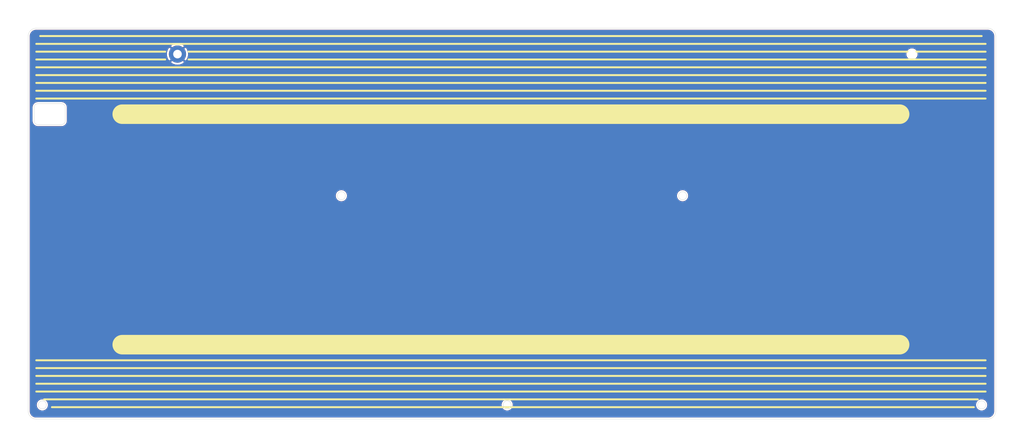
<source format=kicad_pcb>
(kicad_pcb (version 20171130) (host pcbnew "(5.1.9-0-10_14)")

  (general
    (thickness 1.6)
    (drawings 782)
    (tracks 0)
    (zones 0)
    (modules 2)
    (nets 2)
  )

  (page A4)
  (title_block
    (title "REVIUNG53 Slim Bottom Plate")
    (date 2021-12-01)
    (rev 1)
  )

  (layers
    (0 F.Cu signal)
    (31 B.Cu signal)
    (32 B.Adhes user)
    (33 F.Adhes user)
    (34 B.Paste user)
    (35 F.Paste user)
    (36 B.SilkS user)
    (37 F.SilkS user)
    (38 B.Mask user)
    (39 F.Mask user)
    (40 Dwgs.User user)
    (41 Cmts.User user)
    (42 Eco1.User user)
    (43 Eco2.User user)
    (44 Edge.Cuts user)
    (45 Margin user)
    (46 B.CrtYd user)
    (47 F.CrtYd user)
    (48 B.Fab user)
    (49 F.Fab user)
  )

  (setup
    (last_trace_width 0.25)
    (user_trace_width 0.2)
    (trace_clearance 0.2)
    (zone_clearance 0.508)
    (zone_45_only no)
    (trace_min 0.1524)
    (via_size 0.8)
    (via_drill 0.4)
    (via_min_size 0.5)
    (via_min_drill 0.2)
    (uvia_size 0.3)
    (uvia_drill 0.1)
    (uvias_allowed no)
    (uvia_min_size 0.2)
    (uvia_min_drill 0.1)
    (edge_width 0.05)
    (segment_width 0.2)
    (pcb_text_width 0.3)
    (pcb_text_size 1.5 1.5)
    (mod_edge_width 0.12)
    (mod_text_size 1 1)
    (mod_text_width 0.15)
    (pad_size 1.524 1.524)
    (pad_drill 0.762)
    (pad_to_mask_clearance 0)
    (aux_axis_origin 30 30)
    (grid_origin 30 30)
    (visible_elements FFFFFF7F)
    (pcbplotparams
      (layerselection 0x010f0_ffffffff)
      (usegerberextensions true)
      (usegerberattributes false)
      (usegerberadvancedattributes false)
      (creategerberjobfile false)
      (excludeedgelayer true)
      (linewidth 0.100000)
      (plotframeref false)
      (viasonmask true)
      (mode 1)
      (useauxorigin true)
      (hpglpennumber 1)
      (hpglpenspeed 20)
      (hpglpendiameter 15.000000)
      (psnegative false)
      (psa4output false)
      (plotreference true)
      (plotvalue false)
      (plotinvisibletext false)
      (padsonsilk false)
      (subtractmaskfromsilk true)
      (outputformat 1)
      (mirror false)
      (drillshape 0)
      (scaleselection 1)
      (outputdirectory "gerber_s_btm/"))
  )

  (net 0 "")
  (net 1 GND)

  (net_class Default "This is the default net class."
    (clearance 0.2)
    (trace_width 0.25)
    (via_dia 0.8)
    (via_drill 0.4)
    (uvia_dia 0.3)
    (uvia_drill 0.1)
    (add_net GND)
  )

  (module _reviung-kbd:HOLE_2.2mm (layer F.Cu) (tedit 60597A09) (tstamp 61A75D48)
    (at 256.16 36.6)
    (descr "Mounting Hole 2.2mm, no annular, M2")
    (tags "mounting hole 2.2mm no annular m2")
    (attr virtual)
    (fp_text reference Ref** (at 0 -1.99) (layer F.Fab) hide
      (effects (font (size 1 1) (thickness 0.15)))
    )
    (fp_text value Val** (at 0 2.16) (layer F.Fab) hide
      (effects (font (size 1 1) (thickness 0.15)))
    )
    (pad "" np_thru_hole circle (at 0 0) (size 2.2 2.2) (drill 2.2) (layers *.Cu *.Mask))
  )

  (module MountingHole:MountingHole_2.2mm_M2_Pad (layer F.Cu) (tedit 56D1B4CB) (tstamp 61A70258)
    (at 68.14 36.62)
    (descr "Mounting Hole 2.2mm, M2")
    (tags "mounting hole 2.2mm m2")
    (path /61A7031A)
    (attr virtual)
    (fp_text reference H1 (at 0 -3.2) (layer F.SilkS) hide
      (effects (font (size 1 1) (thickness 0.15)))
    )
    (fp_text value MountingHole_Pad (at 0 3.2) (layer F.Fab)
      (effects (font (size 1 1) (thickness 0.15)))
    )
    (fp_circle (center 0 0) (end 2.2 0) (layer Cmts.User) (width 0.15))
    (fp_circle (center 0 0) (end 2.45 0) (layer F.CrtYd) (width 0.05))
    (fp_text user %R (at 0.3 0) (layer F.Fab)
      (effects (font (size 1 1) (thickness 0.15)))
    )
    (pad 1 thru_hole circle (at 0 0) (size 4.4 4.4) (drill 2.2) (layers *.Cu *.Mask)
      (net 1 GND))
  )

  (gr_text "REVIUNG53 rev 1.0\n" (at 44 127) (layer B.Mask) (tstamp 61A70EB9)
    (effects (font (size 1 1) (thickness 0.15)) (justify mirror))
  )
  (gr_text "REVIUNG53 rev1.0 Designed by gtips 2021" (at 152 106.4) (layer F.Mask)
    (effects (font (size 1 1) (thickness 0.15)))
  )
  (gr_line (start 65 38) (end 32 38) (layer F.SilkS) (width 0.5))
  (gr_line (start 65 36) (end 32 36) (layer F.SilkS) (width 0.5))
  (gr_line (start 33 32) (end 274 32) (layer F.SilkS) (width 0.5) (tstamp 61A70A27))
  (gr_line (start 32 34) (end 275 34) (layer F.SilkS) (width 0.5) (tstamp 61A70A27))
  (gr_line (start 71 36) (end 275 36) (layer F.SilkS) (width 0.5) (tstamp 61A70A27))
  (gr_line (start 71 38) (end 275 38) (layer F.SilkS) (width 0.5) (tstamp 61A70A27))
  (gr_line (start 32 40) (end 275 40) (layer F.SilkS) (width 0.5) (tstamp 61A70A27))
  (gr_line (start 32 42) (end 275 42) (layer F.SilkS) (width 0.5) (tstamp 61A70A27))
  (gr_line (start 32 44) (end 275 44) (layer F.SilkS) (width 0.5) (tstamp 61A70A27))
  (gr_line (start 32 46) (end 275 46) (layer F.SilkS) (width 0.5) (tstamp 61A70A27))
  (gr_line (start 32 48) (end 275 48) (layer F.SilkS) (width 0.5) (tstamp 61A70A27))
  (gr_line (start 36 127) (end 272 127) (layer F.SilkS) (width 0.5) (tstamp 61A7097F))
  (gr_line (start 34 125) (end 273 125) (layer F.SilkS) (width 0.5) (tstamp 61A7097F))
  (gr_line (start 32 123) (end 275 123) (layer F.SilkS) (width 0.5) (tstamp 61A7097F))
  (gr_line (start 32 121) (end 275 121) (layer F.SilkS) (width 0.5) (tstamp 61A7097F))
  (gr_line (start 32 119) (end 275 119) (layer F.SilkS) (width 0.5) (tstamp 61A7097F))
  (gr_line (start 32 117) (end 275 117) (layer F.SilkS) (width 0.5) (tstamp 61A7097F))
  (gr_line (start 32 115) (end 275 115) (layer F.SilkS) (width 0.5))
  (gr_line (start 253 52) (end 54 52) (layer F.SilkS) (width 5))
  (gr_line (start 54 111) (end 253 111) (layer F.SilkS) (width 5))
  (gr_curve (pts (xy 277.592989 32.012886) (xy 277.592989 30.908324) (xy 276.697566 30.0129) (xy 275.593004 30.0129)) (layer Edge.Cuts) (width 0.088))
  (gr_curve (pts (xy 277.592989 128.025393) (xy 277.592989 128.025393) (xy 277.592989 32.012886) (xy 277.592989 32.012886)) (layer Edge.Cuts) (width 0.088))
  (gr_curve (pts (xy 275.593004 130.0254) (xy 276.697566 130.0254) (xy 277.592989 129.129977) (xy 277.592989 128.025393)) (layer Edge.Cuts) (width 0.088))
  (gr_curve (pts (xy 31.942975 130.0254) (xy 31.942975 130.0254) (xy 275.593004 130.0254) (xy 275.593004 130.0254)) (layer Edge.Cuts) (width 0.088))
  (gr_curve (pts (xy 29.942989 128.025393) (xy 29.942989 129.129977) (xy 30.838413 130.0254) (xy 31.942975 130.0254)) (layer Edge.Cuts) (width 0.088))
  (gr_curve (pts (xy 29.942989 32.012886) (xy 29.942989 32.012886) (xy 29.942989 128.025393) (xy 29.942989 128.025393)) (layer Edge.Cuts) (width 0.088))
  (gr_curve (pts (xy 31.942975 30.0129) (xy 30.838413 30.0129) (xy 29.942989 30.908324) (xy 29.942989 32.012886)) (layer Edge.Cuts) (width 0.088))
  (gr_curve (pts (xy 275.593004 30.0129) (xy 275.593004 30.0129) (xy 31.942975 30.0129) (xy 31.942975 30.0129)) (layer Edge.Cuts) (width 0.088))
  (gr_curve (pts (xy 34.600005 126.42) (xy 34.600005 126.999896) (xy 34.1299 127.470001) (xy 33.550004 127.470001)) (layer Edge.Cuts) (width 0.088))
  (gr_curve (pts (xy 33.550004 125.37) (xy 34.1299 125.37) (xy 34.600005 125.840105) (xy 34.600005 126.42)) (layer Edge.Cuts) (width 0.088))
  (gr_curve (pts (xy 32.500004 126.42) (xy 32.500004 125.840105) (xy 32.970087 125.37) (xy 33.550004 125.37)) (layer Edge.Cuts) (width 0.088))
  (gr_curve (pts (xy 33.550004 127.470001) (xy 32.970087 127.470001) (xy 32.500004 126.999896) (xy 32.500004 126.42)) (layer Edge.Cuts) (width 0.088))
  (gr_curve (pts (xy 39.431967 50.279127) (xy 39.431967 50.279127) (xy 39.431967 53.679135) (xy 39.431967 53.679135)) (layer Edge.Cuts) (width 0.088))
  (gr_curve (pts (xy 38.431963 49.279145) (xy 38.984255 49.279145) (xy 39.431967 49.726857) (xy 39.431967 50.279127)) (layer Edge.Cuts) (width 0.088))
  (gr_curve (pts (xy 32.431963 49.279145) (xy 32.431963 49.279145) (xy 38.431963 49.279145) (xy 38.431963 49.279145)) (layer Edge.Cuts) (width 0.088))
  (gr_curve (pts (xy 31.431981 50.279148) (xy 31.43196 49.726857) (xy 31.879693 49.279145) (xy 32.431963 49.279145)) (layer Edge.Cuts) (width 0.088))
  (gr_curve (pts (xy 31.431981 53.679135) (xy 31.431981 53.679135) (xy 31.431981 50.279148) (xy 31.431981 50.279148)) (layer Edge.Cuts) (width 0.088))
  (gr_curve (pts (xy 32.431963 54.679138) (xy 31.879693 54.679138) (xy 31.431981 54.231427) (xy 31.431981 53.679135)) (layer Edge.Cuts) (width 0.088))
  (gr_curve (pts (xy 38.431963 54.679138) (xy 38.431963 54.679138) (xy 32.431963 54.679138) (xy 32.431963 54.679138)) (layer Edge.Cuts) (width 0.088))
  (gr_curve (pts (xy 39.431967 53.679135) (xy 39.431967 54.231427) (xy 38.984255 54.679138) (xy 38.431963 54.679138)) (layer Edge.Cuts) (width 0.088))
  (gr_curve (pts (xy 111.143675 72.871998) (xy 111.143675 73.451894) (xy 110.67357 73.921999) (xy 110.093674 73.921999)) (layer Edge.Cuts) (width 0.088))
  (gr_curve (pts (xy 110.093674 71.821998) (xy 110.67357 71.821998) (xy 111.143675 72.292103) (xy 111.143675 72.871998)) (layer Edge.Cuts) (width 0.088))
  (gr_curve (pts (xy 109.043674 72.871998) (xy 109.043674 72.292103) (xy 109.513779 71.821998) (xy 110.093674 71.821998)) (layer Edge.Cuts) (width 0.088))
  (gr_curve (pts (xy 110.093674 73.921999) (xy 109.513779 73.921999) (xy 109.043674 73.451894) (xy 109.043674 72.871998)) (layer Edge.Cuts) (width 0.088))
  (gr_curve (pts (xy 153.590825 126.42) (xy 153.590825 126.999896) (xy 153.120721 127.470001) (xy 152.540825 127.470001)) (layer Edge.Cuts) (width 0.088))
  (gr_curve (pts (xy 152.540825 125.37) (xy 153.120721 125.37) (xy 153.590825 125.840105) (xy 153.590825 126.42)) (layer Edge.Cuts) (width 0.088))
  (gr_curve (pts (xy 151.490824 126.42) (xy 151.490824 125.840105) (xy 151.960929 125.37) (xy 152.540825 125.37)) (layer Edge.Cuts) (width 0.088))
  (gr_curve (pts (xy 152.540825 127.470001) (xy 151.960929 127.470001) (xy 151.490824 126.999896) (xy 151.490824 126.42)) (layer Edge.Cuts) (width 0.088))
  (gr_curve (pts (xy 198.493769 72.871998) (xy 198.493769 73.451894) (xy 198.023686 73.921999) (xy 197.443769 73.921999)) (layer Edge.Cuts) (width 0.088))
  (gr_curve (pts (xy 197.443769 71.821998) (xy 198.023686 71.821998) (xy 198.493769 72.292103) (xy 198.493769 72.871998)) (layer Edge.Cuts) (width 0.088))
  (gr_curve (pts (xy 196.393768 72.871998) (xy 196.393768 72.292103) (xy 196.863873 71.821998) (xy 197.443769 71.821998)) (layer Edge.Cuts) (width 0.088))
  (gr_curve (pts (xy 197.443769 73.921999) (xy 196.863873 73.921999) (xy 196.393768 73.451894) (xy 196.393768 72.871998)) (layer Edge.Cuts) (width 0.088))
  (gr_curve (pts (xy 273.990001 127.470001) (xy 273.410105 127.470001) (xy 272.94 126.999896) (xy 272.94 126.42)) (layer Edge.Cuts) (width 0.088))
  (gr_curve (pts (xy 273.990001 125.37) (xy 274.569897 125.37) (xy 275.040001 125.840105) (xy 275.040001 126.42)) (layer Edge.Cuts) (width 0.088))
  (gr_curve (pts (xy 275.040001 126.42) (xy 275.040001 126.999896) (xy 274.569897 127.470001) (xy 273.990001 127.470001)) (layer Edge.Cuts) (width 0.088))
  (gr_curve (pts (xy 272.94 126.42) (xy 272.94 125.840105) (xy 273.410105 125.37) (xy 273.990001 125.37)) (layer Edge.Cuts) (width 0.088))
  (gr_circle (center 68.138211 50.723644) (end 69.188211 50.723644) (layer F.Fab) (width 0.088))
  (gr_circle (center 280.701302 50.723015) (end 281.751302 50.723015) (layer F.Fab) (width 0.088))
  (gr_line (start 64.888222 37.840252) (end 70.888222 37.840249) (layer F.Fab) (width 0.088))
  (gr_line (start 64.888224 41.240252) (end 64.888222 37.840252) (layer F.Fab) (width 0.088))
  (gr_line (start 70.888224 41.240249) (end 64.888224 41.240252) (layer F.Fab) (width 0.088))
  (gr_line (start 70.888222 37.840249) (end 70.888224 41.240249) (layer F.Fab) (width 0.088))
  (gr_circle (center 280.702482 80.02125) (end 282.752482 80.02125) (layer F.Fab) (width 0.088))
  (gr_circle (center 26.852482 80.02125) (end 28.902482 80.02125) (layer F.Fab) (width 0.088))
  (gr_circle (center 26.852482 133.127752) (end 28.902482 133.127752) (layer F.Fab) (width 0.088))
  (gr_circle (center 280.702482 133.127752) (end 282.752482 133.127752) (layer F.Fab) (width 0.088))
  (gr_circle (center 110.102482 133.127752) (end 112.152482 133.127752) (layer F.Fab) (width 0.088))
  (gr_circle (center 197.452482 133.127752) (end 199.502482 133.127752) (layer F.Fab) (width 0.088))
  (gr_circle (center 26.852482 26.921046) (end 28.902482 26.921046) (layer F.Fab) (width 0.088))
  (gr_circle (center 280.702482 26.921046) (end 282.752482 26.921046) (layer F.Fab) (width 0.088))
  (gr_circle (center 110.102482 26.921046) (end 112.152482 26.921046) (layer F.Fab) (width 0.088))
  (gr_circle (center 197.452482 26.921046) (end 199.502482 26.921046) (layer F.Fab) (width 0.088))
  (gr_curve (pts (xy 284.802491 133.227752) (xy 284.802491 135.436891) (xy 283.01163 137.227752) (xy 280.802491 137.227752)) (layer F.Fab) (width 0.088))
  (gr_curve (pts (xy 284.802491 26.814752) (xy 284.802491 26.814752) (xy 284.802491 133.227752) (xy 284.802491 133.227752)) (layer F.Fab) (width 0.088))
  (gr_curve (pts (xy 280.802491 22.814752) (xy 283.01163 22.814752) (xy 284.802491 24.605613) (xy 284.802491 26.814752)) (layer F.Fab) (width 0.088))
  (gr_curve (pts (xy 26.752491 22.814752) (xy 26.752491 22.814752) (xy 280.802491 22.814752) (xy 280.802491 22.814752)) (layer F.Fab) (width 0.088))
  (gr_curve (pts (xy 22.752491 26.814752) (xy 22.752491 24.605613) (xy 24.543352 22.814752) (xy 26.752491 22.814752)) (layer F.Fab) (width 0.088))
  (gr_curve (pts (xy 22.752491 133.227752) (xy 22.752491 133.227752) (xy 22.752491 26.814752) (xy 22.752491 26.814752)) (layer F.Fab) (width 0.088))
  (gr_curve (pts (xy 26.752491 137.227752) (xy 24.543352 137.227752) (xy 22.752491 135.436891) (xy 22.752491 133.227752)) (layer F.Fab) (width 0.088))
  (gr_curve (pts (xy 280.802491 137.227752) (xy 280.802491 137.227752) (xy 26.752491 137.227752) (xy 26.752491 137.227752)) (layer F.Fab) (width 0.088))
  (gr_line (start 277.602495 30.014997) (end 277.602495 130.027504) (layer F.Fab) (width 0.088))
  (gr_line (start 29.952488 30.014997) (end 277.602495 30.014997) (layer F.Fab) (width 0.088))
  (gr_line (start 29.952488 130.027504) (end 29.952488 30.014997) (layer F.Fab) (width 0.088))
  (gr_line (start 277.602495 130.027504) (end 29.952488 130.027504) (layer F.Fab) (width 0.088))
  (gr_curve (pts (xy 43.943578 98.575454) (xy 43.943578 98.575454) (xy 43.943566 103.46553) (xy 43.943566 103.46553)) (layer F.Fab) (width 0.088))
  (gr_curve (pts (xy 43.108229 98.575452) (xy 43.108229 98.575452) (xy 43.943578 98.575454) (xy 43.943578 98.575454)) (layer F.Fab) (width 0.088))
  (gr_curve (pts (xy 43.10824 92.820075) (xy 43.10824 92.820075) (xy 43.108229 98.575452) (xy 43.108229 98.575452)) (layer F.Fab) (width 0.088))
  (gr_curve (pts (xy 42.608251 92.320062) (xy 42.884375 92.320062) (xy 43.108241 92.54393) (xy 43.10824 92.820075)) (layer F.Fab) (width 0.088))
  (gr_curve (pts (xy 36.283292 92.320046) (xy 36.283292 92.320046) (xy 42.608251 92.320062) (xy 42.608251 92.320062)) (layer F.Fab) (width 0.088))
  (gr_curve (pts (xy 35.7833 92.820057) (xy 35.783301 92.543911) (xy 36.007146 92.320045) (xy 36.283292 92.320046)) (layer F.Fab) (width 0.088))
  (gr_curve (pts (xy 35.783285 98.575434) (xy 35.783285 98.575434) (xy 35.7833 92.820057) (xy 35.7833 92.820057)) (layer F.Fab) (width 0.088))
  (gr_curve (pts (xy 34.947914 98.575432) (xy 34.947914 98.575432) (xy 35.783285 98.575434) (xy 35.783285 98.575434)) (layer F.Fab) (width 0.088))
  (gr_curve (pts (xy 34.947902 103.465508) (xy 34.947902 103.465508) (xy 34.947914 98.575432) (xy 34.947914 98.575432)) (layer F.Fab) (width 0.088))
  (gr_curve (pts (xy 35.783273 103.46551) (xy 35.783273 103.46551) (xy 34.947902 103.465508) (xy 34.947902 103.465508)) (layer F.Fab) (width 0.088))
  (gr_curve (pts (xy 35.783264 107.33489) (xy 35.783264 107.33489) (xy 35.783273 103.46551) (xy 35.783273 103.46551)) (layer F.Fab) (width 0.088))
  (gr_curve (pts (xy 36.033248 107.584897) (xy 35.895186 107.584897) (xy 35.783263 107.472953) (xy 35.783264 107.33489)) (layer F.Fab) (width 0.088))
  (gr_curve (pts (xy 42.858197 107.584914) (xy 42.858197 107.584914) (xy 36.033248 107.584897) (xy 36.033248 107.584897)) (layer F.Fab) (width 0.088))
  (gr_curve (pts (xy 43.108204 107.334909) (xy 43.108204 107.472971) (xy 42.996281 107.584915) (xy 42.858197 107.584914)) (layer F.Fab) (width 0.088))
  (gr_curve (pts (xy 43.108216 103.465528) (xy 43.108216 103.465528) (xy 43.108204 107.334909) (xy 43.108204 107.334909)) (layer F.Fab) (width 0.088))
  (gr_curve (pts (xy 43.943566 103.46553) (xy 43.943566 103.46553) (xy 43.108216 103.465528) (xy 43.108216 103.465528)) (layer F.Fab) (width 0.088))
  (gr_curve (pts (xy 67.8225 98.575495) (xy 67.8225 98.575495) (xy 67.822487 103.465571) (xy 67.822487 103.465571)) (layer F.Fab) (width 0.088))
  (gr_curve (pts (xy 66.98715 98.575493) (xy 66.98715 98.575493) (xy 67.8225 98.575495) (xy 67.8225 98.575495)) (layer F.Fab) (width 0.088))
  (gr_curve (pts (xy 66.987162 92.820117) (xy 66.987162 92.820117) (xy 66.98715 98.575493) (xy 66.98715 98.575493)) (layer F.Fab) (width 0.088))
  (gr_curve (pts (xy 66.487172 92.320103) (xy 66.763296 92.320104) (xy 66.987162 92.543971) (xy 66.987162 92.820117)) (layer F.Fab) (width 0.088))
  (gr_curve (pts (xy 60.162214 92.320087) (xy 60.162214 92.320087) (xy 66.487172 92.320103) (xy 66.487172 92.320103)) (layer F.Fab) (width 0.088))
  (gr_curve (pts (xy 59.662221 92.820098) (xy 59.662222 92.543952) (xy 59.886068 92.320086) (xy 60.162214 92.320087)) (layer F.Fab) (width 0.088))
  (gr_curve (pts (xy 59.662207 98.575475) (xy 59.662207 98.575475) (xy 59.662221 92.820098) (xy 59.662221 92.820098)) (layer F.Fab) (width 0.088))
  (gr_curve (pts (xy 58.826836 98.575473) (xy 58.826836 98.575473) (xy 59.662207 98.575475) (xy 59.662207 98.575475)) (layer F.Fab) (width 0.088))
  (gr_curve (pts (xy 58.826824 103.465549) (xy 58.826824 103.465549) (xy 58.826836 98.575473) (xy 58.826836 98.575473)) (layer F.Fab) (width 0.088))
  (gr_curve (pts (xy 59.662195 103.465551) (xy 59.662195 103.465551) (xy 58.826824 103.465549) (xy 58.826824 103.465549)) (layer F.Fab) (width 0.088))
  (gr_curve (pts (xy 59.662185 107.334932) (xy 59.662185 107.334932) (xy 59.662195 103.465551) (xy 59.662195 103.465551)) (layer F.Fab) (width 0.088))
  (gr_curve (pts (xy 59.912169 107.584939) (xy 59.774107 107.584938) (xy 59.662185 107.472994) (xy 59.662185 107.334932)) (layer F.Fab) (width 0.088))
  (gr_curve (pts (xy 66.737119 107.584956) (xy 66.737119 107.584956) (xy 59.912169 107.584939) (xy 59.912169 107.584939)) (layer F.Fab) (width 0.088))
  (gr_curve (pts (xy 66.987126 107.33495) (xy 66.987125 107.473012) (xy 66.875202 107.584956) (xy 66.737119 107.584956)) (layer F.Fab) (width 0.088))
  (gr_curve (pts (xy 66.987138 103.465569) (xy 66.987138 103.465569) (xy 66.987126 107.33495) (xy 66.987126 107.33495)) (layer F.Fab) (width 0.088))
  (gr_curve (pts (xy 67.822487 103.465571) (xy 67.822487 103.465571) (xy 66.987138 103.465569) (xy 66.987138 103.465569)) (layer F.Fab) (width 0.088))
  (gr_curve (pts (xy 172.531056 117.625454) (xy 172.531056 117.625454) (xy 172.531044 122.51553) (xy 172.531044 122.51553)) (layer F.Fab) (width 0.088))
  (gr_curve (pts (xy 171.695707 117.625452) (xy 171.695707 117.625452) (xy 172.531056 117.625454) (xy 172.531056 117.625454)) (layer F.Fab) (width 0.088))
  (gr_curve (pts (xy 171.695718 111.870075) (xy 171.695718 111.870075) (xy 171.695707 117.625452) (xy 171.695707 117.625452)) (layer F.Fab) (width 0.088))
  (gr_curve (pts (xy 171.195729 111.370062) (xy 171.471853 111.370062) (xy 171.695719 111.59393) (xy 171.695718 111.870075)) (layer F.Fab) (width 0.088))
  (gr_curve (pts (xy 164.87077 111.370046) (xy 164.87077 111.370046) (xy 171.195729 111.370062) (xy 171.195729 111.370062)) (layer F.Fab) (width 0.088))
  (gr_curve (pts (xy 164.370778 111.870057) (xy 164.370779 111.593911) (xy 164.594624 111.370045) (xy 164.87077 111.370046)) (layer F.Fab) (width 0.088))
  (gr_curve (pts (xy 164.370764 117.625434) (xy 164.370764 117.625434) (xy 164.370778 111.870057) (xy 164.370778 111.870057)) (layer F.Fab) (width 0.088))
  (gr_curve (pts (xy 163.535393 117.625432) (xy 163.535393 117.625432) (xy 164.370764 117.625434) (xy 164.370764 117.625434)) (layer F.Fab) (width 0.088))
  (gr_curve (pts (xy 163.53538 122.515508) (xy 163.53538 122.515508) (xy 163.535393 117.625432) (xy 163.535393 117.625432)) (layer F.Fab) (width 0.088))
  (gr_curve (pts (xy 164.370751 122.51551) (xy 164.370751 122.51551) (xy 163.53538 122.515508) (xy 163.53538 122.515508)) (layer F.Fab) (width 0.088))
  (gr_curve (pts (xy 164.370742 126.38489) (xy 164.370742 126.38489) (xy 164.370751 122.51551) (xy 164.370751 122.51551)) (layer F.Fab) (width 0.088))
  (gr_curve (pts (xy 164.620726 126.634897) (xy 164.482664 126.634897) (xy 164.370741 126.522953) (xy 164.370742 126.38489)) (layer F.Fab) (width 0.088))
  (gr_curve (pts (xy 171.445675 126.634914) (xy 171.445675 126.634914) (xy 164.620726 126.634897) (xy 164.620726 126.634897)) (layer F.Fab) (width 0.088))
  (gr_curve (pts (xy 171.695682 126.384909) (xy 171.695682 126.522971) (xy 171.583759 126.634915) (xy 171.445675 126.634914)) (layer F.Fab) (width 0.088))
  (gr_curve (pts (xy 171.695695 122.515528) (xy 171.695695 122.515528) (xy 171.695682 126.384909) (xy 171.695682 126.384909)) (layer F.Fab) (width 0.088))
  (gr_curve (pts (xy 172.531044 122.51553) (xy 172.531044 122.51553) (xy 171.695695 122.515528) (xy 171.695695 122.515528)) (layer F.Fab) (width 0.088))
  (gr_curve (pts (xy 196.409978 117.625495) (xy 196.409978 117.625495) (xy 196.409965 122.515571) (xy 196.409965 122.515571)) (layer F.Fab) (width 0.088))
  (gr_curve (pts (xy 195.574628 117.625493) (xy 195.574628 117.625493) (xy 196.409978 117.625495) (xy 196.409978 117.625495)) (layer F.Fab) (width 0.088))
  (gr_curve (pts (xy 195.57464 111.870117) (xy 195.57464 111.870117) (xy 195.574628 117.625493) (xy 195.574628 117.625493)) (layer F.Fab) (width 0.088))
  (gr_curve (pts (xy 195.07465 111.370103) (xy 195.350774 111.370104) (xy 195.574641 111.593971) (xy 195.57464 111.870117)) (layer F.Fab) (width 0.088))
  (gr_curve (pts (xy 188.749692 111.370087) (xy 188.749692 111.370087) (xy 195.07465 111.370103) (xy 195.07465 111.370103)) (layer F.Fab) (width 0.088))
  (gr_curve (pts (xy 188.249699 111.870098) (xy 188.2497 111.593952) (xy 188.473546 111.370086) (xy 188.749692 111.370087)) (layer F.Fab) (width 0.088))
  (gr_curve (pts (xy 188.249685 117.625475) (xy 188.249685 117.625475) (xy 188.249699 111.870098) (xy 188.249699 111.870098)) (layer F.Fab) (width 0.088))
  (gr_curve (pts (xy 187.414314 117.625473) (xy 187.414314 117.625473) (xy 188.249685 117.625475) (xy 188.249685 117.625475)) (layer F.Fab) (width 0.088))
  (gr_curve (pts (xy 187.414302 122.515549) (xy 187.414302 122.515549) (xy 187.414314 117.625473) (xy 187.414314 117.625473)) (layer F.Fab) (width 0.088))
  (gr_curve (pts (xy 188.249673 122.515551) (xy 188.249673 122.515551) (xy 187.414302 122.515549) (xy 187.414302 122.515549)) (layer F.Fab) (width 0.088))
  (gr_curve (pts (xy 188.249663 126.384932) (xy 188.249663 126.384932) (xy 188.249673 122.515551) (xy 188.249673 122.515551)) (layer F.Fab) (width 0.088))
  (gr_curve (pts (xy 188.499647 126.634939) (xy 188.361585 126.634938) (xy 188.249663 126.522994) (xy 188.249663 126.384932)) (layer F.Fab) (width 0.088))
  (gr_curve (pts (xy 195.324597 126.634956) (xy 195.324597 126.634956) (xy 188.499647 126.634939) (xy 188.499647 126.634939)) (layer F.Fab) (width 0.088))
  (gr_curve (pts (xy 195.574604 126.38495) (xy 195.574603 126.523012) (xy 195.46268 126.634956) (xy 195.324597 126.634956)) (layer F.Fab) (width 0.088))
  (gr_curve (pts (xy 195.574616 122.515569) (xy 195.574616 122.515569) (xy 195.574604 126.38495) (xy 195.574604 126.38495)) (layer F.Fab) (width 0.088))
  (gr_curve (pts (xy 196.409965 122.515571) (xy 196.409965 122.515571) (xy 195.574616 122.515569) (xy 195.574616 122.515569)) (layer F.Fab) (width 0.088))
  (gr_curve (pts (xy 124.906078 117.625454) (xy 124.906078 117.625454) (xy 124.906066 122.51553) (xy 124.906066 122.51553)) (layer F.Fab) (width 0.088))
  (gr_curve (pts (xy 124.070729 117.625452) (xy 124.070729 117.625452) (xy 124.906078 117.625454) (xy 124.906078 117.625454)) (layer F.Fab) (width 0.088))
  (gr_curve (pts (xy 124.07074 111.870075) (xy 124.07074 111.870075) (xy 124.070729 117.625452) (xy 124.070729 117.625452)) (layer F.Fab) (width 0.088))
  (gr_curve (pts (xy 123.570751 111.370062) (xy 123.846875 111.370062) (xy 124.070741 111.59393) (xy 124.07074 111.870075)) (layer F.Fab) (width 0.088))
  (gr_curve (pts (xy 117.245792 111.370046) (xy 117.245792 111.370046) (xy 123.570751 111.370062) (xy 123.570751 111.370062)) (layer F.Fab) (width 0.088))
  (gr_curve (pts (xy 116.7458 111.870057) (xy 116.745801 111.593911) (xy 116.969646 111.370045) (xy 117.245792 111.370046)) (layer F.Fab) (width 0.088))
  (gr_curve (pts (xy 116.745785 117.625434) (xy 116.745785 117.625434) (xy 116.7458 111.870057) (xy 116.7458 111.870057)) (layer F.Fab) (width 0.088))
  (gr_curve (pts (xy 115.910414 117.625432) (xy 115.910414 117.625432) (xy 116.745785 117.625434) (xy 116.745785 117.625434)) (layer F.Fab) (width 0.088))
  (gr_curve (pts (xy 115.910402 122.515508) (xy 115.910402 122.515508) (xy 115.910414 117.625432) (xy 115.910414 117.625432)) (layer F.Fab) (width 0.088))
  (gr_curve (pts (xy 116.745773 122.51551) (xy 116.745773 122.51551) (xy 115.910402 122.515508) (xy 115.910402 122.515508)) (layer F.Fab) (width 0.088))
  (gr_curve (pts (xy 116.745764 126.38489) (xy 116.745764 126.38489) (xy 116.745773 122.51551) (xy 116.745773 122.51551)) (layer F.Fab) (width 0.088))
  (gr_curve (pts (xy 116.995748 126.634897) (xy 116.857686 126.634897) (xy 116.745763 126.522953) (xy 116.745764 126.38489)) (layer F.Fab) (width 0.088))
  (gr_curve (pts (xy 123.820697 126.634914) (xy 123.820697 126.634914) (xy 116.995748 126.634897) (xy 116.995748 126.634897)) (layer F.Fab) (width 0.088))
  (gr_curve (pts (xy 124.070704 126.384909) (xy 124.070704 126.522971) (xy 123.958781 126.634915) (xy 123.820697 126.634914)) (layer F.Fab) (width 0.088))
  (gr_curve (pts (xy 124.070716 122.515528) (xy 124.070716 122.515528) (xy 124.070704 126.384909) (xy 124.070704 126.384909)) (layer F.Fab) (width 0.088))
  (gr_curve (pts (xy 124.906066 122.51553) (xy 124.906066 122.51553) (xy 124.070716 122.515528) (xy 124.070716 122.515528)) (layer F.Fab) (width 0.088))
  (gr_curve (pts (xy 148.785 117.625495) (xy 148.785 117.625495) (xy 148.784987 122.515571) (xy 148.784987 122.515571)) (layer F.Fab) (width 0.088))
  (gr_curve (pts (xy 147.94965 117.625493) (xy 147.94965 117.625493) (xy 148.785 117.625495) (xy 148.785 117.625495)) (layer F.Fab) (width 0.088))
  (gr_curve (pts (xy 147.949662 111.870117) (xy 147.949662 111.870117) (xy 147.94965 117.625493) (xy 147.94965 117.625493)) (layer F.Fab) (width 0.088))
  (gr_curve (pts (xy 147.449672 111.370103) (xy 147.725796 111.370104) (xy 147.949662 111.593971) (xy 147.949662 111.870117)) (layer F.Fab) (width 0.088))
  (gr_curve (pts (xy 141.124714 111.370087) (xy 141.124714 111.370087) (xy 147.449672 111.370103) (xy 147.449672 111.370103)) (layer F.Fab) (width 0.088))
  (gr_curve (pts (xy 140.624721 111.870098) (xy 140.624722 111.593952) (xy 140.848568 111.370086) (xy 141.124714 111.370087)) (layer F.Fab) (width 0.088))
  (gr_curve (pts (xy 140.624707 117.625475) (xy 140.624707 117.625475) (xy 140.624721 111.870098) (xy 140.624721 111.870098)) (layer F.Fab) (width 0.088))
  (gr_curve (pts (xy 139.789336 117.625473) (xy 139.789336 117.625473) (xy 140.624707 117.625475) (xy 140.624707 117.625475)) (layer F.Fab) (width 0.088))
  (gr_curve (pts (xy 139.789324 122.515549) (xy 139.789324 122.515549) (xy 139.789336 117.625473) (xy 139.789336 117.625473)) (layer F.Fab) (width 0.088))
  (gr_curve (pts (xy 140.624695 122.515551) (xy 140.624695 122.515551) (xy 139.789324 122.515549) (xy 139.789324 122.515549)) (layer F.Fab) (width 0.088))
  (gr_curve (pts (xy 140.624685 126.384932) (xy 140.624685 126.384932) (xy 140.624695 122.515551) (xy 140.624695 122.515551)) (layer F.Fab) (width 0.088))
  (gr_curve (pts (xy 140.874669 126.634939) (xy 140.736607 126.634938) (xy 140.624685 126.522994) (xy 140.624685 126.384932)) (layer F.Fab) (width 0.088))
  (gr_curve (pts (xy 147.699619 126.634956) (xy 147.699619 126.634956) (xy 140.874669 126.634939) (xy 140.874669 126.634939)) (layer F.Fab) (width 0.088))
  (gr_curve (pts (xy 147.949626 126.38495) (xy 147.949625 126.523012) (xy 147.837702 126.634956) (xy 147.699619 126.634956)) (layer F.Fab) (width 0.088))
  (gr_curve (pts (xy 147.949638 122.515569) (xy 147.949638 122.515569) (xy 147.949626 126.38495) (xy 147.949626 126.38495)) (layer F.Fab) (width 0.088))
  (gr_curve (pts (xy 148.784987 122.515571) (xy 148.784987 122.515571) (xy 147.949638 122.515569) (xy 147.949638 122.515569)) (layer F.Fab) (width 0.088))
  (gr_line (start 263.177022 89.40225) (end 263.177033 75.402261) (layer F.Fab) (width 0.088))
  (gr_line (start 249.177033 89.40224) (end 263.177022 89.40225) (layer F.Fab) (width 0.088))
  (gr_line (start 249.177043 75.40225) (end 249.177033 89.40224) (layer F.Fab) (width 0.088))
  (gr_line (start 263.177033 75.402261) (end 249.177043 75.40225) (layer F.Fab) (width 0.088))
  (gr_line (start 277.60825 91.927258) (end 277.608283 72.877258) (layer F.Fab) (width 0.088))
  (gr_line (start 234.745783 91.927243) (end 277.60825 91.927258) (layer F.Fab) (width 0.088))
  (gr_line (start 234.745815 72.877243) (end 234.745783 91.927243) (layer F.Fab) (width 0.088))
  (gr_line (start 277.608283 72.877258) (end 234.745815 72.877243) (layer F.Fab) (width 0.088))
  (gr_curve (pts (xy 248.736871 79.525204) (xy 248.736871 79.525204) (xy 248.736859 84.41528) (xy 248.736859 84.41528)) (layer F.Fab) (width 0.088))
  (gr_curve (pts (xy 247.901522 79.525202) (xy 247.901522 79.525202) (xy 248.736871 79.525204) (xy 248.736871 79.525204)) (layer F.Fab) (width 0.088))
  (gr_curve (pts (xy 247.901533 73.769825) (xy 247.901533 73.769825) (xy 247.901522 79.525202) (xy 247.901522 79.525202)) (layer F.Fab) (width 0.088))
  (gr_curve (pts (xy 247.401544 73.269812) (xy 247.677668 73.269812) (xy 247.901534 73.49368) (xy 247.901533 73.769825)) (layer F.Fab) (width 0.088))
  (gr_curve (pts (xy 241.076585 73.269796) (xy 241.076585 73.269796) (xy 247.401544 73.269812) (xy 247.401544 73.269812)) (layer F.Fab) (width 0.088))
  (gr_curve (pts (xy 240.576593 73.769807) (xy 240.576594 73.493661) (xy 240.800439 73.269795) (xy 241.076585 73.269796)) (layer F.Fab) (width 0.088))
  (gr_curve (pts (xy 240.576579 79.525184) (xy 240.576579 79.525184) (xy 240.576593 73.769807) (xy 240.576593 73.769807)) (layer F.Fab) (width 0.088))
  (gr_curve (pts (xy 239.741207 79.525182) (xy 239.741207 79.525182) (xy 240.576579 79.525184) (xy 240.576579 79.525184)) (layer F.Fab) (width 0.088))
  (gr_curve (pts (xy 239.741195 84.415258) (xy 239.741195 84.415258) (xy 239.741207 79.525182) (xy 239.741207 79.525182)) (layer F.Fab) (width 0.088))
  (gr_curve (pts (xy 240.576566 84.41526) (xy 240.576566 84.41526) (xy 239.741195 84.415258) (xy 239.741195 84.415258)) (layer F.Fab) (width 0.088))
  (gr_curve (pts (xy 240.576557 88.28464) (xy 240.576557 88.28464) (xy 240.576566 84.41526) (xy 240.576566 84.41526)) (layer F.Fab) (width 0.088))
  (gr_curve (pts (xy 240.826541 88.534647) (xy 240.688479 88.534647) (xy 240.576556 88.422703) (xy 240.576557 88.28464)) (layer F.Fab) (width 0.088))
  (gr_curve (pts (xy 247.65149 88.534664) (xy 247.65149 88.534664) (xy 240.826541 88.534647) (xy 240.826541 88.534647)) (layer F.Fab) (width 0.088))
  (gr_curve (pts (xy 247.901497 88.284659) (xy 247.901497 88.422721) (xy 247.789574 88.534665) (xy 247.65149 88.534664)) (layer F.Fab) (width 0.088))
  (gr_curve (pts (xy 247.90151 84.415278) (xy 247.90151 84.415278) (xy 247.901497 88.284659) (xy 247.901497 88.284659)) (layer F.Fab) (width 0.088))
  (gr_curve (pts (xy 248.736859 84.41528) (xy 248.736859 84.41528) (xy 247.90151 84.415278) (xy 247.90151 84.415278)) (layer F.Fab) (width 0.088))
  (gr_curve (pts (xy 272.615793 79.525245) (xy 272.615793 79.525245) (xy 272.61578 84.415321) (xy 272.61578 84.415321)) (layer F.Fab) (width 0.088))
  (gr_curve (pts (xy 271.780443 79.525243) (xy 271.780443 79.525243) (xy 272.615793 79.525245) (xy 272.615793 79.525245)) (layer F.Fab) (width 0.088))
  (gr_curve (pts (xy 271.780455 73.769867) (xy 271.780455 73.769867) (xy 271.780443 79.525243) (xy 271.780443 79.525243)) (layer F.Fab) (width 0.088))
  (gr_curve (pts (xy 271.280465 73.269853) (xy 271.556589 73.269854) (xy 271.780455 73.493721) (xy 271.780455 73.769867)) (layer F.Fab) (width 0.088))
  (gr_curve (pts (xy 264.955507 73.269837) (xy 264.955507 73.269837) (xy 271.280465 73.269853) (xy 271.280465 73.269853)) (layer F.Fab) (width 0.088))
  (gr_curve (pts (xy 264.455514 73.769848) (xy 264.455515 73.493702) (xy 264.679361 73.269836) (xy 264.955507 73.269837)) (layer F.Fab) (width 0.088))
  (gr_curve (pts (xy 264.4555 79.525225) (xy 264.4555 79.525225) (xy 264.455514 73.769848) (xy 264.455514 73.769848)) (layer F.Fab) (width 0.088))
  (gr_curve (pts (xy 263.620129 79.525223) (xy 263.620129 79.525223) (xy 264.4555 79.525225) (xy 264.4555 79.525225)) (layer F.Fab) (width 0.088))
  (gr_curve (pts (xy 263.620117 84.415299) (xy 263.620117 84.415299) (xy 263.620129 79.525223) (xy 263.620129 79.525223)) (layer F.Fab) (width 0.088))
  (gr_curve (pts (xy 264.455488 84.415301) (xy 264.455488 84.415301) (xy 263.620117 84.415299) (xy 263.620117 84.415299)) (layer F.Fab) (width 0.088))
  (gr_curve (pts (xy 264.455478 88.284682) (xy 264.455478 88.284682) (xy 264.455488 84.415301) (xy 264.455488 84.415301)) (layer F.Fab) (width 0.088))
  (gr_curve (pts (xy 264.705462 88.534689) (xy 264.5674 88.534688) (xy 264.455478 88.422744) (xy 264.455478 88.284682)) (layer F.Fab) (width 0.088))
  (gr_curve (pts (xy 271.530412 88.534706) (xy 271.530412 88.534706) (xy 264.705462 88.534689) (xy 264.705462 88.534689)) (layer F.Fab) (width 0.088))
  (gr_curve (pts (xy 271.780419 88.2847) (xy 271.780418 88.422762) (xy 271.668495 88.534706) (xy 271.530412 88.534706)) (layer F.Fab) (width 0.088))
  (gr_curve (pts (xy 271.780431 84.415319) (xy 271.780431 84.415319) (xy 271.780419 88.2847) (xy 271.780419 88.2847)) (layer F.Fab) (width 0.088))
  (gr_curve (pts (xy 272.61578 84.415321) (xy 272.61578 84.415321) (xy 271.780431 84.415319) (xy 271.780431 84.415319)) (layer F.Fab) (width 0.088))
  (gr_line (start 244.265012 94.452534) (end 244.264977 108.452523) (layer F.Fab) (width 0.088))
  (gr_line (start 258.265002 94.452569) (end 244.265012 94.452534) (layer F.Fab) (width 0.088))
  (gr_line (start 258.264967 108.452558) (end 258.265002 94.452569) (layer F.Fab) (width 0.088))
  (gr_line (start 244.264977 108.452523) (end 258.264967 108.452558) (layer F.Fab) (width 0.088))
  (gr_line (start 225.071296 91.927493) (end 225.071223 110.977493) (layer F.Fab) (width 0.088))
  (gr_line (start 277.458756 91.927598) (end 225.071296 91.927493) (layer F.Fab) (width 0.088))
  (gr_line (start 277.458683 110.977598) (end 277.458756 91.927598) (layer F.Fab) (width 0.088))
  (gr_line (start 225.071223 110.977493) (end 277.458683 110.977598) (layer F.Fab) (width 0.088))
  (gr_curve (pts (xy 243.824828 98.575499) (xy 243.824828 98.575499) (xy 243.824816 103.465575) (xy 243.824816 103.465575)) (layer F.Fab) (width 0.088))
  (gr_curve (pts (xy 242.989479 98.575497) (xy 242.989479 98.575497) (xy 243.824828 98.575499) (xy 243.824828 98.575499)) (layer F.Fab) (width 0.088))
  (gr_curve (pts (xy 242.98949 92.820121) (xy 242.98949 92.820121) (xy 242.989479 98.575497) (xy 242.989479 98.575497)) (layer F.Fab) (width 0.088))
  (gr_curve (pts (xy 242.489501 92.320107) (xy 242.765625 92.320108) (xy 242.989491 92.543975) (xy 242.98949 92.820121)) (layer F.Fab) (width 0.088))
  (gr_curve (pts (xy 236.164542 92.320091) (xy 236.164542 92.320091) (xy 242.489501 92.320107) (xy 242.489501 92.320107)) (layer F.Fab) (width 0.088))
  (gr_curve (pts (xy 235.66455 92.820102) (xy 235.664551 92.543956) (xy 235.888396 92.32009) (xy 236.164542 92.320091)) (layer F.Fab) (width 0.088))
  (gr_curve (pts (xy 235.664535 98.575479) (xy 235.664535 98.575479) (xy 235.66455 92.820102) (xy 235.66455 92.820102)) (layer F.Fab) (width 0.088))
  (gr_curve (pts (xy 234.829164 98.575477) (xy 234.829164 98.575477) (xy 235.664535 98.575479) (xy 235.664535 98.575479)) (layer F.Fab) (width 0.088))
  (gr_curve (pts (xy 234.829152 103.465553) (xy 234.829152 103.465553) (xy 234.829164 98.575477) (xy 234.829164 98.575477)) (layer F.Fab) (width 0.088))
  (gr_curve (pts (xy 235.664523 103.465555) (xy 235.664523 103.465555) (xy 234.829152 103.465553) (xy 234.829152 103.465553)) (layer F.Fab) (width 0.088))
  (gr_curve (pts (xy 235.664514 107.334936) (xy 235.664514 107.334936) (xy 235.664523 103.465555) (xy 235.664523 103.465555)) (layer F.Fab) (width 0.088))
  (gr_curve (pts (xy 235.914498 107.584943) (xy 235.776436 107.584942) (xy 235.664513 107.472998) (xy 235.664514 107.334936)) (layer F.Fab) (width 0.088))
  (gr_curve (pts (xy 242.739447 107.58496) (xy 242.739447 107.58496) (xy 235.914498 107.584943) (xy 235.914498 107.584943)) (layer F.Fab) (width 0.088))
  (gr_curve (pts (xy 242.989454 107.334954) (xy 242.989454 107.473016) (xy 242.877531 107.58496) (xy 242.739447 107.58496)) (layer F.Fab) (width 0.088))
  (gr_curve (pts (xy 242.989466 103.465573) (xy 242.989466 103.465573) (xy 242.989454 107.334954) (xy 242.989454 107.334954)) (layer F.Fab) (width 0.088))
  (gr_curve (pts (xy 243.824816 103.465575) (xy 243.824816 103.465575) (xy 242.989466 103.465573) (xy 242.989466 103.465573)) (layer F.Fab) (width 0.088))
  (gr_curve (pts (xy 267.70375 98.575541) (xy 267.70375 98.575541) (xy 267.703737 103.465617) (xy 267.703737 103.465617)) (layer F.Fab) (width 0.088))
  (gr_curve (pts (xy 266.8684 98.575538) (xy 266.8684 98.575538) (xy 267.70375 98.575541) (xy 267.70375 98.575541)) (layer F.Fab) (width 0.088))
  (gr_curve (pts (xy 266.868412 92.820162) (xy 266.868412 92.820162) (xy 266.8684 98.575538) (xy 266.8684 98.575538)) (layer F.Fab) (width 0.088))
  (gr_curve (pts (xy 266.368422 92.320148) (xy 266.644546 92.320149) (xy 266.868412 92.544016) (xy 266.868412 92.820162)) (layer F.Fab) (width 0.088))
  (gr_curve (pts (xy 260.043464 92.320132) (xy 260.043464 92.320132) (xy 266.368422 92.320148) (xy 266.368422 92.320148)) (layer F.Fab) (width 0.088))
  (gr_curve (pts (xy 259.543471 92.820144) (xy 259.543472 92.543998) (xy 259.767318 92.320132) (xy 260.043464 92.320132)) (layer F.Fab) (width 0.088))
  (gr_curve (pts (xy 259.543457 98.57552) (xy 259.543457 98.57552) (xy 259.543471 92.820144) (xy 259.543471 92.820144)) (layer F.Fab) (width 0.088))
  (gr_curve (pts (xy 258.708086 98.575518) (xy 258.708086 98.575518) (xy 259.543457 98.57552) (xy 259.543457 98.57552)) (layer F.Fab) (width 0.088))
  (gr_curve (pts (xy 258.708074 103.465594) (xy 258.708074 103.465594) (xy 258.708086 98.575518) (xy 258.708086 98.575518)) (layer F.Fab) (width 0.088))
  (gr_curve (pts (xy 259.543445 103.465596) (xy 259.543445 103.465596) (xy 258.708074 103.465594) (xy 258.708074 103.465594)) (layer F.Fab) (width 0.088))
  (gr_curve (pts (xy 259.543435 107.334977) (xy 259.543435 107.334977) (xy 259.543445 103.465596) (xy 259.543445 103.465596)) (layer F.Fab) (width 0.088))
  (gr_curve (pts (xy 259.793419 107.584984) (xy 259.655357 107.584983) (xy 259.543435 107.473039) (xy 259.543435 107.334977)) (layer F.Fab) (width 0.088))
  (gr_curve (pts (xy 266.618369 107.585001) (xy 266.618369 107.585001) (xy 259.793419 107.584984) (xy 259.793419 107.584984)) (layer F.Fab) (width 0.088))
  (gr_curve (pts (xy 266.868376 107.334995) (xy 266.868375 107.473057) (xy 266.756452 107.585001) (xy 266.618369 107.585001)) (layer F.Fab) (width 0.088))
  (gr_curve (pts (xy 266.868388 103.465615) (xy 266.868388 103.465615) (xy 266.868376 107.334995) (xy 266.868376 107.334995)) (layer F.Fab) (width 0.088))
  (gr_curve (pts (xy 267.703737 103.465617) (xy 267.703737 103.465617) (xy 266.868388 103.465615) (xy 266.868388 103.465615)) (layer F.Fab) (width 0.088))
  (gr_line (start 59.027487 54.56525) (end 59.027489 49.565253) (layer F.Fab) (width 0.088))
  (gr_line (start 54.027489 54.565248) (end 59.027487 54.56525) (layer F.Fab) (width 0.088))
  (gr_line (start 54.027492 49.56525) (end 54.027489 54.565248) (layer F.Fab) (width 0.088))
  (gr_line (start 59.027489 49.565253) (end 54.027492 49.56525) (layer F.Fab) (width 0.088))
  (gr_line (start 107.652487 54.56525) (end 107.652489 49.565253) (layer F.Fab) (width 0.088))
  (gr_line (start 102.652489 54.565248) (end 107.652487 54.56525) (layer F.Fab) (width 0.088))
  (gr_line (start 102.652492 49.56525) (end 102.652489 54.565248) (layer F.Fab) (width 0.088))
  (gr_line (start 107.652489 49.565253) (end 102.652492 49.56525) (layer F.Fab) (width 0.088))
  (gr_line (start 156.277487 54.56525) (end 156.277489 49.565253) (layer F.Fab) (width 0.088))
  (gr_line (start 151.277489 54.565248) (end 156.277487 54.56525) (layer F.Fab) (width 0.088))
  (gr_line (start 151.277492 49.56525) (end 151.277489 54.565248) (layer F.Fab) (width 0.088))
  (gr_line (start 156.277489 49.565253) (end 151.277492 49.56525) (layer F.Fab) (width 0.088))
  (gr_line (start 204.902487 54.56525) (end 204.902489 49.565253) (layer F.Fab) (width 0.088))
  (gr_line (start 199.902489 54.565248) (end 204.902487 54.56525) (layer F.Fab) (width 0.088))
  (gr_line (start 199.902492 49.56525) (end 199.902489 54.565248) (layer F.Fab) (width 0.088))
  (gr_line (start 204.902489 49.565253) (end 199.902492 49.56525) (layer F.Fab) (width 0.088))
  (gr_line (start 253.527487 54.56525) (end 253.527489 49.565253) (layer F.Fab) (width 0.088))
  (gr_line (start 248.527489 54.565248) (end 253.527487 54.56525) (layer F.Fab) (width 0.088))
  (gr_line (start 248.527492 49.56525) (end 248.527489 54.565248) (layer F.Fab) (width 0.088))
  (gr_line (start 253.527489 49.565253) (end 248.527492 49.56525) (layer F.Fab) (width 0.088))
  (gr_line (start 59.027487 113.477493) (end 59.027489 108.477495) (layer F.Fab) (width 0.088))
  (gr_line (start 54.027489 113.477491) (end 59.027487 113.477493) (layer F.Fab) (width 0.088))
  (gr_line (start 54.027492 108.477493) (end 54.027489 113.477491) (layer F.Fab) (width 0.088))
  (gr_line (start 59.027489 108.477495) (end 54.027492 108.477493) (layer F.Fab) (width 0.088))
  (gr_line (start 107.652487 113.477493) (end 107.652489 108.477495) (layer F.Fab) (width 0.088))
  (gr_line (start 102.652489 113.477491) (end 107.652487 113.477493) (layer F.Fab) (width 0.088))
  (gr_line (start 102.652492 108.477493) (end 102.652489 113.477491) (layer F.Fab) (width 0.088))
  (gr_line (start 107.652489 108.477495) (end 102.652492 108.477493) (layer F.Fab) (width 0.088))
  (gr_line (start 156.277487 113.477493) (end 156.277489 108.477495) (layer F.Fab) (width 0.088))
  (gr_line (start 151.277489 113.477491) (end 156.277487 113.477493) (layer F.Fab) (width 0.088))
  (gr_line (start 151.277492 108.477493) (end 151.277489 113.477491) (layer F.Fab) (width 0.088))
  (gr_line (start 156.277489 108.477495) (end 151.277492 108.477493) (layer F.Fab) (width 0.088))
  (gr_line (start 204.902487 113.477493) (end 204.902489 108.477495) (layer F.Fab) (width 0.088))
  (gr_line (start 199.902489 113.477491) (end 204.902487 113.477493) (layer F.Fab) (width 0.088))
  (gr_line (start 199.902492 108.477493) (end 199.902489 113.477491) (layer F.Fab) (width 0.088))
  (gr_line (start 204.902489 108.477495) (end 199.902492 108.477493) (layer F.Fab) (width 0.088))
  (gr_line (start 253.527487 113.477493) (end 253.527489 108.477495) (layer F.Fab) (width 0.088))
  (gr_line (start 248.527489 113.477491) (end 253.527487 113.477493) (layer F.Fab) (width 0.088))
  (gr_line (start 248.527492 108.477493) (end 248.527489 113.477491) (layer F.Fab) (width 0.088))
  (gr_line (start 253.527489 108.477495) (end 248.527492 108.477493) (layer F.Fab) (width 0.088))
  (gr_line (start 158.683761 113.502377) (end 158.683729 127.502367) (layer F.Fab) (width 0.088))
  (gr_line (start 172.68375 113.502409) (end 158.683761 113.502377) (layer F.Fab) (width 0.088))
  (gr_line (start 172.683718 127.502398) (end 172.68375 113.502409) (layer F.Fab) (width 0.088))
  (gr_line (start 158.683729 127.502367) (end 172.683718 127.502398) (layer F.Fab) (width 0.088))
  (gr_line (start 106.152595 110.977293) (end 106.152475 130.027293) (layer F.Fab) (width 0.088))
  (gr_line (start 225.215003 110.977483) (end 106.152595 110.977293) (layer F.Fab) (width 0.088))
  (gr_line (start 225.214884 130.027483) (end 225.215003 110.977483) (layer F.Fab) (width 0.088))
  (gr_line (start 106.152475 130.027293) (end 225.214884 130.027483) (layer F.Fab) (width 0.088))
  (gr_curve (pts (xy 120.181577 117.625174) (xy 120.181577 117.625174) (xy 120.181567 122.515251) (xy 120.181567 122.515251)) (layer F.Fab) (width 0.088))
  (gr_curve (pts (xy 119.346228 117.625173) (xy 119.346228 117.625173) (xy 120.181577 117.625174) (xy 120.181577 117.625174)) (layer F.Fab) (width 0.088))
  (gr_curve (pts (xy 119.346238 111.869796) (xy 119.346238 111.869796) (xy 119.346228 117.625173) (xy 119.346228 117.625173)) (layer F.Fab) (width 0.088))
  (gr_curve (pts (xy 118.846248 111.369782) (xy 119.122373 111.369783) (xy 119.346239 111.59365) (xy 119.346238 111.869796)) (layer F.Fab) (width 0.088))
  (gr_curve (pts (xy 112.52129 111.369768) (xy 112.52129 111.369768) (xy 118.846248 111.369782) (xy 118.846248 111.369782)) (layer F.Fab) (width 0.088))
  (gr_curve (pts (xy 112.021298 111.86978) (xy 112.021298 111.593634) (xy 112.245144 111.369768) (xy 112.52129 111.369768)) (layer F.Fab) (width 0.088))
  (gr_curve (pts (xy 112.021285 117.625156) (xy 112.021285 117.625156) (xy 112.021298 111.86978) (xy 112.021298 111.86978)) (layer F.Fab) (width 0.088))
  (gr_curve (pts (xy 111.185914 117.625154) (xy 111.185914 117.625154) (xy 112.021285 117.625156) (xy 112.021285 117.625156)) (layer F.Fab) (width 0.088))
  (gr_curve (pts (xy 111.185903 122.51523) (xy 111.185903 122.51523) (xy 111.185914 117.625154) (xy 111.185914 117.625154)) (layer F.Fab) (width 0.088))
  (gr_curve (pts (xy 112.021274 122.515232) (xy 112.021274 122.515232) (xy 111.185903 122.51523) (xy 111.185903 122.51523)) (layer F.Fab) (width 0.088))
  (gr_curve (pts (xy 112.021265 126.384613) (xy 112.021265 126.384613) (xy 112.021274 122.515232) (xy 112.021274 122.515232)) (layer F.Fab) (width 0.088))
  (gr_curve (pts (xy 112.271249 126.63462) (xy 112.133187 126.634619) (xy 112.021265 126.522675) (xy 112.021265 126.384613)) (layer F.Fab) (width 0.088))
  (gr_curve (pts (xy 119.096199 126.634635) (xy 119.096199 126.634635) (xy 112.271249 126.63462) (xy 112.271249 126.63462)) (layer F.Fab) (width 0.088))
  (gr_curve (pts (xy 119.346206 126.384629) (xy 119.346205 126.522691) (xy 119.234283 126.634635) (xy 119.096199 126.634635)) (layer F.Fab) (width 0.088))
  (gr_curve (pts (xy 119.346217 122.515249) (xy 119.346217 122.515249) (xy 119.346206 126.384629) (xy 119.346206 126.384629)) (layer F.Fab) (width 0.088))
  (gr_curve (pts (xy 120.181567 122.515251) (xy 120.181567 122.515251) (xy 119.346217 122.515249) (xy 119.346217 122.515249)) (layer F.Fab) (width 0.088))
  (gr_curve (pts (xy 220.181577 117.625322) (xy 220.181577 117.625322) (xy 220.181567 122.515398) (xy 220.181567 122.515398)) (layer F.Fab) (width 0.088))
  (gr_curve (pts (xy 219.346228 117.62532) (xy 219.346228 117.62532) (xy 220.181577 117.625322) (xy 220.181577 117.625322)) (layer F.Fab) (width 0.088))
  (gr_curve (pts (xy 219.346238 111.869943) (xy 219.346238 111.869943) (xy 219.346228 117.62532) (xy 219.346228 117.62532)) (layer F.Fab) (width 0.088))
  (gr_curve (pts (xy 218.846248 111.36993) (xy 219.122373 111.36993) (xy 219.346239 111.593797) (xy 219.346238 111.869943)) (layer F.Fab) (width 0.088))
  (gr_curve (pts (xy 212.52129 111.369915) (xy 212.52129 111.369915) (xy 218.846248 111.36993) (xy 218.846248 111.36993)) (layer F.Fab) (width 0.088))
  (gr_curve (pts (xy 212.021298 111.869927) (xy 212.021298 111.593781) (xy 212.245144 111.369915) (xy 212.52129 111.369915)) (layer F.Fab) (width 0.088))
  (gr_curve (pts (xy 212.021285 117.625303) (xy 212.021285 117.625303) (xy 212.021298 111.869927) (xy 212.021298 111.869927)) (layer F.Fab) (width 0.088))
  (gr_curve (pts (xy 211.185914 117.625301) (xy 211.185914 117.625301) (xy 212.021285 117.625303) (xy 212.021285 117.625303)) (layer F.Fab) (width 0.088))
  (gr_curve (pts (xy 211.185903 122.515378) (xy 211.185903 122.515378) (xy 211.185914 117.625301) (xy 211.185914 117.625301)) (layer F.Fab) (width 0.088))
  (gr_curve (pts (xy 212.021274 122.51538) (xy 212.021274 122.51538) (xy 211.185903 122.515378) (xy 211.185903 122.515378)) (layer F.Fab) (width 0.088))
  (gr_curve (pts (xy 212.021265 126.38476) (xy 212.021265 126.38476) (xy 212.021274 122.51538) (xy 212.021274 122.51538)) (layer F.Fab) (width 0.088))
  (gr_curve (pts (xy 212.271249 126.634767) (xy 212.133187 126.634767) (xy 212.021265 126.522822) (xy 212.021265 126.38476)) (layer F.Fab) (width 0.088))
  (gr_curve (pts (xy 219.096199 126.634782) (xy 219.096199 126.634782) (xy 212.271249 126.634767) (xy 212.271249 126.634767)) (layer F.Fab) (width 0.088))
  (gr_curve (pts (xy 219.346206 126.384776) (xy 219.346205 126.522839) (xy 219.234283 126.634782) (xy 219.096199 126.634782)) (layer F.Fab) (width 0.088))
  (gr_curve (pts (xy 219.346217 122.515396) (xy 219.346217 122.515396) (xy 219.346206 126.384776) (xy 219.346206 126.384776)) (layer F.Fab) (width 0.088))
  (gr_curve (pts (xy 220.181567 122.515398) (xy 220.181567 122.515398) (xy 219.346217 122.515396) (xy 219.346217 122.515396)) (layer F.Fab) (width 0.088))
  (gr_line (start 34.952489 43.04025) (end 29.952489 43.04025) (layer F.Fab) (width 0.088))
  (gr_line (start 34.952489 36.04025) (end 34.952489 43.04025) (layer F.Fab) (width 0.088))
  (gr_line (start 29.952489 36.04025) (end 34.952489 36.04025) (layer F.Fab) (width 0.088))
  (gr_line (start 29.952489 43.04025) (end 29.952489 36.04025) (layer F.Fab) (width 0.088))
  (gr_line (start 62.961464 30.65025) (end 62.961464 48.43025) (layer F.Fab) (width 0.088))
  (gr_line (start 29.961464 30.65025) (end 62.961464 30.65025) (layer F.Fab) (width 0.088))
  (gr_line (start 29.961464 48.43025) (end 29.961464 30.65025) (layer F.Fab) (width 0.088))
  (gr_line (start 62.961464 48.43025) (end 29.961464 48.43025) (layer F.Fab) (width 0.088))
  (gr_line (start 275.077479 46.54) (end 275.077489 32.540011) (layer F.Fab) (width 0.088))
  (gr_line (start 261.077489 46.53999) (end 275.077479 46.54) (layer F.Fab) (width 0.088))
  (gr_line (start 261.0775 32.54) (end 261.077489 46.53999) (layer F.Fab) (width 0.088))
  (gr_line (start 275.077489 32.540011) (end 261.0775 32.54) (layer F.Fab) (width 0.088))
  (gr_line (start 277.602482 49.065008) (end 277.602497 30.015008) (layer F.Fab) (width 0.088))
  (gr_line (start 258.552482 49.064993) (end 277.602482 49.065008) (layer F.Fab) (width 0.088))
  (gr_line (start 258.552497 30.014993) (end 258.552482 49.064993) (layer F.Fab) (width 0.088))
  (gr_line (start 277.602497 30.015008) (end 258.552497 30.014993) (layer F.Fab) (width 0.088))
  (gr_line (start 251.264979 46.54) (end 251.264989 32.540011) (layer F.Fab) (width 0.088))
  (gr_line (start 237.264989 46.53999) (end 251.264979 46.54) (layer F.Fab) (width 0.088))
  (gr_line (start 237.265 32.54) (end 237.264989 46.53999) (layer F.Fab) (width 0.088))
  (gr_line (start 251.264989 32.540011) (end 237.265 32.54) (layer F.Fab) (width 0.088))
  (gr_line (start 253.789982 49.065008) (end 253.789997 30.015008) (layer F.Fab) (width 0.088))
  (gr_line (start 234.739982 49.064993) (end 253.789982 49.065008) (layer F.Fab) (width 0.088))
  (gr_line (start 234.739997 30.014993) (end 234.739982 49.064993) (layer F.Fab) (width 0.088))
  (gr_line (start 253.789997 30.015008) (end 234.739997 30.014993) (layer F.Fab) (width 0.088))
  (gr_line (start 232.214979 46.54) (end 232.214989 32.540011) (layer F.Fab) (width 0.088))
  (gr_line (start 218.214989 46.53999) (end 232.214979 46.54) (layer F.Fab) (width 0.088))
  (gr_line (start 218.215 32.54) (end 218.214989 46.53999) (layer F.Fab) (width 0.088))
  (gr_line (start 232.214989 32.540011) (end 218.215 32.54) (layer F.Fab) (width 0.088))
  (gr_line (start 234.739982 49.065008) (end 234.739997 30.015008) (layer F.Fab) (width 0.088))
  (gr_line (start 215.689982 49.064993) (end 234.739982 49.065008) (layer F.Fab) (width 0.088))
  (gr_line (start 215.689997 30.014993) (end 215.689982 49.064993) (layer F.Fab) (width 0.088))
  (gr_line (start 234.739997 30.015008) (end 215.689997 30.014993) (layer F.Fab) (width 0.088))
  (gr_line (start 213.164979 46.54) (end 213.164989 32.540011) (layer F.Fab) (width 0.088))
  (gr_line (start 199.164989 46.53999) (end 213.164979 46.54) (layer F.Fab) (width 0.088))
  (gr_line (start 199.165 32.54) (end 199.164989 46.53999) (layer F.Fab) (width 0.088))
  (gr_line (start 213.164989 32.540011) (end 199.165 32.54) (layer F.Fab) (width 0.088))
  (gr_line (start 215.689982 49.065008) (end 215.689997 30.015008) (layer F.Fab) (width 0.088))
  (gr_line (start 196.639982 49.064993) (end 215.689982 49.065008) (layer F.Fab) (width 0.088))
  (gr_line (start 196.639997 30.014993) (end 196.639982 49.064993) (layer F.Fab) (width 0.088))
  (gr_line (start 215.689997 30.015008) (end 196.639997 30.014993) (layer F.Fab) (width 0.088))
  (gr_line (start 194.114979 46.54) (end 194.114989 32.540011) (layer F.Fab) (width 0.088))
  (gr_line (start 180.114989 46.53999) (end 194.114979 46.54) (layer F.Fab) (width 0.088))
  (gr_line (start 180.115 32.54) (end 180.114989 46.53999) (layer F.Fab) (width 0.088))
  (gr_line (start 194.114989 32.540011) (end 180.115 32.54) (layer F.Fab) (width 0.088))
  (gr_line (start 196.639982 49.065008) (end 196.639997 30.015008) (layer F.Fab) (width 0.088))
  (gr_line (start 177.589982 49.064993) (end 196.639982 49.065008) (layer F.Fab) (width 0.088))
  (gr_line (start 177.589997 30.014993) (end 177.589982 49.064993) (layer F.Fab) (width 0.088))
  (gr_line (start 196.639997 30.015008) (end 177.589997 30.014993) (layer F.Fab) (width 0.088))
  (gr_line (start 170.302479 46.54) (end 170.302489 32.540011) (layer F.Fab) (width 0.088))
  (gr_line (start 156.302489 46.53999) (end 170.302479 46.54) (layer F.Fab) (width 0.088))
  (gr_line (start 156.3025 32.54) (end 156.302489 46.53999) (layer F.Fab) (width 0.088))
  (gr_line (start 170.302489 32.540011) (end 156.3025 32.54) (layer F.Fab) (width 0.088))
  (gr_line (start 172.827482 49.065008) (end 172.827497 30.015008) (layer F.Fab) (width 0.088))
  (gr_line (start 153.777482 49.064993) (end 172.827482 49.065008) (layer F.Fab) (width 0.088))
  (gr_line (start 153.777497 30.014993) (end 153.777482 49.064993) (layer F.Fab) (width 0.088))
  (gr_line (start 172.827497 30.015008) (end 153.777497 30.014993) (layer F.Fab) (width 0.088))
  (gr_line (start 151.252479 46.54) (end 151.252489 32.540011) (layer F.Fab) (width 0.088))
  (gr_line (start 137.252489 46.53999) (end 151.252479 46.54) (layer F.Fab) (width 0.088))
  (gr_line (start 137.2525 32.54) (end 137.252489 46.53999) (layer F.Fab) (width 0.088))
  (gr_line (start 151.252489 32.540011) (end 137.2525 32.54) (layer F.Fab) (width 0.088))
  (gr_line (start 153.777482 49.065008) (end 153.777497 30.015008) (layer F.Fab) (width 0.088))
  (gr_line (start 134.727482 49.064993) (end 153.777482 49.065008) (layer F.Fab) (width 0.088))
  (gr_line (start 134.727497 30.014993) (end 134.727482 49.064993) (layer F.Fab) (width 0.088))
  (gr_line (start 153.777497 30.015008) (end 134.727497 30.014993) (layer F.Fab) (width 0.088))
  (gr_line (start 132.202479 46.54) (end 132.202489 32.540011) (layer F.Fab) (width 0.088))
  (gr_line (start 118.202489 46.53999) (end 132.202479 46.54) (layer F.Fab) (width 0.088))
  (gr_line (start 118.2025 32.54) (end 118.202489 46.53999) (layer F.Fab) (width 0.088))
  (gr_line (start 132.202489 32.540011) (end 118.2025 32.54) (layer F.Fab) (width 0.088))
  (gr_line (start 134.727482 49.065008) (end 134.727497 30.015008) (layer F.Fab) (width 0.088))
  (gr_line (start 115.677482 49.064993) (end 134.727482 49.065008) (layer F.Fab) (width 0.088))
  (gr_line (start 115.677497 30.014993) (end 115.677482 49.064993) (layer F.Fab) (width 0.088))
  (gr_line (start 134.727497 30.015008) (end 115.677497 30.014993) (layer F.Fab) (width 0.088))
  (gr_line (start 113.152479 46.54) (end 113.152489 32.540011) (layer F.Fab) (width 0.088))
  (gr_line (start 99.152489 46.53999) (end 113.152479 46.54) (layer F.Fab) (width 0.088))
  (gr_line (start 99.1525 32.54) (end 99.152489 46.53999) (layer F.Fab) (width 0.088))
  (gr_line (start 113.152489 32.540011) (end 99.1525 32.54) (layer F.Fab) (width 0.088))
  (gr_line (start 115.677482 49.065008) (end 115.677497 30.015008) (layer F.Fab) (width 0.088))
  (gr_line (start 96.627482 49.064993) (end 115.677482 49.065008) (layer F.Fab) (width 0.088))
  (gr_line (start 96.627497 30.014993) (end 96.627482 49.064993) (layer F.Fab) (width 0.088))
  (gr_line (start 115.677497 30.015008) (end 96.627497 30.014993) (layer F.Fab) (width 0.088))
  (gr_line (start 272.696229 89.4025) (end 272.696239 75.402511) (layer F.Fab) (width 0.088))
  (gr_line (start 258.696239 89.40249) (end 272.696229 89.4025) (layer F.Fab) (width 0.088))
  (gr_line (start 258.69625 75.4025) (end 258.696239 89.40249) (layer F.Fab) (width 0.088))
  (gr_line (start 272.696239 75.402511) (end 258.69625 75.4025) (layer F.Fab) (width 0.088))
  (gr_line (start 277.602471 91.927508) (end 277.602489 72.877508) (layer F.Fab) (width 0.088))
  (gr_line (start 253.789989 91.927493) (end 277.602471 91.927508) (layer F.Fab) (width 0.088))
  (gr_line (start 253.790008 72.877493) (end 253.789989 91.927493) (layer F.Fab) (width 0.088))
  (gr_line (start 277.602489 72.877508) (end 253.790008 72.877493) (layer F.Fab) (width 0.088))
  (gr_line (start 251.264979 89.4025) (end 251.264989 75.402511) (layer F.Fab) (width 0.088))
  (gr_line (start 237.264989 89.40249) (end 251.264979 89.4025) (layer F.Fab) (width 0.088))
  (gr_line (start 237.265 75.4025) (end 237.264989 89.40249) (layer F.Fab) (width 0.088))
  (gr_line (start 251.264989 75.402511) (end 237.265 75.4025) (layer F.Fab) (width 0.088))
  (gr_line (start 253.789982 91.927508) (end 253.789997 72.877508) (layer F.Fab) (width 0.088))
  (gr_line (start 234.739982 91.927493) (end 253.789982 91.927508) (layer F.Fab) (width 0.088))
  (gr_line (start 234.739997 72.877493) (end 234.739982 91.927493) (layer F.Fab) (width 0.088))
  (gr_line (start 253.789997 72.877508) (end 234.739997 72.877493) (layer F.Fab) (width 0.088))
  (gr_line (start 232.214979 89.4025) (end 232.214989 75.402511) (layer F.Fab) (width 0.088))
  (gr_line (start 218.214989 89.40249) (end 232.214979 89.4025) (layer F.Fab) (width 0.088))
  (gr_line (start 218.215 75.4025) (end 218.214989 89.40249) (layer F.Fab) (width 0.088))
  (gr_line (start 232.214989 75.402511) (end 218.215 75.4025) (layer F.Fab) (width 0.088))
  (gr_line (start 234.739982 91.927508) (end 234.739997 72.877508) (layer F.Fab) (width 0.088))
  (gr_line (start 215.689982 91.927493) (end 234.739982 91.927508) (layer F.Fab) (width 0.088))
  (gr_line (start 215.689997 72.877493) (end 215.689982 91.927493) (layer F.Fab) (width 0.088))
  (gr_line (start 234.739997 72.877508) (end 215.689997 72.877493) (layer F.Fab) (width 0.088))
  (gr_line (start 213.164979 89.4025) (end 213.164989 75.402511) (layer F.Fab) (width 0.088))
  (gr_line (start 199.164989 89.40249) (end 213.164979 89.4025) (layer F.Fab) (width 0.088))
  (gr_line (start 199.165 75.4025) (end 199.164989 89.40249) (layer F.Fab) (width 0.088))
  (gr_line (start 213.164989 75.402511) (end 199.165 75.4025) (layer F.Fab) (width 0.088))
  (gr_line (start 215.689982 91.927508) (end 215.689997 72.877508) (layer F.Fab) (width 0.088))
  (gr_line (start 196.639982 91.927493) (end 215.689982 91.927508) (layer F.Fab) (width 0.088))
  (gr_line (start 196.639997 72.877493) (end 196.639982 91.927493) (layer F.Fab) (width 0.088))
  (gr_line (start 215.689997 72.877508) (end 196.639997 72.877493) (layer F.Fab) (width 0.088))
  (gr_line (start 194.114979 89.4025) (end 194.114989 75.402511) (layer F.Fab) (width 0.088))
  (gr_line (start 180.114989 89.40249) (end 194.114979 89.4025) (layer F.Fab) (width 0.088))
  (gr_line (start 180.115 75.4025) (end 180.114989 89.40249) (layer F.Fab) (width 0.088))
  (gr_line (start 194.114989 75.402511) (end 180.115 75.4025) (layer F.Fab) (width 0.088))
  (gr_line (start 196.639982 91.927508) (end 196.639997 72.877508) (layer F.Fab) (width 0.088))
  (gr_line (start 177.589982 91.927493) (end 196.639982 91.927508) (layer F.Fab) (width 0.088))
  (gr_line (start 177.589997 72.877493) (end 177.589982 91.927493) (layer F.Fab) (width 0.088))
  (gr_line (start 196.639997 72.877508) (end 177.589997 72.877493) (layer F.Fab) (width 0.088))
  (gr_line (start 175.064979 89.4025) (end 175.064989 75.402511) (layer F.Fab) (width 0.088))
  (gr_line (start 161.064989 89.40249) (end 175.064979 89.4025) (layer F.Fab) (width 0.088))
  (gr_line (start 161.065 75.4025) (end 161.064989 89.40249) (layer F.Fab) (width 0.088))
  (gr_line (start 175.064989 75.402511) (end 161.065 75.4025) (layer F.Fab) (width 0.088))
  (gr_line (start 177.589982 91.927508) (end 177.589997 72.877508) (layer F.Fab) (width 0.088))
  (gr_line (start 158.539982 91.927493) (end 177.589982 91.927508) (layer F.Fab) (width 0.088))
  (gr_line (start 158.539997 72.877493) (end 158.539982 91.927493) (layer F.Fab) (width 0.088))
  (gr_line (start 177.589997 72.877508) (end 158.539997 72.877493) (layer F.Fab) (width 0.088))
  (gr_line (start 156.014979 89.4025) (end 156.014989 75.402511) (layer F.Fab) (width 0.088))
  (gr_line (start 142.014989 89.40249) (end 156.014979 89.4025) (layer F.Fab) (width 0.088))
  (gr_line (start 142.015 75.4025) (end 142.014989 89.40249) (layer F.Fab) (width 0.088))
  (gr_line (start 156.014989 75.402511) (end 142.015 75.4025) (layer F.Fab) (width 0.088))
  (gr_line (start 158.539982 91.927508) (end 158.539997 72.877508) (layer F.Fab) (width 0.088))
  (gr_line (start 139.489982 91.927493) (end 158.539982 91.927508) (layer F.Fab) (width 0.088))
  (gr_line (start 139.489997 72.877493) (end 139.489982 91.927493) (layer F.Fab) (width 0.088))
  (gr_line (start 158.539997 72.877508) (end 139.489997 72.877493) (layer F.Fab) (width 0.088))
  (gr_line (start 136.964979 89.4025) (end 136.964989 75.402511) (layer F.Fab) (width 0.088))
  (gr_line (start 122.964989 89.40249) (end 136.964979 89.4025) (layer F.Fab) (width 0.088))
  (gr_line (start 122.965 75.4025) (end 122.964989 89.40249) (layer F.Fab) (width 0.088))
  (gr_line (start 136.964989 75.402511) (end 122.965 75.4025) (layer F.Fab) (width 0.088))
  (gr_line (start 139.489982 91.927508) (end 139.489997 72.877508) (layer F.Fab) (width 0.088))
  (gr_line (start 120.439982 91.927493) (end 139.489982 91.927508) (layer F.Fab) (width 0.088))
  (gr_line (start 120.439997 72.877493) (end 120.439982 91.927493) (layer F.Fab) (width 0.088))
  (gr_line (start 139.489997 72.877508) (end 120.439997 72.877493) (layer F.Fab) (width 0.088))
  (gr_line (start 117.914979 89.4025) (end 117.914989 75.402511) (layer F.Fab) (width 0.088))
  (gr_line (start 103.914989 89.40249) (end 117.914979 89.4025) (layer F.Fab) (width 0.088))
  (gr_line (start 103.915 75.4025) (end 103.914989 89.40249) (layer F.Fab) (width 0.088))
  (gr_line (start 117.914989 75.402511) (end 103.915 75.4025) (layer F.Fab) (width 0.088))
  (gr_line (start 120.439982 91.927508) (end 120.439997 72.877508) (layer F.Fab) (width 0.088))
  (gr_line (start 101.389982 91.927493) (end 120.439982 91.927508) (layer F.Fab) (width 0.088))
  (gr_line (start 101.389997 72.877493) (end 101.389982 91.927493) (layer F.Fab) (width 0.088))
  (gr_line (start 120.439997 72.877508) (end 101.389997 72.877493) (layer F.Fab) (width 0.088))
  (gr_line (start 98.864979 89.4025) (end 98.864989 75.402511) (layer F.Fab) (width 0.088))
  (gr_line (start 84.864989 89.40249) (end 98.864979 89.4025) (layer F.Fab) (width 0.088))
  (gr_line (start 84.865 75.4025) (end 84.864989 89.40249) (layer F.Fab) (width 0.088))
  (gr_line (start 98.864989 75.402511) (end 84.865 75.4025) (layer F.Fab) (width 0.088))
  (gr_line (start 101.389982 91.927508) (end 101.389997 72.877508) (layer F.Fab) (width 0.088))
  (gr_line (start 82.339982 91.927493) (end 101.389982 91.927508) (layer F.Fab) (width 0.088))
  (gr_line (start 82.339997 72.877493) (end 82.339982 91.927493) (layer F.Fab) (width 0.088))
  (gr_line (start 101.389997 72.877508) (end 82.339997 72.877493) (layer F.Fab) (width 0.088))
  (gr_line (start 79.814979 89.4025) (end 79.814989 75.402511) (layer F.Fab) (width 0.088))
  (gr_line (start 65.814989 89.40249) (end 79.814979 89.4025) (layer F.Fab) (width 0.088))
  (gr_line (start 65.815 75.4025) (end 65.814989 89.40249) (layer F.Fab) (width 0.088))
  (gr_line (start 79.814989 75.402511) (end 65.815 75.4025) (layer F.Fab) (width 0.088))
  (gr_line (start 82.339982 91.927508) (end 82.339997 72.877508) (layer F.Fab) (width 0.088))
  (gr_line (start 63.289982 91.927493) (end 82.339982 91.927508) (layer F.Fab) (width 0.088))
  (gr_line (start 63.289997 72.877493) (end 63.289982 91.927493) (layer F.Fab) (width 0.088))
  (gr_line (start 82.339997 72.877508) (end 63.289997 72.877493) (layer F.Fab) (width 0.088))
  (gr_line (start 46.477486 89.40225) (end 46.477497 75.402261) (layer F.Fab) (width 0.088))
  (gr_line (start 32.477497 89.40224) (end 46.477486 89.40225) (layer F.Fab) (width 0.088))
  (gr_line (start 32.477508 75.40225) (end 32.477497 89.40224) (layer F.Fab) (width 0.088))
  (gr_line (start 46.477497 75.402261) (end 32.477508 75.40225) (layer F.Fab) (width 0.088))
  (gr_line (start 49.002489 91.927258) (end 49.002504 72.877258) (layer F.Fab) (width 0.088))
  (gr_line (start 29.952489 91.927243) (end 49.002489 91.927258) (layer F.Fab) (width 0.088))
  (gr_line (start 29.952504 72.877243) (end 29.952489 91.927243) (layer F.Fab) (width 0.088))
  (gr_line (start 49.002504 72.877258) (end 29.952504 72.877243) (layer F.Fab) (width 0.088))
  (gr_line (start 87.246243 113.5025) (end 87.246232 127.50249) (layer F.Fab) (width 0.088))
  (gr_line (start 101.246232 113.502511) (end 87.246243 113.5025) (layer F.Fab) (width 0.088))
  (gr_line (start 101.246221 127.5025) (end 101.246232 113.502511) (layer F.Fab) (width 0.088))
  (gr_line (start 87.246232 127.50249) (end 101.246221 127.5025) (layer F.Fab) (width 0.088))
  (gr_line (start 82.34 110.977493) (end 82.339982 130.027493) (layer F.Fab) (width 0.088))
  (gr_line (start 106.152482 110.977508) (end 82.34 110.977493) (layer F.Fab) (width 0.088))
  (gr_line (start 106.152464 130.027508) (end 106.152482 110.977508) (layer F.Fab) (width 0.088))
  (gr_line (start 82.339982 130.027493) (end 106.152464 130.027508) (layer F.Fab) (width 0.088))
  (gr_line (start 53.621229 89.4025) (end 53.621239 75.402511) (layer F.Fab) (width 0.088))
  (gr_line (start 39.621239 89.40249) (end 53.621229 89.4025) (layer F.Fab) (width 0.088))
  (gr_line (start 39.62125 75.4025) (end 39.621239 89.40249) (layer F.Fab) (width 0.088))
  (gr_line (start 53.621239 75.402511) (end 39.62125 75.4025) (layer F.Fab) (width 0.088))
  (gr_line (start 63.289964 91.927508) (end 63.289989 72.877508) (layer F.Fab) (width 0.088))
  (gr_line (start 29.952489 91.927493) (end 63.289964 91.927508) (layer F.Fab) (width 0.088))
  (gr_line (start 29.952515 72.877493) (end 29.952489 91.927493) (layer F.Fab) (width 0.088))
  (gr_line (start 63.289989 72.877508) (end 29.952515 72.877493) (layer F.Fab) (width 0.088))
  (gr_line (start 63.433743 113.5025) (end 63.433732 127.50249) (layer F.Fab) (width 0.088))
  (gr_line (start 77.433732 113.502511) (end 63.433743 113.5025) (layer F.Fab) (width 0.088))
  (gr_line (start 77.433721 127.5025) (end 77.433732 113.502511) (layer F.Fab) (width 0.088))
  (gr_line (start 63.433732 127.50249) (end 77.433721 127.5025) (layer F.Fab) (width 0.088))
  (gr_line (start 58.5275 110.977493) (end 58.527482 130.027493) (layer F.Fab) (width 0.088))
  (gr_line (start 82.339982 110.977508) (end 58.5275 110.977493) (layer F.Fab) (width 0.088))
  (gr_line (start 82.339964 130.027508) (end 82.339982 110.977508) (layer F.Fab) (width 0.088))
  (gr_line (start 58.527482 130.027493) (end 82.339964 130.027508) (layer F.Fab) (width 0.088))
  (gr_line (start 37.24 113.5025) (end 37.239989 127.50249) (layer F.Fab) (width 0.088))
  (gr_line (start 51.239989 113.502511) (end 37.24 113.5025) (layer F.Fab) (width 0.088))
  (gr_line (start 51.239979 127.5025) (end 51.239989 113.502511) (layer F.Fab) (width 0.088))
  (gr_line (start 37.239989 127.50249) (end 51.239979 127.5025) (layer F.Fab) (width 0.088))
  (gr_line (start 29.952511 110.977493) (end 29.952489 130.027493) (layer F.Fab) (width 0.088))
  (gr_line (start 58.527489 110.977508) (end 29.952511 110.977493) (layer F.Fab) (width 0.088))
  (gr_line (start 58.527468 130.027508) (end 58.527489 110.977508) (layer F.Fab) (width 0.088))
  (gr_line (start 29.952489 130.027493) (end 58.527468 130.027508) (layer F.Fab) (width 0.088))
  (gr_line (start 125.346262 113.502488) (end 125.346227 127.502478) (layer F.Fab) (width 0.088))
  (gr_line (start 139.346252 113.502523) (end 125.346262 113.502488) (layer F.Fab) (width 0.088))
  (gr_line (start 139.346217 127.502513) (end 139.346252 113.502523) (layer F.Fab) (width 0.088))
  (gr_line (start 125.346227 127.502478) (end 139.346217 127.502513) (layer F.Fab) (width 0.088))
  (gr_line (start 106.152546 110.977448) (end 106.152473 130.027448) (layer F.Fab) (width 0.088))
  (gr_line (start 158.540006 110.977553) (end 106.152546 110.977448) (layer F.Fab) (width 0.088))
  (gr_line (start 158.539933 130.027553) (end 158.540006 110.977553) (layer F.Fab) (width 0.088))
  (gr_line (start 106.152473 130.027448) (end 158.539933 130.027553) (layer F.Fab) (width 0.088))
  (gr_line (start 186.971207 127.5025) (end 186.971218 113.502511) (layer F.Fab) (width 0.088))
  (gr_line (start 172.971218 127.50249) (end 186.971207 127.5025) (layer F.Fab) (width 0.088))
  (gr_line (start 172.971228 113.5025) (end 172.971218 127.50249) (layer F.Fab) (width 0.088))
  (gr_line (start 186.971218 113.502511) (end 172.971228 113.5025) (layer F.Fab) (width 0.088))
  (gr_line (start 201.402435 130.027508) (end 201.402468 110.977508) (layer F.Fab) (width 0.088))
  (gr_line (start 158.539968 130.027493) (end 201.402435 130.027508) (layer F.Fab) (width 0.088))
  (gr_line (start 158.54 110.977493) (end 158.539968 130.027493) (layer F.Fab) (width 0.088))
  (gr_line (start 201.402468 110.977508) (end 158.54 110.977493) (layer F.Fab) (width 0.088))
  (gr_line (start 256.315004 113.502509) (end 256.314986 127.502498) (layer F.Fab) (width 0.088))
  (gr_line (start 270.314993 113.502527) (end 256.315004 113.502509) (layer F.Fab) (width 0.088))
  (gr_line (start 270.314975 127.502516) (end 270.314993 113.502527) (layer F.Fab) (width 0.088))
  (gr_line (start 256.314986 127.502498) (end 270.314975 127.502516) (layer F.Fab) (width 0.088))
  (gr_line (start 249.027516 110.977498) (end 249.027485 130.027498) (layer F.Fab) (width 0.088))
  (gr_line (start 277.602494 110.977527) (end 249.027516 110.977498) (layer F.Fab) (width 0.088))
  (gr_line (start 277.602463 130.027527) (end 277.602494 110.977527) (layer F.Fab) (width 0.088))
  (gr_line (start 249.027485 130.027498) (end 277.602463 130.027527) (layer F.Fab) (width 0.088))
  (gr_line (start 230.121246 113.502496) (end 230.121229 127.502485) (layer F.Fab) (width 0.088))
  (gr_line (start 244.121236 113.502514) (end 230.121246 113.502496) (layer F.Fab) (width 0.088))
  (gr_line (start 244.121218 127.502503) (end 244.121236 113.502514) (layer F.Fab) (width 0.088))
  (gr_line (start 230.121229 127.502485) (end 244.121218 127.502503) (layer F.Fab) (width 0.088))
  (gr_line (start 225.215005 110.977486) (end 225.214977 130.027486) (layer F.Fab) (width 0.088))
  (gr_line (start 249.027487 110.977513) (end 225.215005 110.977486) (layer F.Fab) (width 0.088))
  (gr_line (start 249.027459 130.027513) (end 249.027487 110.977513) (layer F.Fab) (width 0.088))
  (gr_line (start 225.214977 130.027486) (end 249.027459 130.027513) (layer F.Fab) (width 0.088))
  (gr_line (start 206.308746 113.502483) (end 206.308729 127.502473) (layer F.Fab) (width 0.088))
  (gr_line (start 220.308736 113.502501) (end 206.308746 113.502483) (layer F.Fab) (width 0.088))
  (gr_line (start 220.308718 127.502491) (end 220.308736 113.502501) (layer F.Fab) (width 0.088))
  (gr_line (start 206.308729 127.502473) (end 220.308718 127.502491) (layer F.Fab) (width 0.088))
  (gr_line (start 201.402505 110.977474) (end 201.402477 130.027474) (layer F.Fab) (width 0.088))
  (gr_line (start 225.214987 110.9775) (end 201.402505 110.977474) (layer F.Fab) (width 0.088))
  (gr_line (start 225.214959 130.0275) (end 225.214987 110.9775) (layer F.Fab) (width 0.088))
  (gr_line (start 201.402477 130.027474) (end 225.214959 130.0275) (layer F.Fab) (width 0.088))
  (gr_line (start 267.933729 108.4525) (end 267.933739 94.452511) (layer F.Fab) (width 0.088))
  (gr_line (start 253.933739 108.45249) (end 267.933729 108.4525) (layer F.Fab) (width 0.088))
  (gr_line (start 253.93375 94.4525) (end 253.933739 108.45249) (layer F.Fab) (width 0.088))
  (gr_line (start 267.933739 94.452511) (end 253.93375 94.4525) (layer F.Fab) (width 0.088))
  (gr_line (start 277.602464 110.977508) (end 277.602489 91.927508) (layer F.Fab) (width 0.088))
  (gr_line (start 244.264989 110.977493) (end 277.602464 110.977508) (layer F.Fab) (width 0.088))
  (gr_line (start 244.265015 91.927493) (end 244.264989 110.977493) (layer F.Fab) (width 0.088))
  (gr_line (start 277.602489 91.927508) (end 244.265015 91.927493) (layer F.Fab) (width 0.088))
  (gr_line (start 241.739979 108.4525) (end 241.739989 94.452511) (layer F.Fab) (width 0.088))
  (gr_line (start 227.739989 108.45249) (end 241.739979 108.4525) (layer F.Fab) (width 0.088))
  (gr_line (start 227.74 94.4525) (end 227.739989 108.45249) (layer F.Fab) (width 0.088))
  (gr_line (start 241.739989 94.452511) (end 227.74 94.4525) (layer F.Fab) (width 0.088))
  (gr_line (start 244.264982 110.977508) (end 244.264997 91.927508) (layer F.Fab) (width 0.088))
  (gr_line (start 225.214982 110.977493) (end 244.264982 110.977508) (layer F.Fab) (width 0.088))
  (gr_line (start 225.214997 91.927493) (end 225.214982 110.977493) (layer F.Fab) (width 0.088))
  (gr_line (start 244.264997 91.927508) (end 225.214997 91.927493) (layer F.Fab) (width 0.088))
  (gr_line (start 222.689979 108.4525) (end 222.689989 94.452511) (layer F.Fab) (width 0.088))
  (gr_line (start 208.689989 108.45249) (end 222.689979 108.4525) (layer F.Fab) (width 0.088))
  (gr_line (start 208.69 94.4525) (end 208.689989 108.45249) (layer F.Fab) (width 0.088))
  (gr_line (start 222.689989 94.452511) (end 208.69 94.4525) (layer F.Fab) (width 0.088))
  (gr_line (start 225.214982 110.977508) (end 225.214997 91.927508) (layer F.Fab) (width 0.088))
  (gr_line (start 206.164982 110.977493) (end 225.214982 110.977508) (layer F.Fab) (width 0.088))
  (gr_line (start 206.164997 91.927493) (end 206.164982 110.977493) (layer F.Fab) (width 0.088))
  (gr_line (start 225.214997 91.927508) (end 206.164997 91.927493) (layer F.Fab) (width 0.088))
  (gr_line (start 203.639979 108.4525) (end 203.639989 94.452511) (layer F.Fab) (width 0.088))
  (gr_line (start 189.639989 108.45249) (end 203.639979 108.4525) (layer F.Fab) (width 0.088))
  (gr_line (start 189.64 94.4525) (end 189.639989 108.45249) (layer F.Fab) (width 0.088))
  (gr_line (start 203.639989 94.452511) (end 189.64 94.4525) (layer F.Fab) (width 0.088))
  (gr_line (start 206.164982 110.977508) (end 206.164997 91.927508) (layer F.Fab) (width 0.088))
  (gr_line (start 187.114982 110.977493) (end 206.164982 110.977508) (layer F.Fab) (width 0.088))
  (gr_line (start 187.114997 91.927493) (end 187.114982 110.977493) (layer F.Fab) (width 0.088))
  (gr_line (start 206.164997 91.927508) (end 187.114997 91.927493) (layer F.Fab) (width 0.088))
  (gr_line (start 184.589979 108.4525) (end 184.589989 94.452511) (layer F.Fab) (width 0.088))
  (gr_line (start 170.589989 108.45249) (end 184.589979 108.4525) (layer F.Fab) (width 0.088))
  (gr_line (start 170.59 94.4525) (end 170.589989 108.45249) (layer F.Fab) (width 0.088))
  (gr_line (start 184.589989 94.452511) (end 170.59 94.4525) (layer F.Fab) (width 0.088))
  (gr_line (start 187.114982 110.977508) (end 187.114997 91.927508) (layer F.Fab) (width 0.088))
  (gr_line (start 168.064982 110.977493) (end 187.114982 110.977508) (layer F.Fab) (width 0.088))
  (gr_line (start 168.064997 91.927493) (end 168.064982 110.977493) (layer F.Fab) (width 0.088))
  (gr_line (start 187.114997 91.927508) (end 168.064997 91.927493) (layer F.Fab) (width 0.088))
  (gr_line (start 165.539979 108.4525) (end 165.539989 94.452511) (layer F.Fab) (width 0.088))
  (gr_line (start 151.539989 108.45249) (end 165.539979 108.4525) (layer F.Fab) (width 0.088))
  (gr_line (start 151.54 94.4525) (end 151.539989 108.45249) (layer F.Fab) (width 0.088))
  (gr_line (start 165.539989 94.452511) (end 151.54 94.4525) (layer F.Fab) (width 0.088))
  (gr_line (start 168.064982 110.977508) (end 168.064997 91.927508) (layer F.Fab) (width 0.088))
  (gr_line (start 149.014982 110.977493) (end 168.064982 110.977508) (layer F.Fab) (width 0.088))
  (gr_line (start 149.014997 91.927493) (end 149.014982 110.977493) (layer F.Fab) (width 0.088))
  (gr_line (start 168.064997 91.927508) (end 149.014997 91.927493) (layer F.Fab) (width 0.088))
  (gr_line (start 146.489979 108.4525) (end 146.489989 94.452511) (layer F.Fab) (width 0.088))
  (gr_line (start 132.489989 108.45249) (end 146.489979 108.4525) (layer F.Fab) (width 0.088))
  (gr_line (start 132.49 94.4525) (end 132.489989 108.45249) (layer F.Fab) (width 0.088))
  (gr_line (start 146.489989 94.452511) (end 132.49 94.4525) (layer F.Fab) (width 0.088))
  (gr_line (start 149.014982 110.977508) (end 149.014997 91.927508) (layer F.Fab) (width 0.088))
  (gr_line (start 129.964982 110.977493) (end 149.014982 110.977508) (layer F.Fab) (width 0.088))
  (gr_line (start 129.964997 91.927493) (end 129.964982 110.977493) (layer F.Fab) (width 0.088))
  (gr_line (start 149.014997 91.927508) (end 129.964997 91.927493) (layer F.Fab) (width 0.088))
  (gr_line (start 127.439979 108.4525) (end 127.439989 94.452511) (layer F.Fab) (width 0.088))
  (gr_line (start 113.439989 108.45249) (end 127.439979 108.4525) (layer F.Fab) (width 0.088))
  (gr_line (start 113.44 94.4525) (end 113.439989 108.45249) (layer F.Fab) (width 0.088))
  (gr_line (start 127.439989 94.452511) (end 113.44 94.4525) (layer F.Fab) (width 0.088))
  (gr_line (start 129.964982 110.977508) (end 129.964997 91.927508) (layer F.Fab) (width 0.088))
  (gr_line (start 110.914982 110.977493) (end 129.964982 110.977508) (layer F.Fab) (width 0.088))
  (gr_line (start 110.914997 91.927493) (end 110.914982 110.977493) (layer F.Fab) (width 0.088))
  (gr_line (start 129.964997 91.927508) (end 110.914997 91.927493) (layer F.Fab) (width 0.088))
  (gr_line (start 108.389979 108.4525) (end 108.389989 94.452511) (layer F.Fab) (width 0.088))
  (gr_line (start 94.389989 108.45249) (end 108.389979 108.4525) (layer F.Fab) (width 0.088))
  (gr_line (start 94.39 94.4525) (end 94.389989 108.45249) (layer F.Fab) (width 0.088))
  (gr_line (start 108.389989 94.452511) (end 94.39 94.4525) (layer F.Fab) (width 0.088))
  (gr_line (start 110.914982 110.977508) (end 110.914997 91.927508) (layer F.Fab) (width 0.088))
  (gr_line (start 91.864982 110.977493) (end 110.914982 110.977508) (layer F.Fab) (width 0.088))
  (gr_line (start 91.864997 91.927493) (end 91.864982 110.977493) (layer F.Fab) (width 0.088))
  (gr_line (start 110.914997 91.927508) (end 91.864997 91.927493) (layer F.Fab) (width 0.088))
  (gr_line (start 89.339979 108.4525) (end 89.339989 94.452511) (layer F.Fab) (width 0.088))
  (gr_line (start 75.339989 108.45249) (end 89.339979 108.4525) (layer F.Fab) (width 0.088))
  (gr_line (start 75.34 94.4525) (end 75.339989 108.45249) (layer F.Fab) (width 0.088))
  (gr_line (start 89.339989 94.452511) (end 75.34 94.4525) (layer F.Fab) (width 0.088))
  (gr_line (start 91.864982 110.977508) (end 91.864997 91.927508) (layer F.Fab) (width 0.088))
  (gr_line (start 72.814982 110.977493) (end 91.864982 110.977508) (layer F.Fab) (width 0.088))
  (gr_line (start 72.814997 91.927493) (end 72.814982 110.977493) (layer F.Fab) (width 0.088))
  (gr_line (start 91.864997 91.927508) (end 72.814997 91.927493) (layer F.Fab) (width 0.088))
  (gr_line (start 58.383729 108.4525) (end 58.383739 94.452511) (layer F.Fab) (width 0.088))
  (gr_line (start 44.383739 108.45249) (end 58.383729 108.4525) (layer F.Fab) (width 0.088))
  (gr_line (start 44.38375 94.4525) (end 44.383739 108.45249) (layer F.Fab) (width 0.088))
  (gr_line (start 58.383739 94.452511) (end 44.38375 94.4525) (layer F.Fab) (width 0.088))
  (gr_line (start 72.814957 110.977508) (end 72.814989 91.927508) (layer F.Fab) (width 0.088))
  (gr_line (start 29.952489 110.977493) (end 72.814957 110.977508) (layer F.Fab) (width 0.088))
  (gr_line (start 29.952522 91.927493) (end 29.952489 110.977493) (layer F.Fab) (width 0.088))
  (gr_line (start 72.814989 91.927508) (end 29.952522 91.927493) (layer F.Fab) (width 0.088))
  (gr_line (start 270.314979 70.3525) (end 270.314989 56.352511) (layer F.Fab) (width 0.088))
  (gr_line (start 256.314989 70.35249) (end 270.314979 70.3525) (layer F.Fab) (width 0.088))
  (gr_line (start 256.315 56.3525) (end 256.314989 70.35249) (layer F.Fab) (width 0.088))
  (gr_line (start 270.314989 56.352511) (end 256.315 56.3525) (layer F.Fab) (width 0.088))
  (gr_line (start 277.602468 72.877508) (end 277.602489 53.827508) (layer F.Fab) (width 0.088))
  (gr_line (start 249.027489 72.877493) (end 277.602468 72.877508) (layer F.Fab) (width 0.088))
  (gr_line (start 249.027511 53.827493) (end 249.027489 72.877493) (layer F.Fab) (width 0.088))
  (gr_line (start 277.602489 53.827508) (end 249.027511 53.827493) (layer F.Fab) (width 0.088))
  (gr_line (start 246.502479 70.3525) (end 246.502489 56.352511) (layer F.Fab) (width 0.088))
  (gr_line (start 232.502489 70.35249) (end 246.502479 70.3525) (layer F.Fab) (width 0.088))
  (gr_line (start 232.5025 56.3525) (end 232.502489 70.35249) (layer F.Fab) (width 0.088))
  (gr_line (start 246.502489 56.352511) (end 232.5025 56.3525) (layer F.Fab) (width 0.088))
  (gr_line (start 249.027482 72.877508) (end 249.027497 53.827508) (layer F.Fab) (width 0.088))
  (gr_line (start 229.977482 72.877493) (end 249.027482 72.877508) (layer F.Fab) (width 0.088))
  (gr_line (start 229.977497 53.827493) (end 229.977482 72.877493) (layer F.Fab) (width 0.088))
  (gr_line (start 249.027497 53.827508) (end 229.977497 53.827493) (layer F.Fab) (width 0.088))
  (gr_line (start 227.452479 70.3525) (end 227.452489 56.352511) (layer F.Fab) (width 0.088))
  (gr_line (start 213.452489 70.35249) (end 227.452479 70.3525) (layer F.Fab) (width 0.088))
  (gr_line (start 213.4525 56.3525) (end 213.452489 70.35249) (layer F.Fab) (width 0.088))
  (gr_line (start 227.452489 56.352511) (end 213.4525 56.3525) (layer F.Fab) (width 0.088))
  (gr_line (start 229.977482 72.877508) (end 229.977497 53.827508) (layer F.Fab) (width 0.088))
  (gr_line (start 210.927482 72.877493) (end 229.977482 72.877508) (layer F.Fab) (width 0.088))
  (gr_line (start 210.927497 53.827493) (end 210.927482 72.877493) (layer F.Fab) (width 0.088))
  (gr_line (start 229.977497 53.827508) (end 210.927497 53.827493) (layer F.Fab) (width 0.088))
  (gr_line (start 208.402479 70.3525) (end 208.402489 56.352511) (layer F.Fab) (width 0.088))
  (gr_line (start 194.402489 70.35249) (end 208.402479 70.3525) (layer F.Fab) (width 0.088))
  (gr_line (start 194.4025 56.3525) (end 194.402489 70.35249) (layer F.Fab) (width 0.088))
  (gr_line (start 208.402489 56.352511) (end 194.4025 56.3525) (layer F.Fab) (width 0.088))
  (gr_line (start 210.927482 72.877508) (end 210.927497 53.827508) (layer F.Fab) (width 0.088))
  (gr_line (start 191.877482 72.877493) (end 210.927482 72.877508) (layer F.Fab) (width 0.088))
  (gr_line (start 191.877497 53.827493) (end 191.877482 72.877493) (layer F.Fab) (width 0.088))
  (gr_line (start 210.927497 53.827508) (end 191.877497 53.827493) (layer F.Fab) (width 0.088))
  (gr_line (start 189.352479 70.3525) (end 189.352489 56.352511) (layer F.Fab) (width 0.088))
  (gr_line (start 175.352489 70.35249) (end 189.352479 70.3525) (layer F.Fab) (width 0.088))
  (gr_line (start 175.3525 56.3525) (end 175.352489 70.35249) (layer F.Fab) (width 0.088))
  (gr_line (start 189.352489 56.352511) (end 175.3525 56.3525) (layer F.Fab) (width 0.088))
  (gr_line (start 191.877482 72.877508) (end 191.877497 53.827508) (layer F.Fab) (width 0.088))
  (gr_line (start 172.827482 72.877493) (end 191.877482 72.877508) (layer F.Fab) (width 0.088))
  (gr_line (start 172.827497 53.827493) (end 172.827482 72.877493) (layer F.Fab) (width 0.088))
  (gr_line (start 191.877497 53.827508) (end 172.827497 53.827493) (layer F.Fab) (width 0.088))
  (gr_line (start 170.302479 70.3525) (end 170.302489 56.352511) (layer F.Fab) (width 0.088))
  (gr_line (start 156.302489 70.35249) (end 170.302479 70.3525) (layer F.Fab) (width 0.088))
  (gr_line (start 156.3025 56.3525) (end 156.302489 70.35249) (layer F.Fab) (width 0.088))
  (gr_line (start 170.302489 56.352511) (end 156.3025 56.3525) (layer F.Fab) (width 0.088))
  (gr_line (start 172.827482 72.877508) (end 172.827497 53.827508) (layer F.Fab) (width 0.088))
  (gr_line (start 153.777482 72.877493) (end 172.827482 72.877508) (layer F.Fab) (width 0.088))
  (gr_line (start 153.777497 53.827493) (end 153.777482 72.877493) (layer F.Fab) (width 0.088))
  (gr_line (start 172.827497 53.827508) (end 153.777497 53.827493) (layer F.Fab) (width 0.088))
  (gr_line (start 151.252479 70.3525) (end 151.252489 56.352511) (layer F.Fab) (width 0.088))
  (gr_line (start 137.252489 70.35249) (end 151.252479 70.3525) (layer F.Fab) (width 0.088))
  (gr_line (start 137.2525 56.3525) (end 137.252489 70.35249) (layer F.Fab) (width 0.088))
  (gr_line (start 151.252489 56.352511) (end 137.2525 56.3525) (layer F.Fab) (width 0.088))
  (gr_line (start 153.777482 72.877508) (end 153.777497 53.827508) (layer F.Fab) (width 0.088))
  (gr_line (start 134.727482 72.877493) (end 153.777482 72.877508) (layer F.Fab) (width 0.088))
  (gr_line (start 134.727497 53.827493) (end 134.727482 72.877493) (layer F.Fab) (width 0.088))
  (gr_line (start 153.777497 53.827508) (end 134.727497 53.827493) (layer F.Fab) (width 0.088))
  (gr_line (start 132.202479 70.3525) (end 132.202489 56.352511) (layer F.Fab) (width 0.088))
  (gr_line (start 118.202489 70.35249) (end 132.202479 70.3525) (layer F.Fab) (width 0.088))
  (gr_line (start 118.2025 56.3525) (end 118.202489 70.35249) (layer F.Fab) (width 0.088))
  (gr_line (start 132.202489 56.352511) (end 118.2025 56.3525) (layer F.Fab) (width 0.088))
  (gr_line (start 134.727482 72.877508) (end 134.727497 53.827508) (layer F.Fab) (width 0.088))
  (gr_line (start 115.677482 72.877493) (end 134.727482 72.877508) (layer F.Fab) (width 0.088))
  (gr_line (start 115.677497 53.827493) (end 115.677482 72.877493) (layer F.Fab) (width 0.088))
  (gr_line (start 134.727497 53.827508) (end 115.677497 53.827493) (layer F.Fab) (width 0.088))
  (gr_line (start 113.152479 70.3525) (end 113.152489 56.352511) (layer F.Fab) (width 0.088))
  (gr_line (start 99.152489 70.35249) (end 113.152479 70.3525) (layer F.Fab) (width 0.088))
  (gr_line (start 99.1525 56.3525) (end 99.152489 70.35249) (layer F.Fab) (width 0.088))
  (gr_line (start 113.152489 56.352511) (end 99.1525 56.3525) (layer F.Fab) (width 0.088))
  (gr_line (start 115.677482 72.877508) (end 115.677497 53.827508) (layer F.Fab) (width 0.088))
  (gr_line (start 96.627482 72.877493) (end 115.677482 72.877508) (layer F.Fab) (width 0.088))
  (gr_line (start 96.627497 53.827493) (end 96.627482 72.877493) (layer F.Fab) (width 0.088))
  (gr_line (start 115.677497 53.827508) (end 96.627497 53.827493) (layer F.Fab) (width 0.088))
  (gr_line (start 94.102479 70.3525) (end 94.102489 56.352511) (layer F.Fab) (width 0.088))
  (gr_line (start 80.102489 70.35249) (end 94.102479 70.3525) (layer F.Fab) (width 0.088))
  (gr_line (start 80.1025 56.3525) (end 80.102489 70.35249) (layer F.Fab) (width 0.088))
  (gr_line (start 94.102489 56.352511) (end 80.1025 56.3525) (layer F.Fab) (width 0.088))
  (gr_line (start 96.627482 72.877508) (end 96.627497 53.827508) (layer F.Fab) (width 0.088))
  (gr_line (start 77.577482 72.877493) (end 96.627482 72.877508) (layer F.Fab) (width 0.088))
  (gr_line (start 77.577497 53.827493) (end 77.577482 72.877493) (layer F.Fab) (width 0.088))
  (gr_line (start 96.627497 53.827508) (end 77.577497 53.827493) (layer F.Fab) (width 0.088))
  (gr_line (start 75.052479 70.3525) (end 75.052489 56.352511) (layer F.Fab) (width 0.088))
  (gr_line (start 61.052489 70.35249) (end 75.052479 70.3525) (layer F.Fab) (width 0.088))
  (gr_line (start 61.0525 56.3525) (end 61.052489 70.35249) (layer F.Fab) (width 0.088))
  (gr_line (start 75.052489 56.352511) (end 61.0525 56.3525) (layer F.Fab) (width 0.088))
  (gr_line (start 77.577482 72.877508) (end 77.577497 53.827508) (layer F.Fab) (width 0.088))
  (gr_line (start 58.527482 72.877493) (end 77.577482 72.877508) (layer F.Fab) (width 0.088))
  (gr_line (start 58.527497 53.827493) (end 58.527482 72.877493) (layer F.Fab) (width 0.088))
  (gr_line (start 77.577497 53.827508) (end 58.527497 53.827493) (layer F.Fab) (width 0.088))
  (gr_line (start 51.239979 70.3525) (end 51.239989 56.352511) (layer F.Fab) (width 0.088))
  (gr_line (start 37.239989 70.35249) (end 51.239979 70.3525) (layer F.Fab) (width 0.088))
  (gr_line (start 37.24 56.3525) (end 37.239989 70.35249) (layer F.Fab) (width 0.088))
  (gr_line (start 51.239989 56.352511) (end 37.24 56.3525) (layer F.Fab) (width 0.088))
  (gr_line (start 58.527468 72.877508) (end 58.527489 53.827508) (layer F.Fab) (width 0.088))
  (gr_line (start 89.339989 32.540011) (end 75.34 32.54) (layer F.Fab) (width 0.088))
  (gr_line (start 91.864982 49.065008) (end 91.864997 30.015008) (layer F.Fab) (width 0.088))
  (gr_line (start 29.952489 72.877493) (end 58.527468 72.877508) (layer F.Fab) (width 0.088))
  (gr_line (start 29.952511 53.827493) (end 29.952489 72.877493) (layer F.Fab) (width 0.088))
  (gr_line (start 91.864997 30.015008) (end 72.814997 30.014993) (layer F.Fab) (width 0.088))
  (gr_line (start 58.527489 53.827508) (end 29.952511 53.827493) (layer F.Fab) (width 0.088))
  (gr_line (start 89.339979 46.54) (end 89.339989 32.540011) (layer F.Fab) (width 0.088))
  (gr_line (start 72.814982 49.064993) (end 91.864982 49.065008) (layer F.Fab) (width 0.088))
  (gr_line (start 72.814997 30.014993) (end 72.814982 49.064993) (layer F.Fab) (width 0.088))
  (gr_line (start 75.339989 46.53999) (end 89.339979 46.54) (layer F.Fab) (width 0.088))
  (gr_line (start 75.34 32.54) (end 75.339989 46.53999) (layer F.Fab) (width 0.088))

  (zone (net 1) (net_name GND) (layer F.Cu) (tstamp 61A71A82) (hatch edge 0.508)
    (connect_pads (clearance 0.35))
    (min_thickness 0.254)
    (fill yes (arc_segments 32) (thermal_gap 0.508) (thermal_bridge_width 0.508))
    (polygon
      (pts
        (xy 276.1 30.3) (xy 277 30.9) (xy 277.4 31.8) (xy 277.4 128.3) (xy 277 129.2)
        (xy 276.4 129.7) (xy 275.8 129.9) (xy 32 129.9) (xy 30.9 129.6) (xy 30.2 128.7)
        (xy 30.1 128) (xy 30.1 31.7) (xy 30.5 30.9) (xy 31 30.4) (xy 31.7 30.2)
      )
    )
    (filled_polygon
      (pts
        (xy 275.669586 30.536003) (xy 275.744857 30.541727) (xy 275.818902 30.551136) (xy 275.891626 30.564123) (xy 275.963002 30.580596)
        (xy 276.032993 30.600471) (xy 276.101519 30.623658) (xy 276.168496 30.650066) (xy 276.233886 30.679629) (xy 276.297562 30.712241)
        (xy 276.359475 30.74784) (xy 276.419474 30.786306) (xy 276.47752 30.827582) (xy 276.533479 30.871557) (xy 276.587225 30.918113)
        (xy 276.638699 30.96719) (xy 276.68777 31.018658) (xy 276.734335 31.072415) (xy 276.7783 31.12836) (xy 276.819582 31.186412)
        (xy 276.858051 31.246419) (xy 276.893643 31.30832) (xy 276.926265 31.372016) (xy 276.955822 31.437393) (xy 276.982232 31.504376)
        (xy 277.005417 31.572897) (xy 277.025289 31.642874) (xy 277.041768 31.714275) (xy 277.054752 31.786983) (xy 277.064161 31.861032)
        (xy 277.069886 31.936322) (xy 277.071989 32.019456) (xy 277.071989 128.018823) (xy 277.069886 128.10196) (xy 277.064161 128.177252)
        (xy 277.054751 128.251306) (xy 277.041766 128.324018) (xy 277.02529 128.395409) (xy 277.005421 128.465379) (xy 276.982233 128.533913)
        (xy 276.955816 128.600911) (xy 276.926264 128.666279) (xy 276.893643 128.729972) (xy 276.858048 128.791879) (xy 276.819575 128.851892)
        (xy 276.778297 128.909939) (xy 276.734336 128.965879) (xy 276.687769 129.019639) (xy 276.638703 129.071104) (xy 276.587225 129.120185)
        (xy 276.533479 129.166741) (xy 276.477518 129.210718) (xy 276.419491 129.251982) (xy 276.359458 129.290468) (xy 276.297571 129.326053)
        (xy 276.233886 129.35867) (xy 276.168496 129.388233) (xy 276.101519 129.414641) (xy 276.032993 129.437828) (xy 275.963002 129.457703)
        (xy 275.891626 129.474176) (xy 275.818902 129.487163) (xy 275.744857 129.496572) (xy 275.669567 129.502297) (xy 275.586434 129.5044)
        (xy 31.949545 129.5044) (xy 31.866411 129.502297) (xy 31.791121 129.496572) (xy 31.717072 129.487163) (xy 31.644364 129.474179)
        (xy 31.572963 129.4577) (xy 31.502986 129.437828) (xy 31.434465 129.414643) (xy 31.367482 129.388233) (xy 31.302105 129.358676)
        (xy 31.238408 129.326054) (xy 31.176506 129.29046) (xy 31.116492 129.251986) (xy 31.058457 129.210715) (xy 31.0025 129.166741)
        (xy 30.948753 129.120185) (xy 30.897273 129.071103) (xy 30.848212 129.019643) (xy 30.801652 128.965892) (xy 30.757668 128.909921)
        (xy 30.716396 128.851882) (xy 30.677929 128.791879) (xy 30.642333 128.72997) (xy 30.60972 128.666293) (xy 30.580159 128.600907)
        (xy 30.55374 128.533901) (xy 30.530562 128.465399) (xy 30.510686 128.395407) (xy 30.494211 128.324022) (xy 30.481225 128.251303)
        (xy 30.471816 128.177252) (xy 30.466092 128.101979) (xy 30.463989 128.018792) (xy 30.463989 126.439003) (xy 31.979351 126.439003)
        (xy 31.979667 126.44627) (xy 31.985087 126.553625) (xy 31.988439 126.57608) (xy 31.989341 126.598759) (xy 31.990388 126.605958)
        (xy 32.006298 126.710213) (xy 32.011847 126.732018) (xy 32.014985 126.754292) (xy 32.016747 126.76135) (xy 32.04262 126.861976)
        (xy 32.05023 126.882862) (xy 32.055494 126.904452) (xy 32.057946 126.911301) (xy 32.093253 127.007771) (xy 32.102769 127.027543)
        (xy 32.110025 127.048237) (xy 32.113136 127.054812) (xy 32.157349 127.146597) (xy 32.16861 127.165103) (xy 32.177723 127.184754)
        (xy 32.181456 127.190997) (xy 32.234049 127.277568) (xy 32.246917 127.29472) (xy 32.257762 127.313213) (xy 32.262077 127.319069)
        (xy 32.322522 127.399902) (xy 32.33688 127.415633) (xy 32.349356 127.432889) (xy 32.354211 127.438307) (xy 32.421979 127.512871)
        (xy 32.437735 127.527125) (xy 32.45177 127.543082) (xy 32.457119 127.548012) (xy 32.531683 127.615781) (xy 32.548767 127.628499)
        (xy 32.564293 127.643074) (xy 32.570087 127.647471) (xy 32.650919 127.707916) (xy 32.669261 127.71902) (xy 32.686231 127.732126)
        (xy 32.692422 127.735946) (xy 32.778994 127.78854) (xy 32.798514 127.797926) (xy 32.81686 127.809444) (xy 32.823391 127.812646)
        (xy 32.915177 127.856862) (xy 32.935774 127.864408) (xy 32.955407 127.874198) (xy 32.96222 127.876746) (xy 33.05869 127.912054)
        (xy 33.080213 127.917621) (xy 33.100985 127.92552) (xy 33.108017 127.927381) (xy 33.208645 127.953255) (xy 33.23088 127.956705)
        (xy 33.252603 127.962557) (xy 33.259786 127.963705) (xy 33.364042 127.979616) (xy 33.386709 127.980834) (xy 33.409103 127.984498)
        (xy 33.416365 127.984916) (xy 33.523726 127.990338) (xy 33.546382 127.989266) (xy 33.569016 127.990654) (xy 33.576284 127.990338)
        (xy 33.683639 127.984916) (xy 33.706094 127.981564) (xy 33.728763 127.980662) (xy 33.735962 127.979615) (xy 33.840217 127.963705)
        (xy 33.862031 127.958154) (xy 33.884301 127.955016) (xy 33.891358 127.953254) (xy 33.991984 127.92738) (xy 34.012866 127.919771)
        (xy 34.034461 127.914506) (xy 34.041309 127.912054) (xy 34.137779 127.876746) (xy 34.157551 127.867229) (xy 34.178249 127.859972)
        (xy 34.184824 127.856861) (xy 34.276609 127.812645) (xy 34.295114 127.801385) (xy 34.314761 127.792273) (xy 34.321004 127.78854)
        (xy 34.407577 127.735946) (xy 34.424729 127.723078) (xy 34.44322 127.712234) (xy 34.449076 127.707918) (xy 34.529909 127.647473)
        (xy 34.545643 127.633112) (xy 34.562896 127.620638) (xy 34.568313 127.615783) (xy 34.642878 127.548014) (xy 34.657134 127.532256)
        (xy 34.673088 127.518223) (xy 34.678018 127.512874) (xy 34.745787 127.438309) (xy 34.758504 127.421227) (xy 34.773079 127.4057)
        (xy 34.777476 127.399905) (xy 34.837922 127.319072) (xy 34.849024 127.300733) (xy 34.86213 127.283763) (xy 34.86595 127.277572)
        (xy 34.918544 127.191) (xy 34.927929 127.171482) (xy 34.939447 127.153136) (xy 34.942649 127.146605) (xy 34.986865 127.05482)
        (xy 34.994412 127.034222) (xy 35.004202 127.014588) (xy 35.00675 127.007775) (xy 35.042058 126.911305) (xy 35.047624 126.889789)
        (xy 35.055524 126.869013) (xy 35.057384 126.86198) (xy 35.083258 126.761355) (xy 35.086708 126.739122) (xy 35.092561 126.717396)
        (xy 35.093708 126.710213) (xy 35.109619 126.605958) (xy 35.110837 126.583297) (xy 35.114502 126.560897) (xy 35.11492 126.553635)
        (xy 35.120342 126.44628) (xy 35.119998 126.439008) (xy 150.970171 126.439008) (xy 150.970487 126.446275) (xy 150.975908 126.55363)
        (xy 150.97926 126.576085) (xy 150.980162 126.598759) (xy 150.981209 126.605958) (xy 150.997119 126.710213) (xy 151.00267 126.732027)
        (xy 151.005808 126.754297) (xy 151.00757 126.761354) (xy 151.033444 126.86198) (xy 151.041053 126.882862) (xy 151.046318 126.904457)
        (xy 151.04877 126.911305) (xy 151.084078 127.007775) (xy 151.093595 127.027547) (xy 151.100852 127.048245) (xy 151.103963 127.05482)
        (xy 151.148179 127.146605) (xy 151.159439 127.16511) (xy 151.168551 127.184757) (xy 151.172284 127.191) (xy 151.224878 127.277573)
        (xy 151.237746 127.294725) (xy 151.24859 127.313216) (xy 151.252906 127.319072) (xy 151.313351 127.399905) (xy 151.327712 127.415639)
        (xy 151.340186 127.432892) (xy 151.345041 127.438309) (xy 151.41281 127.512874) (xy 151.428568 127.52713) (xy 151.442601 127.543084)
        (xy 151.44795 127.548014) (xy 151.522515 127.615783) (xy 151.539597 127.6285) (xy 151.555124 127.643075) (xy 151.560919 127.647472)
        (xy 151.641752 127.707918) (xy 151.660091 127.71902) (xy 151.677061 127.732126) (xy 151.683252 127.735946) (xy 151.769824 127.78854)
        (xy 151.789342 127.797925) (xy 151.807688 127.809443) (xy 151.814219 127.812645) (xy 151.906004 127.856861) (xy 151.926602 127.864408)
        (xy 151.946236 127.874198) (xy 151.953049 127.876746) (xy 152.049519 127.912054) (xy 152.071035 127.91762) (xy 152.091811 127.92552)
        (xy 152.098844 127.92738) (xy 152.199469 127.953254) (xy 152.221702 127.956704) (xy 152.243428 127.962557) (xy 152.250611 127.963704)
        (xy 152.354866 127.979615) (xy 152.377527 127.980833) (xy 152.399927 127.984498) (xy 152.407189 127.984916) (xy 152.514546 127.990338)
        (xy 152.537203 127.989266) (xy 152.559837 127.990654) (xy 152.567105 127.990338) (xy 152.67446 127.984916) (xy 152.696915 127.981564)
        (xy 152.719584 127.980662) (xy 152.726783 127.979615) (xy 152.831038 127.963705) (xy 152.852852 127.958154) (xy 152.875122 127.955016)
        (xy 152.882179 127.953254) (xy 152.982805 127.92738) (xy 153.003687 127.919771) (xy 153.025282 127.914506) (xy 153.03213 127.912054)
        (xy 153.1286 127.876746) (xy 153.148372 127.867229) (xy 153.16907 127.859972) (xy 153.175645 127.856861) (xy 153.26743 127.812645)
        (xy 153.285935 127.801385) (xy 153.305582 127.792273) (xy 153.311825 127.78854) (xy 153.398398 127.735946) (xy 153.41555 127.723078)
        (xy 153.434041 127.712234) (xy 153.439897 127.707918) (xy 153.52073 127.647473) (xy 153.536464 127.633112) (xy 153.553717 127.620638)
        (xy 153.559134 127.615783) (xy 153.633699 127.548014) (xy 153.647955 127.532256) (xy 153.663909 127.518223) (xy 153.668839 127.512874)
        (xy 153.736608 127.438309) (xy 153.749324 127.421229) (xy 153.763903 127.405697) (xy 153.7683 127.399902) (xy 153.828745 127.319068)
        (xy 153.839844 127.300733) (xy 153.852948 127.283766) (xy 153.856768 127.277576) (xy 153.909363 127.191004) (xy 153.918751 127.17148)
        (xy 153.93027 127.153132) (xy 153.933472 127.146601) (xy 153.977688 127.054816) (xy 153.985236 127.034214) (xy 153.995022 127.014588)
        (xy 153.99757 127.007775) (xy 154.032878 126.911305) (xy 154.038444 126.889789) (xy 154.046344 126.869013) (xy 154.048204 126.86198)
        (xy 154.074078 126.761355) (xy 154.077528 126.739122) (xy 154.083381 126.717396) (xy 154.084528 126.710213) (xy 154.100439 126.605958)
        (xy 154.101657 126.583297) (xy 154.105322 126.560897) (xy 154.10574 126.553635) (xy 154.111162 126.44628) (xy 154.110818 126.439008)
        (xy 272.419347 126.439008) (xy 272.419663 126.446275) (xy 272.425084 126.55363) (xy 272.428436 126.576085) (xy 272.429338 126.598759)
        (xy 272.430385 126.605958) (xy 272.446295 126.710213) (xy 272.451846 126.732027) (xy 272.454984 126.754297) (xy 272.456746 126.761354)
        (xy 272.48262 126.86198) (xy 272.490229 126.882862) (xy 272.495494 126.904457) (xy 272.497946 126.911305) (xy 272.533254 127.007775)
        (xy 272.542771 127.027547) (xy 272.550028 127.048245) (xy 272.553139 127.05482) (xy 272.597355 127.146605) (xy 272.608615 127.16511)
        (xy 272.617727 127.184757) (xy 272.62146 127.191) (xy 272.674054 127.277573) (xy 272.686922 127.294725) (xy 272.697766 127.313216)
        (xy 272.702082 127.319072) (xy 272.762527 127.399905) (xy 272.776888 127.415639) (xy 272.789362 127.432892) (xy 272.794217 127.438309)
        (xy 272.861986 127.512874) (xy 272.877744 127.52713) (xy 272.891777 127.543084) (xy 272.897126 127.548014) (xy 272.971691 127.615783)
        (xy 272.988773 127.6285) (xy 273.0043 127.643075) (xy 273.010095 127.647472) (xy 273.090928 127.707918) (xy 273.109267 127.71902)
        (xy 273.126237 127.732126) (xy 273.132428 127.735946) (xy 273.219 127.78854) (xy 273.238518 127.797925) (xy 273.256864 127.809443)
        (xy 273.263395 127.812645) (xy 273.35518 127.856861) (xy 273.375778 127.864408) (xy 273.395412 127.874198) (xy 273.402225 127.876746)
        (xy 273.498695 127.912054) (xy 273.520211 127.91762) (xy 273.540987 127.92552) (xy 273.54802 127.92738) (xy 273.648645 127.953254)
        (xy 273.670878 127.956704) (xy 273.692604 127.962557) (xy 273.699787 127.963704) (xy 273.804042 127.979615) (xy 273.826703 127.980833)
        (xy 273.849103 127.984498) (xy 273.856365 127.984916) (xy 273.963722 127.990338) (xy 273.986379 127.989266) (xy 274.009013 127.990654)
        (xy 274.016281 127.990338) (xy 274.123636 127.984916) (xy 274.146091 127.981564) (xy 274.16876 127.980662) (xy 274.175959 127.979615)
        (xy 274.280214 127.963705) (xy 274.302028 127.958154) (xy 274.324298 127.955016) (xy 274.331355 127.953254) (xy 274.431981 127.92738)
        (xy 274.452863 127.919771) (xy 274.474458 127.914506) (xy 274.481306 127.912054) (xy 274.577776 127.876746) (xy 274.597548 127.867229)
        (xy 274.618246 127.859972) (xy 274.624821 127.856861) (xy 274.716606 127.812645) (xy 274.735111 127.801385) (xy 274.754758 127.792273)
        (xy 274.761001 127.78854) (xy 274.847574 127.735946) (xy 274.864726 127.723078) (xy 274.883217 127.712234) (xy 274.889073 127.707918)
        (xy 274.969906 127.647473) (xy 274.98564 127.633112) (xy 275.002893 127.620638) (xy 275.00831 127.615783) (xy 275.082875 127.548014)
        (xy 275.097131 127.532256) (xy 275.113085 127.518223) (xy 275.118015 127.512874) (xy 275.185784 127.438309) (xy 275.1985 127.421229)
        (xy 275.213079 127.405697) (xy 275.217476 127.399902) (xy 275.277921 127.319068) (xy 275.28902 127.300733) (xy 275.302124 127.283766)
        (xy 275.305944 127.277576) (xy 275.358539 127.191004) (xy 275.367927 127.17148) (xy 275.379446 127.153132) (xy 275.382648 127.146601)
        (xy 275.426864 127.054816) (xy 275.434412 127.034214) (xy 275.444198 127.014588) (xy 275.446746 127.007775) (xy 275.482054 126.911305)
        (xy 275.48762 126.889789) (xy 275.49552 126.869013) (xy 275.49738 126.86198) (xy 275.523254 126.761355) (xy 275.526704 126.739122)
        (xy 275.532557 126.717396) (xy 275.533704 126.710213) (xy 275.549615 126.605958) (xy 275.550833 126.583297) (xy 275.554498 126.560897)
        (xy 275.554916 126.553635) (xy 275.560338 126.44628) (xy 275.559266 126.423623) (xy 275.560654 126.400988) (xy 275.560338 126.393721)
        (xy 275.554916 126.286364) (xy 275.551564 126.26391) (xy 275.550662 126.241239) (xy 275.549615 126.234041) (xy 275.533704 126.129786)
        (xy 275.528155 126.107978) (xy 275.525016 126.085702) (xy 275.523254 126.078644) (xy 275.49738 125.978019) (xy 275.48977 125.957134)
        (xy 275.484505 125.93554) (xy 275.482053 125.928692) (xy 275.446745 125.832223) (xy 275.437233 125.812461) (xy 275.429975 125.79176)
        (xy 275.426864 125.785184) (xy 275.382648 125.693399) (xy 275.371387 125.674893) (xy 275.362273 125.655241) (xy 275.35854 125.648998)
        (xy 275.305945 125.562425) (xy 275.293081 125.545278) (xy 275.282235 125.526784) (xy 275.277919 125.520928) (xy 275.217474 125.440096)
        (xy 275.203116 125.424366) (xy 275.190639 125.407108) (xy 275.185784 125.401691) (xy 275.118015 125.327126) (xy 275.102257 125.31287)
        (xy 275.088224 125.296916) (xy 275.082875 125.291986) (xy 275.00831 125.224217) (xy 274.991232 125.211503) (xy 274.975701 125.196924)
        (xy 274.969906 125.192527) (xy 274.889073 125.132082) (xy 274.870735 125.120981) (xy 274.853764 125.107874) (xy 274.847574 125.104054)
        (xy 274.761001 125.05146) (xy 274.741483 125.042075) (xy 274.723137 125.030557) (xy 274.716606 125.027355) (xy 274.624821 124.983139)
        (xy 274.604223 124.975592) (xy 274.584589 124.965802) (xy 274.577776 124.963254) (xy 274.481306 124.927946) (xy 274.459787 124.92238)
        (xy 274.439013 124.91448) (xy 274.431981 124.91262) (xy 274.331355 124.886746) (xy 274.309124 124.883296) (xy 274.287397 124.877443)
        (xy 274.280214 124.876295) (xy 274.175959 124.860385) (xy 274.153294 124.859166) (xy 274.130893 124.855502) (xy 274.123631 124.855084)
        (xy 274.016276 124.849663) (xy 273.993624 124.850735) (xy 273.970994 124.849347) (xy 273.963727 124.849663) (xy 273.85637 124.855084)
        (xy 273.833915 124.858436) (xy 273.81124 124.859338) (xy 273.804042 124.860385) (xy 273.699787 124.876296) (xy 273.677979 124.881845)
        (xy 273.655703 124.884984) (xy 273.648645 124.886746) (xy 273.54802 124.91262) (xy 273.527137 124.920229) (xy 273.505543 124.925494)
        (xy 273.498695 124.927946) (xy 273.402225 124.963254) (xy 273.382452 124.972771) (xy 273.361755 124.980028) (xy 273.35518 124.983139)
        (xy 273.263395 125.027355) (xy 273.244896 125.038612) (xy 273.225243 125.047726) (xy 273.219 125.05146) (xy 273.132428 125.104054)
        (xy 273.11528 125.116919) (xy 273.096784 125.127766) (xy 273.090928 125.132082) (xy 273.010095 125.192528) (xy 272.994365 125.206885)
        (xy 272.977108 125.219362) (xy 272.971691 125.224217) (xy 272.897126 125.291986) (xy 272.88287 125.307744) (xy 272.866916 125.321777)
        (xy 272.861986 125.327126) (xy 272.794217 125.401691) (xy 272.781502 125.418771) (xy 272.766926 125.434298) (xy 272.762529 125.440093)
        (xy 272.702083 125.520924) (xy 272.690976 125.539272) (xy 272.677873 125.556238) (xy 272.674053 125.562429) (xy 272.621458 125.649002)
        (xy 272.612072 125.668523) (xy 272.600557 125.686864) (xy 272.597355 125.693395) (xy 272.553139 125.78518) (xy 272.545592 125.805779)
        (xy 272.535803 125.82541) (xy 272.533255 125.832224) (xy 272.497947 125.928692) (xy 272.492381 125.950209) (xy 272.48448 125.970987)
        (xy 272.48262 125.978019) (xy 272.456746 126.078645) (xy 272.453296 126.100876) (xy 272.447443 126.122603) (xy 272.446295 126.129786)
        (xy 272.430385 126.234041) (xy 272.429166 126.256706) (xy 272.425502 126.279107) (xy 272.425084 126.286369) (xy 272.419663 126.393725)
        (xy 272.420735 126.416377) (xy 272.419347 126.439008) (xy 154.110818 126.439008) (xy 154.11009 126.423623) (xy 154.111478 126.400988)
        (xy 154.111162 126.393721) (xy 154.10574 126.286364) (xy 154.102388 126.26391) (xy 154.101486 126.241239) (xy 154.100439 126.234041)
        (xy 154.084528 126.129786) (xy 154.078979 126.107978) (xy 154.07584 126.085702) (xy 154.074078 126.078644) (xy 154.048204 125.978019)
        (xy 154.040594 125.957134) (xy 154.035329 125.93554) (xy 154.032877 125.928692) (xy 153.997569 125.832223) (xy 153.988057 125.812461)
        (xy 153.980799 125.79176) (xy 153.977688 125.785184) (xy 153.933472 125.693399) (xy 153.922211 125.674893) (xy 153.913097 125.655241)
        (xy 153.909364 125.648998) (xy 153.856769 125.562425) (xy 153.843905 125.545278) (xy 153.833059 125.526784) (xy 153.828743 125.520928)
        (xy 153.768298 125.440096) (xy 153.75394 125.424366) (xy 153.741463 125.407108) (xy 153.736608 125.401691) (xy 153.668839 125.327126)
        (xy 153.653081 125.31287) (xy 153.639048 125.296916) (xy 153.633699 125.291986) (xy 153.559134 125.224217) (xy 153.542056 125.211503)
        (xy 153.526525 125.196924) (xy 153.52073 125.192527) (xy 153.439897 125.132082) (xy 153.421559 125.120981) (xy 153.404588 125.107874)
        (xy 153.398398 125.104054) (xy 153.311825 125.05146) (xy 153.292307 125.042075) (xy 153.273961 125.030557) (xy 153.26743 125.027355)
        (xy 153.175645 124.983139) (xy 153.155047 124.975592) (xy 153.135413 124.965802) (xy 153.1286 124.963254) (xy 153.03213 124.927946)
        (xy 153.010611 124.92238) (xy 152.989837 124.91448) (xy 152.982805 124.91262) (xy 152.882179 124.886746) (xy 152.859948 124.883296)
        (xy 152.838221 124.877443) (xy 152.831038 124.876295) (xy 152.726783 124.860385) (xy 152.704118 124.859166) (xy 152.681717 124.855502)
        (xy 152.674455 124.855084) (xy 152.5671 124.849663) (xy 152.544448 124.850735) (xy 152.521818 124.849347) (xy 152.514551 124.849663)
        (xy 152.407194 124.855084) (xy 152.384739 124.858436) (xy 152.362064 124.859338) (xy 152.354866 124.860385) (xy 152.250611 124.876296)
        (xy 152.228803 124.881845) (xy 152.206527 124.884984) (xy 152.199469 124.886746) (xy 152.098844 124.91262) (xy 152.077961 124.920229)
        (xy 152.056367 124.925494) (xy 152.049519 124.927946) (xy 151.953049 124.963254) (xy 151.933276 124.972771) (xy 151.912579 124.980028)
        (xy 151.906004 124.983139) (xy 151.814219 125.027355) (xy 151.79572 125.038612) (xy 151.776067 125.047726) (xy 151.769824 125.05146)
        (xy 151.683252 125.104054) (xy 151.666104 125.116919) (xy 151.647608 125.127766) (xy 151.641752 125.132082) (xy 151.560919 125.192528)
        (xy 151.545189 125.206885) (xy 151.527932 125.219362) (xy 151.522515 125.224217) (xy 151.44795 125.291986) (xy 151.433694 125.307744)
        (xy 151.41774 125.321777) (xy 151.41281 125.327126) (xy 151.345041 125.401691) (xy 151.332326 125.418771) (xy 151.31775 125.434298)
        (xy 151.313353 125.440093) (xy 151.252907 125.520924) (xy 151.2418 125.539272) (xy 151.228697 125.556238) (xy 151.224877 125.562429)
        (xy 151.172282 125.649002) (xy 151.162896 125.668523) (xy 151.151381 125.686864) (xy 151.148179 125.693395) (xy 151.103963 125.78518)
        (xy 151.096416 125.805779) (xy 151.086627 125.82541) (xy 151.084079 125.832224) (xy 151.048771 125.928692) (xy 151.043205 125.950209)
        (xy 151.035304 125.970987) (xy 151.033444 125.978019) (xy 151.00757 126.078645) (xy 151.00412 126.100876) (xy 150.998267 126.122603)
        (xy 150.997119 126.129786) (xy 150.981209 126.234041) (xy 150.97999 126.256706) (xy 150.976326 126.279107) (xy 150.975908 126.286369)
        (xy 150.970487 126.393725) (xy 150.971559 126.416377) (xy 150.970171 126.439008) (xy 35.119998 126.439008) (xy 35.11927 126.423623)
        (xy 35.120658 126.400988) (xy 35.120342 126.393721) (xy 35.11492 126.286364) (xy 35.111568 126.26391) (xy 35.110666 126.241239)
        (xy 35.109619 126.234041) (xy 35.093708 126.129786) (xy 35.088159 126.107978) (xy 35.08502 126.085702) (xy 35.083258 126.078644)
        (xy 35.057384 125.978019) (xy 35.049774 125.957134) (xy 35.044509 125.93554) (xy 35.042057 125.928692) (xy 35.006749 125.832223)
        (xy 34.997233 125.812453) (xy 34.989976 125.791755) (xy 34.986865 125.78518) (xy 34.942649 125.693395) (xy 34.931392 125.674896)
        (xy 34.922279 125.655245) (xy 34.918546 125.649002) (xy 34.865952 125.562429) (xy 34.853083 125.545276) (xy 34.842236 125.52678)
        (xy 34.83792 125.520924) (xy 34.777475 125.440092) (xy 34.763115 125.424359) (xy 34.750642 125.407108) (xy 34.745787 125.401691)
        (xy 34.678018 125.327126) (xy 34.66226 125.31287) (xy 34.648227 125.296916) (xy 34.642878 125.291986) (xy 34.568313 125.224217)
        (xy 34.551235 125.211503) (xy 34.535704 125.196924) (xy 34.529909 125.192527) (xy 34.449076 125.132082) (xy 34.430738 125.120981)
        (xy 34.413767 125.107874) (xy 34.407577 125.104054) (xy 34.321004 125.05146) (xy 34.301486 125.042075) (xy 34.28314 125.030557)
        (xy 34.276609 125.027355) (xy 34.184824 124.983139) (xy 34.164226 124.975592) (xy 34.144592 124.965802) (xy 34.137779 124.963254)
        (xy 34.041309 124.927946) (xy 34.01979 124.92238) (xy 33.999016 124.91448) (xy 33.991984 124.91262) (xy 33.891358 124.886746)
        (xy 33.869127 124.883296) (xy 33.8474 124.877443) (xy 33.840217 124.876295) (xy 33.735962 124.860385) (xy 33.713297 124.859166)
        (xy 33.690896 124.855502) (xy 33.683634 124.855084) (xy 33.576279 124.849663) (xy 33.553628 124.850735) (xy 33.530998 124.849347)
        (xy 33.52373 124.849663) (xy 33.41637 124.855084) (xy 33.393922 124.858435) (xy 33.371241 124.859337) (xy 33.364042 124.860384)
        (xy 33.259786 124.876295) (xy 33.237978 124.881844) (xy 33.215702 124.884983) (xy 33.208645 124.886745) (xy 33.108017 124.912619)
        (xy 33.087131 124.920229) (xy 33.065538 124.925494) (xy 33.05869 124.927946) (xy 32.96222 124.963254) (xy 32.942449 124.97277)
        (xy 32.921752 124.980027) (xy 32.915177 124.983138) (xy 32.823391 125.027354) (xy 32.80489 125.038612) (xy 32.785237 125.047726)
        (xy 32.778994 125.05146) (xy 32.692422 125.104054) (xy 32.675274 125.11692) (xy 32.656775 125.127768) (xy 32.650919 125.132084)
        (xy 32.570087 125.192529) (xy 32.554355 125.206889) (xy 32.5371 125.219364) (xy 32.531683 125.224219) (xy 32.457119 125.291988)
        (xy 32.442862 125.307748) (xy 32.426909 125.32178) (xy 32.421979 125.327129) (xy 32.354211 125.401693) (xy 32.341492 125.418779)
        (xy 32.326921 125.434301) (xy 32.322524 125.440095) (xy 32.262079 125.520928) (xy 32.250976 125.53927) (xy 32.237868 125.556242)
        (xy 32.234048 125.562433) (xy 32.181455 125.649006) (xy 32.172068 125.668528) (xy 32.160552 125.686872) (xy 32.157349 125.693403)
        (xy 32.113136 125.785188) (xy 32.10559 125.805785) (xy 32.095802 125.825415) (xy 32.093254 125.832228) (xy 32.057947 125.928697)
        (xy 32.052381 125.950215) (xy 32.044481 125.970991) (xy 32.04262 125.978023) (xy 32.016747 126.078649) (xy 32.013297 126.100884)
        (xy 32.007446 126.122603) (xy 32.006298 126.129786) (xy 31.990388 126.234041) (xy 31.98917 126.256704) (xy 31.985504 126.279112)
        (xy 31.985087 126.286374) (xy 31.979667 126.39373) (xy 31.980739 126.416374) (xy 31.979351 126.439003) (xy 30.463989 126.439003)
        (xy 30.463989 72.891006) (xy 108.523021 72.891006) (xy 108.523337 72.898273) (xy 108.528758 73.005628) (xy 108.53211 73.028083)
        (xy 108.533012 73.050757) (xy 108.534059 73.057956) (xy 108.549969 73.162211) (xy 108.55552 73.184025) (xy 108.558658 73.206295)
        (xy 108.56042 73.213352) (xy 108.586294 73.313978) (xy 108.593903 73.33486) (xy 108.599168 73.356455) (xy 108.60162 73.363303)
        (xy 108.636928 73.459773) (xy 108.646445 73.479545) (xy 108.653702 73.500243) (xy 108.656813 73.506818) (xy 108.701029 73.598603)
        (xy 108.712289 73.617108) (xy 108.721401 73.636755) (xy 108.725134 73.642998) (xy 108.777728 73.729571) (xy 108.790596 73.746723)
        (xy 108.80144 73.765214) (xy 108.805756 73.77107) (xy 108.866201 73.851903) (xy 108.880562 73.867637) (xy 108.893036 73.88489)
        (xy 108.897891 73.890307) (xy 108.96566 73.964872) (xy 108.981418 73.979128) (xy 108.995451 73.995082) (xy 109.0008 74.000012)
        (xy 109.075365 74.067781) (xy 109.092444 74.080496) (xy 109.107972 74.095072) (xy 109.113766 74.099469) (xy 109.194598 74.159914)
        (xy 109.212946 74.171021) (xy 109.229913 74.184125) (xy 109.236103 74.187946) (xy 109.322676 74.24054) (xy 109.342197 74.249926)
        (xy 109.360538 74.261441) (xy 109.367069 74.264643) (xy 109.458854 74.308859) (xy 109.479453 74.316406) (xy 109.499084 74.326195)
        (xy 109.505897 74.328743) (xy 109.602366 74.364051) (xy 109.62388 74.369616) (xy 109.64466 74.377518) (xy 109.651693 74.379378)
        (xy 109.752318 74.405252) (xy 109.774551 74.408702) (xy 109.796277 74.414555) (xy 109.80346 74.415702) (xy 109.907715 74.431613)
        (xy 109.930376 74.432831) (xy 109.952776 74.436496) (xy 109.960038 74.436914) (xy 110.067395 74.442336) (xy 110.090052 74.441264)
        (xy 110.112686 74.442652) (xy 110.119954 74.442336) (xy 110.227309 74.436914) (xy 110.249764 74.433562) (xy 110.272433 74.43266)
        (xy 110.279632 74.431613) (xy 110.383887 74.415703) (xy 110.405701 74.410152) (xy 110.427971 74.407014) (xy 110.435028 74.405252)
        (xy 110.535654 74.379378) (xy 110.556536 74.371769) (xy 110.578131 74.366504) (xy 110.584979 74.364052) (xy 110.681449 74.328744)
        (xy 110.701221 74.319227) (xy 110.721919 74.31197) (xy 110.728494 74.308859) (xy 110.820279 74.264643) (xy 110.838784 74.253383)
        (xy 110.858431 74.244271) (xy 110.864674 74.240538) (xy 110.951247 74.187944) (xy 110.968399 74.175076) (xy 110.98689 74.164232)
        (xy 110.992746 74.159916) (xy 111.073579 74.099471) (xy 111.089313 74.08511) (xy 111.106566 74.072636) (xy 111.111983 74.067781)
        (xy 111.186548 74.000012) (xy 111.200804 73.984254) (xy 111.216758 73.970221) (xy 111.221688 73.964872) (xy 111.289457 73.890307)
        (xy 111.302174 73.873225) (xy 111.316749 73.857698) (xy 111.321146 73.851903) (xy 111.381592 73.77107) (xy 111.392694 73.752731)
        (xy 111.4058 73.735761) (xy 111.40962 73.72957) (xy 111.462214 73.642998) (xy 111.471599 73.62348) (xy 111.483117 73.605134)
        (xy 111.486319 73.598603) (xy 111.530535 73.506818) (xy 111.538082 73.48622) (xy 111.547872 73.466586) (xy 111.55042 73.459773)
        (xy 111.585728 73.363303) (xy 111.591294 73.341787) (xy 111.599194 73.321011) (xy 111.601054 73.313978) (xy 111.626928 73.213353)
        (xy 111.630378 73.19112) (xy 111.636231 73.169394) (xy 111.637378 73.162211) (xy 111.653289 73.057956) (xy 111.654507 73.035295)
        (xy 111.658172 73.012895) (xy 111.65859 73.005633) (xy 111.664012 72.898278) (xy 111.663668 72.891006) (xy 195.873115 72.891006)
        (xy 195.873431 72.898273) (xy 195.878852 73.005628) (xy 195.882204 73.028083) (xy 195.883106 73.050757) (xy 195.884153 73.057956)
        (xy 195.900063 73.162211) (xy 195.905614 73.184025) (xy 195.908752 73.206295) (xy 195.910514 73.213352) (xy 195.936388 73.313978)
        (xy 195.943997 73.33486) (xy 195.949262 73.356455) (xy 195.951714 73.363303) (xy 195.987022 73.459773) (xy 195.996539 73.479545)
        (xy 196.003796 73.500243) (xy 196.006907 73.506818) (xy 196.051123 73.598603) (xy 196.062383 73.617108) (xy 196.071495 73.636755)
        (xy 196.075228 73.642998) (xy 196.127822 73.729571) (xy 196.14069 73.746723) (xy 196.151534 73.765214) (xy 196.15585 73.77107)
        (xy 196.216295 73.851903) (xy 196.230656 73.867637) (xy 196.24313 73.88489) (xy 196.247985 73.890307) (xy 196.315754 73.964872)
        (xy 196.331512 73.979128) (xy 196.345545 73.995082) (xy 196.350894 74.000012) (xy 196.425459 74.067781) (xy 196.442541 74.080498)
        (xy 196.458068 74.095073) (xy 196.463863 74.09947) (xy 196.544696 74.159916) (xy 196.563035 74.171018) (xy 196.580005 74.184124)
        (xy 196.586196 74.187944) (xy 196.672768 74.240538) (xy 196.692286 74.249923) (xy 196.710632 74.261441) (xy 196.717163 74.264643)
        (xy 196.808948 74.308859) (xy 196.829546 74.316406) (xy 196.84918 74.326196) (xy 196.855993 74.328744) (xy 196.952463 74.364052)
        (xy 196.973979 74.369618) (xy 196.994755 74.377518) (xy 197.001788 74.379378) (xy 197.102413 74.405252) (xy 197.124646 74.408702)
        (xy 197.146372 74.414555) (xy 197.153555 74.415702) (xy 197.25781 74.431613) (xy 197.280471 74.432831) (xy 197.302871 74.436496)
        (xy 197.310133 74.436914) (xy 197.41749 74.442336) (xy 197.440146 74.441264) (xy 197.46278 74.442652) (xy 197.470048 74.442336)
        (xy 197.577407 74.436914) (xy 197.599855 74.433563) (xy 197.622531 74.432661) (xy 197.629729 74.431614) (xy 197.733986 74.415703)
        (xy 197.755792 74.410154) (xy 197.77807 74.407015) (xy 197.785127 74.405253) (xy 197.885755 74.379379) (xy 197.906641 74.371769)
        (xy 197.928234 74.366504) (xy 197.935082 74.364052) (xy 198.031552 74.328744) (xy 198.051322 74.319228) (xy 198.07202 74.311971)
        (xy 198.078595 74.30886) (xy 198.170381 74.264644) (xy 198.188888 74.253383) (xy 198.208535 74.244271) (xy 198.214778 74.240538)
        (xy 198.301351 74.187944) (xy 198.318503 74.175076) (xy 198.336997 74.16423) (xy 198.342853 74.159915) (xy 198.423684 74.099469)
        (xy 198.439412 74.085113) (xy 198.456672 74.072634) (xy 198.462089 74.067779) (xy 198.536653 74.00001) (xy 198.55091 73.98425)
        (xy 198.566863 73.970218) (xy 198.571793 73.96487) (xy 198.639561 73.890305) (xy 198.652279 73.873221) (xy 198.666853 73.857695)
        (xy 198.67125 73.8519) (xy 198.731695 73.771066) (xy 198.742797 73.752726) (xy 198.755902 73.735757) (xy 198.759723 73.729567)
        (xy 198.812315 73.642995) (xy 198.821701 73.623474) (xy 198.83322 73.605126) (xy 198.836422 73.598595) (xy 198.880636 73.50681)
        (xy 198.888181 73.486217) (xy 198.897971 73.466582) (xy 198.900519 73.459769) (xy 198.935826 73.363299) (xy 198.941392 73.341778)
        (xy 198.949291 73.321006) (xy 198.951152 73.313974) (xy 198.977025 73.213348) (xy 198.980475 73.191113) (xy 198.986326 73.169394)
        (xy 198.987473 73.162211) (xy 199.003384 73.057956) (xy 199.004603 73.035291) (xy 199.008267 73.01289) (xy 199.008685 73.005628)
        (xy 199.014106 72.898273) (xy 199.013034 72.875621) (xy 199.014422 72.852991) (xy 199.014106 72.845724) (xy 199.008685 72.738367)
        (xy 199.005333 72.715912) (xy 199.004431 72.693237) (xy 199.003384 72.686039) (xy 198.987473 72.581784) (xy 198.981926 72.559986)
        (xy 198.978787 72.537705) (xy 198.977025 72.530647) (xy 198.951152 72.430021) (xy 198.94354 72.409131) (xy 198.938277 72.387543)
        (xy 198.935825 72.380695) (xy 198.900518 72.284226) (xy 198.891003 72.264457) (xy 198.883747 72.243761) (xy 198.880636 72.237186)
        (xy 198.836422 72.145401) (xy 198.825162 72.126896) (xy 198.81605 72.107247) (xy 198.812317 72.101003) (xy 198.759724 72.014431)
        (xy 198.746857 71.99728) (xy 198.736009 71.978782) (xy 198.731693 71.972926) (xy 198.671248 71.892094) (xy 198.65689 71.876363)
        (xy 198.644415 71.859109) (xy 198.639561 71.853691) (xy 198.571793 71.779126) (xy 198.556031 71.764867) (xy 198.542001 71.748916)
        (xy 198.536653 71.743986) (xy 198.462089 71.676217) (xy 198.445005 71.663499) (xy 198.429479 71.648924) (xy 198.423684 71.644527)
        (xy 198.342853 71.584081) (xy 198.324507 71.572975) (xy 198.307541 71.559872) (xy 198.301351 71.556052) (xy 198.214778 71.503458)
        (xy 198.195262 71.494074) (xy 198.176913 71.482554) (xy 198.170381 71.479352) (xy 198.078595 71.435136) (xy 198.057998 71.42759)
        (xy 198.038365 71.4178) (xy 198.031552 71.415252) (xy 197.935082 71.379944) (xy 197.913559 71.374377) (xy 197.892787 71.366478)
        (xy 197.885755 71.364617) (xy 197.785127 71.338743) (xy 197.762892 71.335293) (xy 197.741169 71.329441) (xy 197.733986 71.328293)
        (xy 197.629729 71.312382) (xy 197.607059 71.311163) (xy 197.584664 71.3075) (xy 197.577402 71.307082) (xy 197.470043 71.301661)
        (xy 197.447392 71.302733) (xy 197.424762 71.301345) (xy 197.417495 71.301661) (xy 197.310138 71.307082) (xy 197.287683 71.310434)
        (xy 197.265008 71.311336) (xy 197.25781 71.312383) (xy 197.153555 71.328294) (xy 197.131747 71.333843) (xy 197.109471 71.336982)
        (xy 197.102413 71.338744) (xy 197.001788 71.364618) (xy 196.980905 71.372227) (xy 196.959311 71.377492) (xy 196.952463 71.379944)
        (xy 196.855993 71.415252) (xy 196.83622 71.424769) (xy 196.815523 71.432026) (xy 196.808948 71.435137) (xy 196.717163 71.479353)
        (xy 196.698664 71.49061) (xy 196.679011 71.499724) (xy 196.672768 71.503458) (xy 196.586196 71.556052) (xy 196.569048 71.568917)
        (xy 196.550552 71.579764) (xy 196.544696 71.58408) (xy 196.463863 71.644526) (xy 196.448133 71.658883) (xy 196.430876 71.67136)
        (xy 196.425459 71.676215) (xy 196.350894 71.743984) (xy 196.336638 71.759742) (xy 196.320684 71.773775) (xy 196.315754 71.779124)
        (xy 196.247985 71.853689) (xy 196.23527 71.870769) (xy 196.220694 71.886296) (xy 196.216297 71.892091) (xy 196.155851 71.972922)
        (xy 196.144744 71.99127) (xy 196.131641 72.008236) (xy 196.127821 72.014427) (xy 196.075226 72.101) (xy 196.06584 72.120521)
        (xy 196.054325 72.138862) (xy 196.051123 72.145393) (xy 196.006907 72.237178) (xy 195.99936 72.257777) (xy 195.989571 72.277408)
        (xy 195.987023 72.284222) (xy 195.951715 72.38069) (xy 195.946149 72.402207) (xy 195.938248 72.422985) (xy 195.936388 72.430017)
        (xy 195.910514 72.530643) (xy 195.907064 72.552874) (xy 195.901211 72.574601) (xy 195.900063 72.581784) (xy 195.884153 72.686039)
        (xy 195.882934 72.708704) (xy 195.87927 72.731105) (xy 195.878852 72.738367) (xy 195.873431 72.845723) (xy 195.874503 72.868375)
        (xy 195.873115 72.891006) (xy 111.663668 72.891006) (xy 111.66294 72.875621) (xy 111.664328 72.852986) (xy 111.664012 72.845719)
        (xy 111.65859 72.738362) (xy 111.655238 72.715908) (xy 111.654336 72.693237) (xy 111.653289 72.686039) (xy 111.637378 72.581784)
        (xy 111.631829 72.559976) (xy 111.62869 72.5377) (xy 111.626928 72.530642) (xy 111.601054 72.430017) (xy 111.593444 72.409132)
        (xy 111.588179 72.387538) (xy 111.585727 72.38069) (xy 111.550419 72.284221) (xy 111.540903 72.264451) (xy 111.533646 72.243753)
        (xy 111.530535 72.237178) (xy 111.486319 72.145393) (xy 111.475062 72.126894) (xy 111.465949 72.107243) (xy 111.462216 72.101)
        (xy 111.409622 72.014427) (xy 111.396753 71.997274) (xy 111.385906 71.978778) (xy 111.38159 71.972922) (xy 111.321145 71.89209)
        (xy 111.306785 71.876357) (xy 111.294312 71.859106) (xy 111.289457 71.853689) (xy 111.221688 71.779124) (xy 111.20593 71.764868)
        (xy 111.191897 71.748914) (xy 111.186548 71.743984) (xy 111.111983 71.676215) (xy 111.094905 71.663501) (xy 111.079374 71.648922)
        (xy 111.073579 71.644525) (xy 110.992746 71.58408) (xy 110.974408 71.572979) (xy 110.957437 71.559872) (xy 110.951247 71.556052)
        (xy 110.864674 71.503458) (xy 110.845156 71.494073) (xy 110.82681 71.482555) (xy 110.820279 71.479353) (xy 110.728494 71.435137)
        (xy 110.707896 71.42759) (xy 110.688262 71.4178) (xy 110.681449 71.415252) (xy 110.584979 71.379944) (xy 110.56346 71.374378)
        (xy 110.542686 71.366478) (xy 110.535654 71.364618) (xy 110.435028 71.338744) (xy 110.412797 71.335294) (xy 110.39107 71.329441)
        (xy 110.383887 71.328293) (xy 110.279632 71.312383) (xy 110.256967 71.311164) (xy 110.234566 71.3075) (xy 110.227304 71.307082)
        (xy 110.119949 71.301661) (xy 110.097297 71.302733) (xy 110.074667 71.301345) (xy 110.0674 71.301661) (xy 109.960043 71.307082)
        (xy 109.937588 71.310434) (xy 109.914913 71.311336) (xy 109.907715 71.312383) (xy 109.80346 71.328294) (xy 109.781652 71.333843)
        (xy 109.759376 71.336982) (xy 109.752318 71.338744) (xy 109.651693 71.364618) (xy 109.630808 71.372228) (xy 109.609214 71.377493)
        (xy 109.602366 71.379945) (xy 109.505897 71.415253) (xy 109.486127 71.424769) (xy 109.465429 71.432026) (xy 109.458854 71.435137)
        (xy 109.367069 71.479353) (xy 109.34857 71.49061) (xy 109.328919 71.499723) (xy 109.322676 71.503456) (xy 109.236103 71.55605)
        (xy 109.21895 71.568919) (xy 109.200454 71.579766) (xy 109.194598 71.584082) (xy 109.113766 71.644527) (xy 109.098033 71.658887)
        (xy 109.080782 71.67136) (xy 109.075365 71.676215) (xy 109.0008 71.743984) (xy 108.986544 71.759742) (xy 108.97059 71.773775)
        (xy 108.96566 71.779124) (xy 108.897891 71.853689) (xy 108.885176 71.870769) (xy 108.8706 71.886296) (xy 108.866203 71.892091)
        (xy 108.805757 71.972922) (xy 108.79465 71.99127) (xy 108.781547 72.008236) (xy 108.777727 72.014427) (xy 108.725132 72.101)
        (xy 108.715746 72.120521) (xy 108.704231 72.138862) (xy 108.701029 72.145393) (xy 108.656813 72.237178) (xy 108.649266 72.257777)
        (xy 108.639477 72.277408) (xy 108.636929 72.284222) (xy 108.601621 72.38069) (xy 108.596055 72.402207) (xy 108.588154 72.422985)
        (xy 108.586294 72.430017) (xy 108.56042 72.530643) (xy 108.55697 72.552874) (xy 108.551117 72.574601) (xy 108.549969 72.581784)
        (xy 108.534059 72.686039) (xy 108.53284 72.708704) (xy 108.529176 72.731105) (xy 108.528758 72.738367) (xy 108.523337 72.845723)
        (xy 108.524409 72.868375) (xy 108.523021 72.891006) (xy 30.463989 72.891006) (xy 30.463989 50.279148) (xy 30.910981 50.279148)
        (xy 30.910981 53.679135) (xy 30.911911 53.688625) (xy 30.911328 53.698138) (xy 30.911644 53.705405) (xy 30.916806 53.80765)
        (xy 30.920158 53.830104) (xy 30.92106 53.852787) (xy 30.922107 53.859985) (xy 30.937261 53.959277) (xy 30.942808 53.981076)
        (xy 30.945947 54.003354) (xy 30.947709 54.010411) (xy 30.97235 54.106246) (xy 30.979962 54.127139) (xy 30.985227 54.14873)
        (xy 30.987679 54.155578) (xy 31.021306 54.247453) (xy 31.030818 54.267215) (xy 31.038075 54.287914) (xy 31.041186 54.294489)
        (xy 31.083295 54.381905) (xy 31.094558 54.400415) (xy 31.103669 54.420061) (xy 31.107402 54.426304) (xy 31.157491 54.508754)
        (xy 31.170357 54.525903) (xy 31.181201 54.544395) (xy 31.185516 54.550251) (xy 31.243082 54.627235) (xy 31.25744 54.642966)
        (xy 31.269919 54.660226) (xy 31.274774 54.665643) (xy 31.339315 54.736657) (xy 31.35507 54.75091) (xy 31.369107 54.766869)
        (xy 31.374456 54.771799) (xy 31.445469 54.83634) (xy 31.462548 54.849055) (xy 31.478076 54.863631) (xy 31.483871 54.868028)
        (xy 31.560853 54.925595) (xy 31.579197 54.9367) (xy 31.596162 54.949802) (xy 31.602352 54.953622) (xy 31.684801 55.003712)
        (xy 31.704326 55.0131) (xy 31.72267 55.024617) (xy 31.729201 55.02782) (xy 31.816613 55.069929) (xy 31.837208 55.077475)
        (xy 31.856838 55.087263) (xy 31.863652 55.089811) (xy 31.955526 55.123438) (xy 31.97705 55.129006) (xy 31.997826 55.136906)
        (xy 32.004858 55.138767) (xy 32.100691 55.163408) (xy 32.122923 55.166858) (xy 32.144642 55.172709) (xy 32.151825 55.173857)
        (xy 32.251113 55.189011) (xy 32.273788 55.19023) (xy 32.296183 55.193894) (xy 32.303445 55.194312) (xy 32.405687 55.199475)
        (xy 32.415214 55.199024) (xy 32.424689 55.200087) (xy 32.431963 55.200138) (xy 38.431963 55.200138) (xy 38.441454 55.199207)
        (xy 38.450971 55.199791) (xy 38.458238 55.199475) (xy 38.560483 55.194312) (xy 38.582937 55.19096) (xy 38.605615 55.190058)
        (xy 38.612813 55.189011) (xy 38.712105 55.173857) (xy 38.733904 55.16831) (xy 38.756182 55.165171) (xy 38.763239 55.163409)
        (xy 38.859074 55.138768) (xy 38.879967 55.131156) (xy 38.901558 55.125891) (xy 38.908406 55.123439) (xy 39.000281 55.089812)
        (xy 39.020043 55.0803) (xy 39.040742 55.073043) (xy 39.047317 55.069932) (xy 39.134733 55.027823) (xy 39.153242 55.01656)
        (xy 39.172893 55.007447) (xy 39.179136 55.003714) (xy 39.261586 54.953624) (xy 39.278733 54.940759) (xy 39.297227 54.929914)
        (xy 39.303083 54.925598) (xy 39.380066 54.868032) (xy 39.395796 54.853674) (xy 39.413054 54.841197) (xy 39.418471 54.836342)
        (xy 39.489485 54.771801) (xy 39.503741 54.756042) (xy 39.519696 54.742009) (xy 39.524627 54.73666) (xy 39.589169 54.665646)
        (xy 39.601891 54.648557) (xy 39.616463 54.633033) (xy 39.62086 54.627239) (xy 39.678427 54.550255) (xy 39.689531 54.531911)
        (xy 39.702635 54.514944) (xy 39.706455 54.508754) (xy 39.756544 54.426305) (xy 39.765932 54.40678) (xy 39.777446 54.38844)
        (xy 39.780649 54.381909) (xy 39.822759 54.294494) (xy 39.830307 54.273894) (xy 39.840093 54.254267) (xy 39.842641 54.247454)
        (xy 39.876268 54.155578) (xy 39.881835 54.134056) (xy 39.889736 54.113278) (xy 39.891597 54.106246) (xy 39.916238 54.010411)
        (xy 39.919688 53.988176) (xy 39.925538 53.96646) (xy 39.926686 53.959277) (xy 39.94184 53.859985) (xy 39.943059 53.837315)
        (xy 39.946723 53.814917) (xy 39.947141 53.807655) (xy 39.952304 53.70541) (xy 39.951853 53.695884) (xy 39.952916 53.686409)
        (xy 39.952967 53.679135) (xy 39.952967 50.279127) (xy 39.952036 50.269636) (xy 39.95262 50.260118) (xy 39.952304 50.252851)
        (xy 39.947141 50.150609) (xy 39.943789 50.128158) (xy 39.942887 50.105475) (xy 39.94184 50.098277) (xy 39.926686 49.998989)
        (xy 39.921137 49.977182) (xy 39.917999 49.954913) (xy 39.916237 49.947855) (xy 39.891596 49.852022) (xy 39.883984 49.831131)
        (xy 39.878719 49.809538) (xy 39.876267 49.80269) (xy 39.84264 49.710816) (xy 39.833126 49.691049) (xy 39.825867 49.670348)
        (xy 39.822756 49.663773) (xy 39.780646 49.576361) (xy 39.769388 49.55786) (xy 39.760276 49.538212) (xy 39.756543 49.531969)
        (xy 39.706454 49.44952) (xy 39.693584 49.432366) (xy 39.682739 49.413873) (xy 39.678424 49.408017) (xy 39.620857 49.331035)
        (xy 39.606497 49.315303) (xy 39.594021 49.298047) (xy 39.589166 49.29263) (xy 39.524624 49.221617) (xy 39.508865 49.207361)
        (xy 39.494834 49.191409) (xy 39.489485 49.186479) (xy 39.418471 49.121938) (xy 39.401387 49.10922) (xy 39.385858 49.094643)
        (xy 39.380063 49.090246) (xy 39.303079 49.03268) (xy 39.284736 49.021576) (xy 39.267772 49.008475) (xy 39.261582 49.004655)
        (xy 39.179132 48.954566) (xy 39.159608 48.945178) (xy 39.141264 48.933662) (xy 39.134733 48.930459) (xy 39.047317 48.88835)
        (xy 39.026721 48.880804) (xy 39.007095 48.871018) (xy 39.000281 48.86847) (xy 38.908406 48.834843) (xy 38.886884 48.829276)
        (xy 38.866106 48.821375) (xy 38.859074 48.819514) (xy 38.763239 48.794873) (xy 38.741005 48.791423) (xy 38.719288 48.785573)
        (xy 38.712105 48.784425) (xy 38.612813 48.769271) (xy 38.590145 48.768052) (xy 38.56774 48.764387) (xy 38.560478 48.76397)
        (xy 38.458233 48.758808) (xy 38.448711 48.759259) (xy 38.439237 48.758196) (xy 38.431963 48.758145) (xy 32.431963 48.758145)
        (xy 32.422473 48.759075) (xy 32.412959 48.758492) (xy 32.405692 48.758808) (xy 32.30345 48.76397) (xy 32.280998 48.767321)
        (xy 32.258312 48.768224) (xy 32.251114 48.769271) (xy 32.151825 48.784425) (xy 32.13002 48.789974) (xy 32.107749 48.793112)
        (xy 32.100691 48.794874) (xy 32.004858 48.819515) (xy 31.983973 48.827124) (xy 31.962374 48.832391) (xy 31.955526 48.834843)
        (xy 31.86365 48.86847) (xy 31.843879 48.877987) (xy 31.823183 48.885243) (xy 31.816608 48.888354) (xy 31.729195 48.930464)
        (xy 31.710691 48.941724) (xy 31.691047 48.950834) (xy 31.684803 48.954567) (xy 31.602354 49.004656) (xy 31.585201 49.017525)
        (xy 31.566709 49.028369) (xy 31.560853 49.032684) (xy 31.483869 49.090251) (xy 31.468136 49.104611) (xy 31.450879 49.117088)
        (xy 31.445462 49.121942) (xy 31.374448 49.186484) (xy 31.360189 49.202246) (xy 31.344237 49.216277) (xy 31.339307 49.221626)
        (xy 31.274766 49.29264) (xy 31.262048 49.309723) (xy 31.247476 49.325247) (xy 31.243079 49.331042) (xy 31.185512 49.408025)
        (xy 31.17441 49.426364) (xy 31.1613 49.44334) (xy 31.15748 49.44953) (xy 31.107391 49.531981) (xy 31.098003 49.551506)
        (xy 31.08649 49.569845) (xy 31.083287 49.576376) (xy 31.041178 49.66379) (xy 31.033631 49.68439) (xy 31.023843 49.70402)
        (xy 31.021295 49.710833) (xy 30.987669 49.802709) (xy 30.982102 49.824233) (xy 30.9742 49.845014) (xy 30.97234 49.852047)
        (xy 30.9477 49.947883) (xy 30.94425 49.970119) (xy 30.9384 49.991838) (xy 30.937253 49.999021) (xy 30.922102 50.098311)
        (xy 30.920884 50.120977) (xy 30.917219 50.143385) (xy 30.916802 50.150648) (xy 30.911643 50.252893) (xy 30.912094 50.262409)
        (xy 30.911032 50.271874) (xy 30.910981 50.279148) (xy 30.463989 50.279148) (xy 30.463989 38.609775) (xy 66.32983 38.609775)
        (xy 66.569976 38.997018) (xy 67.063877 39.257641) (xy 67.599133 39.416901) (xy 68.155174 39.468678) (xy 68.710632 39.410981)
        (xy 69.244161 39.246028) (xy 69.710024 38.997018) (xy 69.95017 38.609775) (xy 68.14 36.799605) (xy 66.32983 38.609775)
        (xy 30.463989 38.609775) (xy 30.463989 36.635174) (xy 65.291322 36.635174) (xy 65.349019 37.190632) (xy 65.513972 37.724161)
        (xy 65.762982 38.190024) (xy 66.150225 38.43017) (xy 67.960395 36.62) (xy 68.319605 36.62) (xy 70.129775 38.43017)
        (xy 70.517018 38.190024) (xy 70.777641 37.696123) (xy 70.936901 37.160867) (xy 70.988678 36.604826) (xy 70.972044 36.444679)
        (xy 254.583 36.444679) (xy 254.583 36.755321) (xy 254.643604 37.059994) (xy 254.762481 37.346989) (xy 254.935064 37.605279)
        (xy 255.154721 37.824936) (xy 255.413011 37.997519) (xy 255.700006 38.116396) (xy 256.004679 38.177) (xy 256.315321 38.177)
        (xy 256.619994 38.116396) (xy 256.906989 37.997519) (xy 257.165279 37.824936) (xy 257.384936 37.605279) (xy 257.557519 37.346989)
        (xy 257.676396 37.059994) (xy 257.737 36.755321) (xy 257.737 36.444679) (xy 257.676396 36.140006) (xy 257.557519 35.853011)
        (xy 257.384936 35.594721) (xy 257.165279 35.375064) (xy 256.906989 35.202481) (xy 256.619994 35.083604) (xy 256.315321 35.023)
        (xy 256.004679 35.023) (xy 255.700006 35.083604) (xy 255.413011 35.202481) (xy 255.154721 35.375064) (xy 254.935064 35.594721)
        (xy 254.762481 35.853011) (xy 254.643604 36.140006) (xy 254.583 36.444679) (xy 70.972044 36.444679) (xy 70.930981 36.049368)
        (xy 70.766028 35.515839) (xy 70.517018 35.049976) (xy 70.129775 34.80983) (xy 68.319605 36.62) (xy 67.960395 36.62)
        (xy 66.150225 34.80983) (xy 65.762982 35.049976) (xy 65.502359 35.543877) (xy 65.343099 36.079133) (xy 65.291322 36.635174)
        (xy 30.463989 36.635174) (xy 30.463989 34.630225) (xy 66.32983 34.630225) (xy 68.14 36.440395) (xy 69.95017 34.630225)
        (xy 69.710024 34.242982) (xy 69.216123 33.982359) (xy 68.680867 33.823099) (xy 68.124826 33.771322) (xy 67.569368 33.829019)
        (xy 67.035839 33.993972) (xy 66.569976 34.242982) (xy 66.32983 34.630225) (xy 30.463989 34.630225) (xy 30.463989 32.019488)
        (xy 30.466092 31.936303) (xy 30.471816 31.861032) (xy 30.481225 31.786983) (xy 30.494209 31.714274) (xy 30.510686 31.642882)
        (xy 30.53056 31.572896) (xy 30.553747 31.50437) (xy 30.580155 31.437393) (xy 30.609718 31.372002) (xy 30.642332 31.308323)
        (xy 30.67793 31.246414) (xy 30.7164 31.186407) (xy 30.757673 31.128367) (xy 30.801646 31.07241) (xy 30.848202 31.018664)
        (xy 30.897279 30.96719) (xy 30.948753 30.918113) (xy 31.0025 30.871557) (xy 31.058452 30.827587) (xy 31.116503 30.786306)
        (xy 31.176517 30.747832) (xy 31.238409 30.712245) (xy 31.302105 30.679623) (xy 31.367482 30.650066) (xy 31.434465 30.623656)
        (xy 31.502986 30.600471) (xy 31.572963 30.580599) (xy 31.644364 30.56412) (xy 31.717072 30.551136) (xy 31.791121 30.541727)
        (xy 31.866392 30.536003) (xy 31.949577 30.5339) (xy 275.586402 30.5339)
      )
    )
  )
  (zone (net 1) (net_name GND) (layer B.Cu) (tstamp 61A71A7F) (hatch edge 0.508)
    (connect_pads (clearance 0.35))
    (min_thickness 0.254)
    (fill yes (arc_segments 32) (thermal_gap 0.508) (thermal_bridge_width 0.508))
    (polygon
      (pts
        (xy 276.1 30.3) (xy 277 30.9) (xy 277.4 31.8) (xy 277.4 128.3) (xy 277 129.2)
        (xy 276.4 129.7) (xy 275.8 129.9) (xy 32 129.9) (xy 30.9 129.6) (xy 30.2 128.7)
        (xy 30.1 128) (xy 30.1 31.7) (xy 30.5 30.9) (xy 31 30.4) (xy 31.7 30.2)
      )
    )
    (filled_polygon
      (pts
        (xy 275.669586 30.536003) (xy 275.744857 30.541727) (xy 275.818902 30.551136) (xy 275.891626 30.564123) (xy 275.963002 30.580596)
        (xy 276.032993 30.600471) (xy 276.101519 30.623658) (xy 276.168496 30.650066) (xy 276.233886 30.679629) (xy 276.297562 30.712241)
        (xy 276.359475 30.74784) (xy 276.419474 30.786306) (xy 276.47752 30.827582) (xy 276.533479 30.871557) (xy 276.587225 30.918113)
        (xy 276.638699 30.96719) (xy 276.68777 31.018658) (xy 276.734335 31.072415) (xy 276.7783 31.12836) (xy 276.819582 31.186412)
        (xy 276.858051 31.246419) (xy 276.893643 31.30832) (xy 276.926265 31.372016) (xy 276.955822 31.437393) (xy 276.982232 31.504376)
        (xy 277.005417 31.572897) (xy 277.025289 31.642874) (xy 277.041768 31.714275) (xy 277.054752 31.786983) (xy 277.064161 31.861032)
        (xy 277.069886 31.936322) (xy 277.071989 32.019456) (xy 277.071989 128.018823) (xy 277.069886 128.10196) (xy 277.064161 128.177252)
        (xy 277.054751 128.251306) (xy 277.041766 128.324018) (xy 277.02529 128.395409) (xy 277.005421 128.465379) (xy 276.982233 128.533913)
        (xy 276.955816 128.600911) (xy 276.926264 128.666279) (xy 276.893643 128.729972) (xy 276.858048 128.791879) (xy 276.819575 128.851892)
        (xy 276.778297 128.909939) (xy 276.734336 128.965879) (xy 276.687769 129.019639) (xy 276.638703 129.071104) (xy 276.587225 129.120185)
        (xy 276.533479 129.166741) (xy 276.477518 129.210718) (xy 276.419491 129.251982) (xy 276.359458 129.290468) (xy 276.297571 129.326053)
        (xy 276.233886 129.35867) (xy 276.168496 129.388233) (xy 276.101519 129.414641) (xy 276.032993 129.437828) (xy 275.963002 129.457703)
        (xy 275.891626 129.474176) (xy 275.818902 129.487163) (xy 275.744857 129.496572) (xy 275.669567 129.502297) (xy 275.586434 129.5044)
        (xy 31.949545 129.5044) (xy 31.866411 129.502297) (xy 31.791121 129.496572) (xy 31.717072 129.487163) (xy 31.644364 129.474179)
        (xy 31.572963 129.4577) (xy 31.502986 129.437828) (xy 31.434465 129.414643) (xy 31.367482 129.388233) (xy 31.302105 129.358676)
        (xy 31.238408 129.326054) (xy 31.176506 129.29046) (xy 31.116492 129.251986) (xy 31.058457 129.210715) (xy 31.0025 129.166741)
        (xy 30.948753 129.120185) (xy 30.897273 129.071103) (xy 30.848212 129.019643) (xy 30.801652 128.965892) (xy 30.757668 128.909921)
        (xy 30.716396 128.851882) (xy 30.677929 128.791879) (xy 30.642333 128.72997) (xy 30.60972 128.666293) (xy 30.580159 128.600907)
        (xy 30.55374 128.533901) (xy 30.530562 128.465399) (xy 30.510686 128.395407) (xy 30.494211 128.324022) (xy 30.481225 128.251303)
        (xy 30.471816 128.177252) (xy 30.466092 128.101979) (xy 30.463989 128.018792) (xy 30.463989 126.439003) (xy 31.979351 126.439003)
        (xy 31.979667 126.44627) (xy 31.985087 126.553625) (xy 31.988439 126.57608) (xy 31.989341 126.598759) (xy 31.990388 126.605958)
        (xy 32.006298 126.710213) (xy 32.011847 126.732018) (xy 32.014985 126.754292) (xy 32.016747 126.76135) (xy 32.04262 126.861976)
        (xy 32.05023 126.882862) (xy 32.055494 126.904452) (xy 32.057946 126.911301) (xy 32.093253 127.007771) (xy 32.102769 127.027543)
        (xy 32.110025 127.048237) (xy 32.113136 127.054812) (xy 32.157349 127.146597) (xy 32.16861 127.165103) (xy 32.177723 127.184754)
        (xy 32.181456 127.190997) (xy 32.234049 127.277568) (xy 32.246917 127.29472) (xy 32.257762 127.313213) (xy 32.262077 127.319069)
        (xy 32.322522 127.399902) (xy 32.33688 127.415633) (xy 32.349356 127.432889) (xy 32.354211 127.438307) (xy 32.421979 127.512871)
        (xy 32.437735 127.527125) (xy 32.45177 127.543082) (xy 32.457119 127.548012) (xy 32.531683 127.615781) (xy 32.548767 127.628499)
        (xy 32.564293 127.643074) (xy 32.570087 127.647471) (xy 32.650919 127.707916) (xy 32.669261 127.71902) (xy 32.686231 127.732126)
        (xy 32.692422 127.735946) (xy 32.778994 127.78854) (xy 32.798514 127.797926) (xy 32.81686 127.809444) (xy 32.823391 127.812646)
        (xy 32.915177 127.856862) (xy 32.935774 127.864408) (xy 32.955407 127.874198) (xy 32.96222 127.876746) (xy 33.05869 127.912054)
        (xy 33.080213 127.917621) (xy 33.100985 127.92552) (xy 33.108017 127.927381) (xy 33.208645 127.953255) (xy 33.23088 127.956705)
        (xy 33.252603 127.962557) (xy 33.259786 127.963705) (xy 33.364042 127.979616) (xy 33.386709 127.980834) (xy 33.409103 127.984498)
        (xy 33.416365 127.984916) (xy 33.523726 127.990338) (xy 33.546382 127.989266) (xy 33.569016 127.990654) (xy 33.576284 127.990338)
        (xy 33.683639 127.984916) (xy 33.706094 127.981564) (xy 33.728763 127.980662) (xy 33.735962 127.979615) (xy 33.840217 127.963705)
        (xy 33.862031 127.958154) (xy 33.884301 127.955016) (xy 33.891358 127.953254) (xy 33.991984 127.92738) (xy 34.012866 127.919771)
        (xy 34.034461 127.914506) (xy 34.041309 127.912054) (xy 34.137779 127.876746) (xy 34.157551 127.867229) (xy 34.178249 127.859972)
        (xy 34.184824 127.856861) (xy 34.276609 127.812645) (xy 34.295114 127.801385) (xy 34.314761 127.792273) (xy 34.321004 127.78854)
        (xy 34.407577 127.735946) (xy 34.424729 127.723078) (xy 34.44322 127.712234) (xy 34.449076 127.707918) (xy 34.529909 127.647473)
        (xy 34.545643 127.633112) (xy 34.562896 127.620638) (xy 34.568313 127.615783) (xy 34.642878 127.548014) (xy 34.657134 127.532256)
        (xy 34.673088 127.518223) (xy 34.678018 127.512874) (xy 34.745787 127.438309) (xy 34.758504 127.421227) (xy 34.773079 127.4057)
        (xy 34.777476 127.399905) (xy 34.837922 127.319072) (xy 34.849024 127.300733) (xy 34.86213 127.283763) (xy 34.86595 127.277572)
        (xy 34.918544 127.191) (xy 34.927929 127.171482) (xy 34.939447 127.153136) (xy 34.942649 127.146605) (xy 34.986865 127.05482)
        (xy 34.994412 127.034222) (xy 35.004202 127.014588) (xy 35.00675 127.007775) (xy 35.042058 126.911305) (xy 35.047624 126.889789)
        (xy 35.055524 126.869013) (xy 35.057384 126.86198) (xy 35.083258 126.761355) (xy 35.086708 126.739122) (xy 35.092561 126.717396)
        (xy 35.093708 126.710213) (xy 35.109619 126.605958) (xy 35.110837 126.583297) (xy 35.114502 126.560897) (xy 35.11492 126.553635)
        (xy 35.120342 126.44628) (xy 35.119998 126.439008) (xy 150.970171 126.439008) (xy 150.970487 126.446275) (xy 150.975908 126.55363)
        (xy 150.97926 126.576085) (xy 150.980162 126.598759) (xy 150.981209 126.605958) (xy 150.997119 126.710213) (xy 151.00267 126.732027)
        (xy 151.005808 126.754297) (xy 151.00757 126.761354) (xy 151.033444 126.86198) (xy 151.041053 126.882862) (xy 151.046318 126.904457)
        (xy 151.04877 126.911305) (xy 151.084078 127.007775) (xy 151.093595 127.027547) (xy 151.100852 127.048245) (xy 151.103963 127.05482)
        (xy 151.148179 127.146605) (xy 151.159439 127.16511) (xy 151.168551 127.184757) (xy 151.172284 127.191) (xy 151.224878 127.277573)
        (xy 151.237746 127.294725) (xy 151.24859 127.313216) (xy 151.252906 127.319072) (xy 151.313351 127.399905) (xy 151.327712 127.415639)
        (xy 151.340186 127.432892) (xy 151.345041 127.438309) (xy 151.41281 127.512874) (xy 151.428568 127.52713) (xy 151.442601 127.543084)
        (xy 151.44795 127.548014) (xy 151.522515 127.615783) (xy 151.539597 127.6285) (xy 151.555124 127.643075) (xy 151.560919 127.647472)
        (xy 151.641752 127.707918) (xy 151.660091 127.71902) (xy 151.677061 127.732126) (xy 151.683252 127.735946) (xy 151.769824 127.78854)
        (xy 151.789342 127.797925) (xy 151.807688 127.809443) (xy 151.814219 127.812645) (xy 151.906004 127.856861) (xy 151.926602 127.864408)
        (xy 151.946236 127.874198) (xy 151.953049 127.876746) (xy 152.049519 127.912054) (xy 152.071035 127.91762) (xy 152.091811 127.92552)
        (xy 152.098844 127.92738) (xy 152.199469 127.953254) (xy 152.221702 127.956704) (xy 152.243428 127.962557) (xy 152.250611 127.963704)
        (xy 152.354866 127.979615) (xy 152.377527 127.980833) (xy 152.399927 127.984498) (xy 152.407189 127.984916) (xy 152.514546 127.990338)
        (xy 152.537203 127.989266) (xy 152.559837 127.990654) (xy 152.567105 127.990338) (xy 152.67446 127.984916) (xy 152.696915 127.981564)
        (xy 152.719584 127.980662) (xy 152.726783 127.979615) (xy 152.831038 127.963705) (xy 152.852852 127.958154) (xy 152.875122 127.955016)
        (xy 152.882179 127.953254) (xy 152.982805 127.92738) (xy 153.003687 127.919771) (xy 153.025282 127.914506) (xy 153.03213 127.912054)
        (xy 153.1286 127.876746) (xy 153.148372 127.867229) (xy 153.16907 127.859972) (xy 153.175645 127.856861) (xy 153.26743 127.812645)
        (xy 153.285935 127.801385) (xy 153.305582 127.792273) (xy 153.311825 127.78854) (xy 153.398398 127.735946) (xy 153.41555 127.723078)
        (xy 153.434041 127.712234) (xy 153.439897 127.707918) (xy 153.52073 127.647473) (xy 153.536464 127.633112) (xy 153.553717 127.620638)
        (xy 153.559134 127.615783) (xy 153.633699 127.548014) (xy 153.647955 127.532256) (xy 153.663909 127.518223) (xy 153.668839 127.512874)
        (xy 153.736608 127.438309) (xy 153.749324 127.421229) (xy 153.763903 127.405697) (xy 153.7683 127.399902) (xy 153.828745 127.319068)
        (xy 153.839844 127.300733) (xy 153.852948 127.283766) (xy 153.856768 127.277576) (xy 153.909363 127.191004) (xy 153.918751 127.17148)
        (xy 153.93027 127.153132) (xy 153.933472 127.146601) (xy 153.977688 127.054816) (xy 153.985236 127.034214) (xy 153.995022 127.014588)
        (xy 153.99757 127.007775) (xy 154.032878 126.911305) (xy 154.038444 126.889789) (xy 154.046344 126.869013) (xy 154.048204 126.86198)
        (xy 154.074078 126.761355) (xy 154.077528 126.739122) (xy 154.083381 126.717396) (xy 154.084528 126.710213) (xy 154.100439 126.605958)
        (xy 154.101657 126.583297) (xy 154.105322 126.560897) (xy 154.10574 126.553635) (xy 154.111162 126.44628) (xy 154.110818 126.439008)
        (xy 272.419347 126.439008) (xy 272.419663 126.446275) (xy 272.425084 126.55363) (xy 272.428436 126.576085) (xy 272.429338 126.598759)
        (xy 272.430385 126.605958) (xy 272.446295 126.710213) (xy 272.451846 126.732027) (xy 272.454984 126.754297) (xy 272.456746 126.761354)
        (xy 272.48262 126.86198) (xy 272.490229 126.882862) (xy 272.495494 126.904457) (xy 272.497946 126.911305) (xy 272.533254 127.007775)
        (xy 272.542771 127.027547) (xy 272.550028 127.048245) (xy 272.553139 127.05482) (xy 272.597355 127.146605) (xy 272.608615 127.16511)
        (xy 272.617727 127.184757) (xy 272.62146 127.191) (xy 272.674054 127.277573) (xy 272.686922 127.294725) (xy 272.697766 127.313216)
        (xy 272.702082 127.319072) (xy 272.762527 127.399905) (xy 272.776888 127.415639) (xy 272.789362 127.432892) (xy 272.794217 127.438309)
        (xy 272.861986 127.512874) (xy 272.877744 127.52713) (xy 272.891777 127.543084) (xy 272.897126 127.548014) (xy 272.971691 127.615783)
        (xy 272.988773 127.6285) (xy 273.0043 127.643075) (xy 273.010095 127.647472) (xy 273.090928 127.707918) (xy 273.109267 127.71902)
        (xy 273.126237 127.732126) (xy 273.132428 127.735946) (xy 273.219 127.78854) (xy 273.238518 127.797925) (xy 273.256864 127.809443)
        (xy 273.263395 127.812645) (xy 273.35518 127.856861) (xy 273.375778 127.864408) (xy 273.395412 127.874198) (xy 273.402225 127.876746)
        (xy 273.498695 127.912054) (xy 273.520211 127.91762) (xy 273.540987 127.92552) (xy 273.54802 127.92738) (xy 273.648645 127.953254)
        (xy 273.670878 127.956704) (xy 273.692604 127.962557) (xy 273.699787 127.963704) (xy 273.804042 127.979615) (xy 273.826703 127.980833)
        (xy 273.849103 127.984498) (xy 273.856365 127.984916) (xy 273.963722 127.990338) (xy 273.986379 127.989266) (xy 274.009013 127.990654)
        (xy 274.016281 127.990338) (xy 274.123636 127.984916) (xy 274.146091 127.981564) (xy 274.16876 127.980662) (xy 274.175959 127.979615)
        (xy 274.280214 127.963705) (xy 274.302028 127.958154) (xy 274.324298 127.955016) (xy 274.331355 127.953254) (xy 274.431981 127.92738)
        (xy 274.452863 127.919771) (xy 274.474458 127.914506) (xy 274.481306 127.912054) (xy 274.577776 127.876746) (xy 274.597548 127.867229)
        (xy 274.618246 127.859972) (xy 274.624821 127.856861) (xy 274.716606 127.812645) (xy 274.735111 127.801385) (xy 274.754758 127.792273)
        (xy 274.761001 127.78854) (xy 274.847574 127.735946) (xy 274.864726 127.723078) (xy 274.883217 127.712234) (xy 274.889073 127.707918)
        (xy 274.969906 127.647473) (xy 274.98564 127.633112) (xy 275.002893 127.620638) (xy 275.00831 127.615783) (xy 275.082875 127.548014)
        (xy 275.097131 127.532256) (xy 275.113085 127.518223) (xy 275.118015 127.512874) (xy 275.185784 127.438309) (xy 275.1985 127.421229)
        (xy 275.213079 127.405697) (xy 275.217476 127.399902) (xy 275.277921 127.319068) (xy 275.28902 127.300733) (xy 275.302124 127.283766)
        (xy 275.305944 127.277576) (xy 275.358539 127.191004) (xy 275.367927 127.17148) (xy 275.379446 127.153132) (xy 275.382648 127.146601)
        (xy 275.426864 127.054816) (xy 275.434412 127.034214) (xy 275.444198 127.014588) (xy 275.446746 127.007775) (xy 275.482054 126.911305)
        (xy 275.48762 126.889789) (xy 275.49552 126.869013) (xy 275.49738 126.86198) (xy 275.523254 126.761355) (xy 275.526704 126.739122)
        (xy 275.532557 126.717396) (xy 275.533704 126.710213) (xy 275.549615 126.605958) (xy 275.550833 126.583297) (xy 275.554498 126.560897)
        (xy 275.554916 126.553635) (xy 275.560338 126.44628) (xy 275.559266 126.423623) (xy 275.560654 126.400988) (xy 275.560338 126.393721)
        (xy 275.554916 126.286364) (xy 275.551564 126.26391) (xy 275.550662 126.241239) (xy 275.549615 126.234041) (xy 275.533704 126.129786)
        (xy 275.528155 126.107978) (xy 275.525016 126.085702) (xy 275.523254 126.078644) (xy 275.49738 125.978019) (xy 275.48977 125.957134)
        (xy 275.484505 125.93554) (xy 275.482053 125.928692) (xy 275.446745 125.832223) (xy 275.437233 125.812461) (xy 275.429975 125.79176)
        (xy 275.426864 125.785184) (xy 275.382648 125.693399) (xy 275.371387 125.674893) (xy 275.362273 125.655241) (xy 275.35854 125.648998)
        (xy 275.305945 125.562425) (xy 275.293081 125.545278) (xy 275.282235 125.526784) (xy 275.277919 125.520928) (xy 275.217474 125.440096)
        (xy 275.203116 125.424366) (xy 275.190639 125.407108) (xy 275.185784 125.401691) (xy 275.118015 125.327126) (xy 275.102257 125.31287)
        (xy 275.088224 125.296916) (xy 275.082875 125.291986) (xy 275.00831 125.224217) (xy 274.991232 125.211503) (xy 274.975701 125.196924)
        (xy 274.969906 125.192527) (xy 274.889073 125.132082) (xy 274.870735 125.120981) (xy 274.853764 125.107874) (xy 274.847574 125.104054)
        (xy 274.761001 125.05146) (xy 274.741483 125.042075) (xy 274.723137 125.030557) (xy 274.716606 125.027355) (xy 274.624821 124.983139)
        (xy 274.604223 124.975592) (xy 274.584589 124.965802) (xy 274.577776 124.963254) (xy 274.481306 124.927946) (xy 274.459787 124.92238)
        (xy 274.439013 124.91448) (xy 274.431981 124.91262) (xy 274.331355 124.886746) (xy 274.309124 124.883296) (xy 274.287397 124.877443)
        (xy 274.280214 124.876295) (xy 274.175959 124.860385) (xy 274.153294 124.859166) (xy 274.130893 124.855502) (xy 274.123631 124.855084)
        (xy 274.016276 124.849663) (xy 273.993624 124.850735) (xy 273.970994 124.849347) (xy 273.963727 124.849663) (xy 273.85637 124.855084)
        (xy 273.833915 124.858436) (xy 273.81124 124.859338) (xy 273.804042 124.860385) (xy 273.699787 124.876296) (xy 273.677979 124.881845)
        (xy 273.655703 124.884984) (xy 273.648645 124.886746) (xy 273.54802 124.91262) (xy 273.527137 124.920229) (xy 273.505543 124.925494)
        (xy 273.498695 124.927946) (xy 273.402225 124.963254) (xy 273.382452 124.972771) (xy 273.361755 124.980028) (xy 273.35518 124.983139)
        (xy 273.263395 125.027355) (xy 273.244896 125.038612) (xy 273.225243 125.047726) (xy 273.219 125.05146) (xy 273.132428 125.104054)
        (xy 273.11528 125.116919) (xy 273.096784 125.127766) (xy 273.090928 125.132082) (xy 273.010095 125.192528) (xy 272.994365 125.206885)
        (xy 272.977108 125.219362) (xy 272.971691 125.224217) (xy 272.897126 125.291986) (xy 272.88287 125.307744) (xy 272.866916 125.321777)
        (xy 272.861986 125.327126) (xy 272.794217 125.401691) (xy 272.781502 125.418771) (xy 272.766926 125.434298) (xy 272.762529 125.440093)
        (xy 272.702083 125.520924) (xy 272.690976 125.539272) (xy 272.677873 125.556238) (xy 272.674053 125.562429) (xy 272.621458 125.649002)
        (xy 272.612072 125.668523) (xy 272.600557 125.686864) (xy 272.597355 125.693395) (xy 272.553139 125.78518) (xy 272.545592 125.805779)
        (xy 272.535803 125.82541) (xy 272.533255 125.832224) (xy 272.497947 125.928692) (xy 272.492381 125.950209) (xy 272.48448 125.970987)
        (xy 272.48262 125.978019) (xy 272.456746 126.078645) (xy 272.453296 126.100876) (xy 272.447443 126.122603) (xy 272.446295 126.129786)
        (xy 272.430385 126.234041) (xy 272.429166 126.256706) (xy 272.425502 126.279107) (xy 272.425084 126.286369) (xy 272.419663 126.393725)
        (xy 272.420735 126.416377) (xy 272.419347 126.439008) (xy 154.110818 126.439008) (xy 154.11009 126.423623) (xy 154.111478 126.400988)
        (xy 154.111162 126.393721) (xy 154.10574 126.286364) (xy 154.102388 126.26391) (xy 154.101486 126.241239) (xy 154.100439 126.234041)
        (xy 154.084528 126.129786) (xy 154.078979 126.107978) (xy 154.07584 126.085702) (xy 154.074078 126.078644) (xy 154.048204 125.978019)
        (xy 154.040594 125.957134) (xy 154.035329 125.93554) (xy 154.032877 125.928692) (xy 153.997569 125.832223) (xy 153.988057 125.812461)
        (xy 153.980799 125.79176) (xy 153.977688 125.785184) (xy 153.933472 125.693399) (xy 153.922211 125.674893) (xy 153.913097 125.655241)
        (xy 153.909364 125.648998) (xy 153.856769 125.562425) (xy 153.843905 125.545278) (xy 153.833059 125.526784) (xy 153.828743 125.520928)
        (xy 153.768298 125.440096) (xy 153.75394 125.424366) (xy 153.741463 125.407108) (xy 153.736608 125.401691) (xy 153.668839 125.327126)
        (xy 153.653081 125.31287) (xy 153.639048 125.296916) (xy 153.633699 125.291986) (xy 153.559134 125.224217) (xy 153.542056 125.211503)
        (xy 153.526525 125.196924) (xy 153.52073 125.192527) (xy 153.439897 125.132082) (xy 153.421559 125.120981) (xy 153.404588 125.107874)
        (xy 153.398398 125.104054) (xy 153.311825 125.05146) (xy 153.292307 125.042075) (xy 153.273961 125.030557) (xy 153.26743 125.027355)
        (xy 153.175645 124.983139) (xy 153.155047 124.975592) (xy 153.135413 124.965802) (xy 153.1286 124.963254) (xy 153.03213 124.927946)
        (xy 153.010611 124.92238) (xy 152.989837 124.91448) (xy 152.982805 124.91262) (xy 152.882179 124.886746) (xy 152.859948 124.883296)
        (xy 152.838221 124.877443) (xy 152.831038 124.876295) (xy 152.726783 124.860385) (xy 152.704118 124.859166) (xy 152.681717 124.855502)
        (xy 152.674455 124.855084) (xy 152.5671 124.849663) (xy 152.544448 124.850735) (xy 152.521818 124.849347) (xy 152.514551 124.849663)
        (xy 152.407194 124.855084) (xy 152.384739 124.858436) (xy 152.362064 124.859338) (xy 152.354866 124.860385) (xy 152.250611 124.876296)
        (xy 152.228803 124.881845) (xy 152.206527 124.884984) (xy 152.199469 124.886746) (xy 152.098844 124.91262) (xy 152.077961 124.920229)
        (xy 152.056367 124.925494) (xy 152.049519 124.927946) (xy 151.953049 124.963254) (xy 151.933276 124.972771) (xy 151.912579 124.980028)
        (xy 151.906004 124.983139) (xy 151.814219 125.027355) (xy 151.79572 125.038612) (xy 151.776067 125.047726) (xy 151.769824 125.05146)
        (xy 151.683252 125.104054) (xy 151.666104 125.116919) (xy 151.647608 125.127766) (xy 151.641752 125.132082) (xy 151.560919 125.192528)
        (xy 151.545189 125.206885) (xy 151.527932 125.219362) (xy 151.522515 125.224217) (xy 151.44795 125.291986) (xy 151.433694 125.307744)
        (xy 151.41774 125.321777) (xy 151.41281 125.327126) (xy 151.345041 125.401691) (xy 151.332326 125.418771) (xy 151.31775 125.434298)
        (xy 151.313353 125.440093) (xy 151.252907 125.520924) (xy 151.2418 125.539272) (xy 151.228697 125.556238) (xy 151.224877 125.562429)
        (xy 151.172282 125.649002) (xy 151.162896 125.668523) (xy 151.151381 125.686864) (xy 151.148179 125.693395) (xy 151.103963 125.78518)
        (xy 151.096416 125.805779) (xy 151.086627 125.82541) (xy 151.084079 125.832224) (xy 151.048771 125.928692) (xy 151.043205 125.950209)
        (xy 151.035304 125.970987) (xy 151.033444 125.978019) (xy 151.00757 126.078645) (xy 151.00412 126.100876) (xy 150.998267 126.122603)
        (xy 150.997119 126.129786) (xy 150.981209 126.234041) (xy 150.97999 126.256706) (xy 150.976326 126.279107) (xy 150.975908 126.286369)
        (xy 150.970487 126.393725) (xy 150.971559 126.416377) (xy 150.970171 126.439008) (xy 35.119998 126.439008) (xy 35.11927 126.423623)
        (xy 35.120658 126.400988) (xy 35.120342 126.393721) (xy 35.11492 126.286364) (xy 35.111568 126.26391) (xy 35.110666 126.241239)
        (xy 35.109619 126.234041) (xy 35.093708 126.129786) (xy 35.088159 126.107978) (xy 35.08502 126.085702) (xy 35.083258 126.078644)
        (xy 35.057384 125.978019) (xy 35.049774 125.957134) (xy 35.044509 125.93554) (xy 35.042057 125.928692) (xy 35.006749 125.832223)
        (xy 34.997233 125.812453) (xy 34.989976 125.791755) (xy 34.986865 125.78518) (xy 34.942649 125.693395) (xy 34.931392 125.674896)
        (xy 34.922279 125.655245) (xy 34.918546 125.649002) (xy 34.865952 125.562429) (xy 34.853083 125.545276) (xy 34.842236 125.52678)
        (xy 34.83792 125.520924) (xy 34.777475 125.440092) (xy 34.763115 125.424359) (xy 34.750642 125.407108) (xy 34.745787 125.401691)
        (xy 34.678018 125.327126) (xy 34.66226 125.31287) (xy 34.648227 125.296916) (xy 34.642878 125.291986) (xy 34.568313 125.224217)
        (xy 34.551235 125.211503) (xy 34.535704 125.196924) (xy 34.529909 125.192527) (xy 34.449076 125.132082) (xy 34.430738 125.120981)
        (xy 34.413767 125.107874) (xy 34.407577 125.104054) (xy 34.321004 125.05146) (xy 34.301486 125.042075) (xy 34.28314 125.030557)
        (xy 34.276609 125.027355) (xy 34.184824 124.983139) (xy 34.164226 124.975592) (xy 34.144592 124.965802) (xy 34.137779 124.963254)
        (xy 34.041309 124.927946) (xy 34.01979 124.92238) (xy 33.999016 124.91448) (xy 33.991984 124.91262) (xy 33.891358 124.886746)
        (xy 33.869127 124.883296) (xy 33.8474 124.877443) (xy 33.840217 124.876295) (xy 33.735962 124.860385) (xy 33.713297 124.859166)
        (xy 33.690896 124.855502) (xy 33.683634 124.855084) (xy 33.576279 124.849663) (xy 33.553628 124.850735) (xy 33.530998 124.849347)
        (xy 33.52373 124.849663) (xy 33.41637 124.855084) (xy 33.393922 124.858435) (xy 33.371241 124.859337) (xy 33.364042 124.860384)
        (xy 33.259786 124.876295) (xy 33.237978 124.881844) (xy 33.215702 124.884983) (xy 33.208645 124.886745) (xy 33.108017 124.912619)
        (xy 33.087131 124.920229) (xy 33.065538 124.925494) (xy 33.05869 124.927946) (xy 32.96222 124.963254) (xy 32.942449 124.97277)
        (xy 32.921752 124.980027) (xy 32.915177 124.983138) (xy 32.823391 125.027354) (xy 32.80489 125.038612) (xy 32.785237 125.047726)
        (xy 32.778994 125.05146) (xy 32.692422 125.104054) (xy 32.675274 125.11692) (xy 32.656775 125.127768) (xy 32.650919 125.132084)
        (xy 32.570087 125.192529) (xy 32.554355 125.206889) (xy 32.5371 125.219364) (xy 32.531683 125.224219) (xy 32.457119 125.291988)
        (xy 32.442862 125.307748) (xy 32.426909 125.32178) (xy 32.421979 125.327129) (xy 32.354211 125.401693) (xy 32.341492 125.418779)
        (xy 32.326921 125.434301) (xy 32.322524 125.440095) (xy 32.262079 125.520928) (xy 32.250976 125.53927) (xy 32.237868 125.556242)
        (xy 32.234048 125.562433) (xy 32.181455 125.649006) (xy 32.172068 125.668528) (xy 32.160552 125.686872) (xy 32.157349 125.693403)
        (xy 32.113136 125.785188) (xy 32.10559 125.805785) (xy 32.095802 125.825415) (xy 32.093254 125.832228) (xy 32.057947 125.928697)
        (xy 32.052381 125.950215) (xy 32.044481 125.970991) (xy 32.04262 125.978023) (xy 32.016747 126.078649) (xy 32.013297 126.100884)
        (xy 32.007446 126.122603) (xy 32.006298 126.129786) (xy 31.990388 126.234041) (xy 31.98917 126.256704) (xy 31.985504 126.279112)
        (xy 31.985087 126.286374) (xy 31.979667 126.39373) (xy 31.980739 126.416374) (xy 31.979351 126.439003) (xy 30.463989 126.439003)
        (xy 30.463989 72.891006) (xy 108.523021 72.891006) (xy 108.523337 72.898273) (xy 108.528758 73.005628) (xy 108.53211 73.028083)
        (xy 108.533012 73.050757) (xy 108.534059 73.057956) (xy 108.549969 73.162211) (xy 108.55552 73.184025) (xy 108.558658 73.206295)
        (xy 108.56042 73.213352) (xy 108.586294 73.313978) (xy 108.593903 73.33486) (xy 108.599168 73.356455) (xy 108.60162 73.363303)
        (xy 108.636928 73.459773) (xy 108.646445 73.479545) (xy 108.653702 73.500243) (xy 108.656813 73.506818) (xy 108.701029 73.598603)
        (xy 108.712289 73.617108) (xy 108.721401 73.636755) (xy 108.725134 73.642998) (xy 108.777728 73.729571) (xy 108.790596 73.746723)
        (xy 108.80144 73.765214) (xy 108.805756 73.77107) (xy 108.866201 73.851903) (xy 108.880562 73.867637) (xy 108.893036 73.88489)
        (xy 108.897891 73.890307) (xy 108.96566 73.964872) (xy 108.981418 73.979128) (xy 108.995451 73.995082) (xy 109.0008 74.000012)
        (xy 109.075365 74.067781) (xy 109.092444 74.080496) (xy 109.107972 74.095072) (xy 109.113766 74.099469) (xy 109.194598 74.159914)
        (xy 109.212946 74.171021) (xy 109.229913 74.184125) (xy 109.236103 74.187946) (xy 109.322676 74.24054) (xy 109.342197 74.249926)
        (xy 109.360538 74.261441) (xy 109.367069 74.264643) (xy 109.458854 74.308859) (xy 109.479453 74.316406) (xy 109.499084 74.326195)
        (xy 109.505897 74.328743) (xy 109.602366 74.364051) (xy 109.62388 74.369616) (xy 109.64466 74.377518) (xy 109.651693 74.379378)
        (xy 109.752318 74.405252) (xy 109.774551 74.408702) (xy 109.796277 74.414555) (xy 109.80346 74.415702) (xy 109.907715 74.431613)
        (xy 109.930376 74.432831) (xy 109.952776 74.436496) (xy 109.960038 74.436914) (xy 110.067395 74.442336) (xy 110.090052 74.441264)
        (xy 110.112686 74.442652) (xy 110.119954 74.442336) (xy 110.227309 74.436914) (xy 110.249764 74.433562) (xy 110.272433 74.43266)
        (xy 110.279632 74.431613) (xy 110.383887 74.415703) (xy 110.405701 74.410152) (xy 110.427971 74.407014) (xy 110.435028 74.405252)
        (xy 110.535654 74.379378) (xy 110.556536 74.371769) (xy 110.578131 74.366504) (xy 110.584979 74.364052) (xy 110.681449 74.328744)
        (xy 110.701221 74.319227) (xy 110.721919 74.31197) (xy 110.728494 74.308859) (xy 110.820279 74.264643) (xy 110.838784 74.253383)
        (xy 110.858431 74.244271) (xy 110.864674 74.240538) (xy 110.951247 74.187944) (xy 110.968399 74.175076) (xy 110.98689 74.164232)
        (xy 110.992746 74.159916) (xy 111.073579 74.099471) (xy 111.089313 74.08511) (xy 111.106566 74.072636) (xy 111.111983 74.067781)
        (xy 111.186548 74.000012) (xy 111.200804 73.984254) (xy 111.216758 73.970221) (xy 111.221688 73.964872) (xy 111.289457 73.890307)
        (xy 111.302174 73.873225) (xy 111.316749 73.857698) (xy 111.321146 73.851903) (xy 111.381592 73.77107) (xy 111.392694 73.752731)
        (xy 111.4058 73.735761) (xy 111.40962 73.72957) (xy 111.462214 73.642998) (xy 111.471599 73.62348) (xy 111.483117 73.605134)
        (xy 111.486319 73.598603) (xy 111.530535 73.506818) (xy 111.538082 73.48622) (xy 111.547872 73.466586) (xy 111.55042 73.459773)
        (xy 111.585728 73.363303) (xy 111.591294 73.341787) (xy 111.599194 73.321011) (xy 111.601054 73.313978) (xy 111.626928 73.213353)
        (xy 111.630378 73.19112) (xy 111.636231 73.169394) (xy 111.637378 73.162211) (xy 111.653289 73.057956) (xy 111.654507 73.035295)
        (xy 111.658172 73.012895) (xy 111.65859 73.005633) (xy 111.664012 72.898278) (xy 111.663668 72.891006) (xy 195.873115 72.891006)
        (xy 195.873431 72.898273) (xy 195.878852 73.005628) (xy 195.882204 73.028083) (xy 195.883106 73.050757) (xy 195.884153 73.057956)
        (xy 195.900063 73.162211) (xy 195.905614 73.184025) (xy 195.908752 73.206295) (xy 195.910514 73.213352) (xy 195.936388 73.313978)
        (xy 195.943997 73.33486) (xy 195.949262 73.356455) (xy 195.951714 73.363303) (xy 195.987022 73.459773) (xy 195.996539 73.479545)
        (xy 196.003796 73.500243) (xy 196.006907 73.506818) (xy 196.051123 73.598603) (xy 196.062383 73.617108) (xy 196.071495 73.636755)
        (xy 196.075228 73.642998) (xy 196.127822 73.729571) (xy 196.14069 73.746723) (xy 196.151534 73.765214) (xy 196.15585 73.77107)
        (xy 196.216295 73.851903) (xy 196.230656 73.867637) (xy 196.24313 73.88489) (xy 196.247985 73.890307) (xy 196.315754 73.964872)
        (xy 196.331512 73.979128) (xy 196.345545 73.995082) (xy 196.350894 74.000012) (xy 196.425459 74.067781) (xy 196.442541 74.080498)
        (xy 196.458068 74.095073) (xy 196.463863 74.09947) (xy 196.544696 74.159916) (xy 196.563035 74.171018) (xy 196.580005 74.184124)
        (xy 196.586196 74.187944) (xy 196.672768 74.240538) (xy 196.692286 74.249923) (xy 196.710632 74.261441) (xy 196.717163 74.264643)
        (xy 196.808948 74.308859) (xy 196.829546 74.316406) (xy 196.84918 74.326196) (xy 196.855993 74.328744) (xy 196.952463 74.364052)
        (xy 196.973979 74.369618) (xy 196.994755 74.377518) (xy 197.001788 74.379378) (xy 197.102413 74.405252) (xy 197.124646 74.408702)
        (xy 197.146372 74.414555) (xy 197.153555 74.415702) (xy 197.25781 74.431613) (xy 197.280471 74.432831) (xy 197.302871 74.436496)
        (xy 197.310133 74.436914) (xy 197.41749 74.442336) (xy 197.440146 74.441264) (xy 197.46278 74.442652) (xy 197.470048 74.442336)
        (xy 197.577407 74.436914) (xy 197.599855 74.433563) (xy 197.622531 74.432661) (xy 197.629729 74.431614) (xy 197.733986 74.415703)
        (xy 197.755792 74.410154) (xy 197.77807 74.407015) (xy 197.785127 74.405253) (xy 197.885755 74.379379) (xy 197.906641 74.371769)
        (xy 197.928234 74.366504) (xy 197.935082 74.364052) (xy 198.031552 74.328744) (xy 198.051322 74.319228) (xy 198.07202 74.311971)
        (xy 198.078595 74.30886) (xy 198.170381 74.264644) (xy 198.188888 74.253383) (xy 198.208535 74.244271) (xy 198.214778 74.240538)
        (xy 198.301351 74.187944) (xy 198.318503 74.175076) (xy 198.336997 74.16423) (xy 198.342853 74.159915) (xy 198.423684 74.099469)
        (xy 198.439412 74.085113) (xy 198.456672 74.072634) (xy 198.462089 74.067779) (xy 198.536653 74.00001) (xy 198.55091 73.98425)
        (xy 198.566863 73.970218) (xy 198.571793 73.96487) (xy 198.639561 73.890305) (xy 198.652279 73.873221) (xy 198.666853 73.857695)
        (xy 198.67125 73.8519) (xy 198.731695 73.771066) (xy 198.742797 73.752726) (xy 198.755902 73.735757) (xy 198.759723 73.729567)
        (xy 198.812315 73.642995) (xy 198.821701 73.623474) (xy 198.83322 73.605126) (xy 198.836422 73.598595) (xy 198.880636 73.50681)
        (xy 198.888181 73.486217) (xy 198.897971 73.466582) (xy 198.900519 73.459769) (xy 198.935826 73.363299) (xy 198.941392 73.341778)
        (xy 198.949291 73.321006) (xy 198.951152 73.313974) (xy 198.977025 73.213348) (xy 198.980475 73.191113) (xy 198.986326 73.169394)
        (xy 198.987473 73.162211) (xy 199.003384 73.057956) (xy 199.004603 73.035291) (xy 199.008267 73.01289) (xy 199.008685 73.005628)
        (xy 199.014106 72.898273) (xy 199.013034 72.875621) (xy 199.014422 72.852991) (xy 199.014106 72.845724) (xy 199.008685 72.738367)
        (xy 199.005333 72.715912) (xy 199.004431 72.693237) (xy 199.003384 72.686039) (xy 198.987473 72.581784) (xy 198.981926 72.559986)
        (xy 198.978787 72.537705) (xy 198.977025 72.530647) (xy 198.951152 72.430021) (xy 198.94354 72.409131) (xy 198.938277 72.387543)
        (xy 198.935825 72.380695) (xy 198.900518 72.284226) (xy 198.891003 72.264457) (xy 198.883747 72.243761) (xy 198.880636 72.237186)
        (xy 198.836422 72.145401) (xy 198.825162 72.126896) (xy 198.81605 72.107247) (xy 198.812317 72.101003) (xy 198.759724 72.014431)
        (xy 198.746857 71.99728) (xy 198.736009 71.978782) (xy 198.731693 71.972926) (xy 198.671248 71.892094) (xy 198.65689 71.876363)
        (xy 198.644415 71.859109) (xy 198.639561 71.853691) (xy 198.571793 71.779126) (xy 198.556031 71.764867) (xy 198.542001 71.748916)
        (xy 198.536653 71.743986) (xy 198.462089 71.676217) (xy 198.445005 71.663499) (xy 198.429479 71.648924) (xy 198.423684 71.644527)
        (xy 198.342853 71.584081) (xy 198.324507 71.572975) (xy 198.307541 71.559872) (xy 198.301351 71.556052) (xy 198.214778 71.503458)
        (xy 198.195262 71.494074) (xy 198.176913 71.482554) (xy 198.170381 71.479352) (xy 198.078595 71.435136) (xy 198.057998 71.42759)
        (xy 198.038365 71.4178) (xy 198.031552 71.415252) (xy 197.935082 71.379944) (xy 197.913559 71.374377) (xy 197.892787 71.366478)
        (xy 197.885755 71.364617) (xy 197.785127 71.338743) (xy 197.762892 71.335293) (xy 197.741169 71.329441) (xy 197.733986 71.328293)
        (xy 197.629729 71.312382) (xy 197.607059 71.311163) (xy 197.584664 71.3075) (xy 197.577402 71.307082) (xy 197.470043 71.301661)
        (xy 197.447392 71.302733) (xy 197.424762 71.301345) (xy 197.417495 71.301661) (xy 197.310138 71.307082) (xy 197.287683 71.310434)
        (xy 197.265008 71.311336) (xy 197.25781 71.312383) (xy 197.153555 71.328294) (xy 197.131747 71.333843) (xy 197.109471 71.336982)
        (xy 197.102413 71.338744) (xy 197.001788 71.364618) (xy 196.980905 71.372227) (xy 196.959311 71.377492) (xy 196.952463 71.379944)
        (xy 196.855993 71.415252) (xy 196.83622 71.424769) (xy 196.815523 71.432026) (xy 196.808948 71.435137) (xy 196.717163 71.479353)
        (xy 196.698664 71.49061) (xy 196.679011 71.499724) (xy 196.672768 71.503458) (xy 196.586196 71.556052) (xy 196.569048 71.568917)
        (xy 196.550552 71.579764) (xy 196.544696 71.58408) (xy 196.463863 71.644526) (xy 196.448133 71.658883) (xy 196.430876 71.67136)
        (xy 196.425459 71.676215) (xy 196.350894 71.743984) (xy 196.336638 71.759742) (xy 196.320684 71.773775) (xy 196.315754 71.779124)
        (xy 196.247985 71.853689) (xy 196.23527 71.870769) (xy 196.220694 71.886296) (xy 196.216297 71.892091) (xy 196.155851 71.972922)
        (xy 196.144744 71.99127) (xy 196.131641 72.008236) (xy 196.127821 72.014427) (xy 196.075226 72.101) (xy 196.06584 72.120521)
        (xy 196.054325 72.138862) (xy 196.051123 72.145393) (xy 196.006907 72.237178) (xy 195.99936 72.257777) (xy 195.989571 72.277408)
        (xy 195.987023 72.284222) (xy 195.951715 72.38069) (xy 195.946149 72.402207) (xy 195.938248 72.422985) (xy 195.936388 72.430017)
        (xy 195.910514 72.530643) (xy 195.907064 72.552874) (xy 195.901211 72.574601) (xy 195.900063 72.581784) (xy 195.884153 72.686039)
        (xy 195.882934 72.708704) (xy 195.87927 72.731105) (xy 195.878852 72.738367) (xy 195.873431 72.845723) (xy 195.874503 72.868375)
        (xy 195.873115 72.891006) (xy 111.663668 72.891006) (xy 111.66294 72.875621) (xy 111.664328 72.852986) (xy 111.664012 72.845719)
        (xy 111.65859 72.738362) (xy 111.655238 72.715908) (xy 111.654336 72.693237) (xy 111.653289 72.686039) (xy 111.637378 72.581784)
        (xy 111.631829 72.559976) (xy 111.62869 72.5377) (xy 111.626928 72.530642) (xy 111.601054 72.430017) (xy 111.593444 72.409132)
        (xy 111.588179 72.387538) (xy 111.585727 72.38069) (xy 111.550419 72.284221) (xy 111.540903 72.264451) (xy 111.533646 72.243753)
        (xy 111.530535 72.237178) (xy 111.486319 72.145393) (xy 111.475062 72.126894) (xy 111.465949 72.107243) (xy 111.462216 72.101)
        (xy 111.409622 72.014427) (xy 111.396753 71.997274) (xy 111.385906 71.978778) (xy 111.38159 71.972922) (xy 111.321145 71.89209)
        (xy 111.306785 71.876357) (xy 111.294312 71.859106) (xy 111.289457 71.853689) (xy 111.221688 71.779124) (xy 111.20593 71.764868)
        (xy 111.191897 71.748914) (xy 111.186548 71.743984) (xy 111.111983 71.676215) (xy 111.094905 71.663501) (xy 111.079374 71.648922)
        (xy 111.073579 71.644525) (xy 110.992746 71.58408) (xy 110.974408 71.572979) (xy 110.957437 71.559872) (xy 110.951247 71.556052)
        (xy 110.864674 71.503458) (xy 110.845156 71.494073) (xy 110.82681 71.482555) (xy 110.820279 71.479353) (xy 110.728494 71.435137)
        (xy 110.707896 71.42759) (xy 110.688262 71.4178) (xy 110.681449 71.415252) (xy 110.584979 71.379944) (xy 110.56346 71.374378)
        (xy 110.542686 71.366478) (xy 110.535654 71.364618) (xy 110.435028 71.338744) (xy 110.412797 71.335294) (xy 110.39107 71.329441)
        (xy 110.383887 71.328293) (xy 110.279632 71.312383) (xy 110.256967 71.311164) (xy 110.234566 71.3075) (xy 110.227304 71.307082)
        (xy 110.119949 71.301661) (xy 110.097297 71.302733) (xy 110.074667 71.301345) (xy 110.0674 71.301661) (xy 109.960043 71.307082)
        (xy 109.937588 71.310434) (xy 109.914913 71.311336) (xy 109.907715 71.312383) (xy 109.80346 71.328294) (xy 109.781652 71.333843)
        (xy 109.759376 71.336982) (xy 109.752318 71.338744) (xy 109.651693 71.364618) (xy 109.630808 71.372228) (xy 109.609214 71.377493)
        (xy 109.602366 71.379945) (xy 109.505897 71.415253) (xy 109.486127 71.424769) (xy 109.465429 71.432026) (xy 109.458854 71.435137)
        (xy 109.367069 71.479353) (xy 109.34857 71.49061) (xy 109.328919 71.499723) (xy 109.322676 71.503456) (xy 109.236103 71.55605)
        (xy 109.21895 71.568919) (xy 109.200454 71.579766) (xy 109.194598 71.584082) (xy 109.113766 71.644527) (xy 109.098033 71.658887)
        (xy 109.080782 71.67136) (xy 109.075365 71.676215) (xy 109.0008 71.743984) (xy 108.986544 71.759742) (xy 108.97059 71.773775)
        (xy 108.96566 71.779124) (xy 108.897891 71.853689) (xy 108.885176 71.870769) (xy 108.8706 71.886296) (xy 108.866203 71.892091)
        (xy 108.805757 71.972922) (xy 108.79465 71.99127) (xy 108.781547 72.008236) (xy 108.777727 72.014427) (xy 108.725132 72.101)
        (xy 108.715746 72.120521) (xy 108.704231 72.138862) (xy 108.701029 72.145393) (xy 108.656813 72.237178) (xy 108.649266 72.257777)
        (xy 108.639477 72.277408) (xy 108.636929 72.284222) (xy 108.601621 72.38069) (xy 108.596055 72.402207) (xy 108.588154 72.422985)
        (xy 108.586294 72.430017) (xy 108.56042 72.530643) (xy 108.55697 72.552874) (xy 108.551117 72.574601) (xy 108.549969 72.581784)
        (xy 108.534059 72.686039) (xy 108.53284 72.708704) (xy 108.529176 72.731105) (xy 108.528758 72.738367) (xy 108.523337 72.845723)
        (xy 108.524409 72.868375) (xy 108.523021 72.891006) (xy 30.463989 72.891006) (xy 30.463989 50.279148) (xy 30.910981 50.279148)
        (xy 30.910981 53.679135) (xy 30.911911 53.688625) (xy 30.911328 53.698138) (xy 30.911644 53.705405) (xy 30.916806 53.80765)
        (xy 30.920158 53.830104) (xy 30.92106 53.852787) (xy 30.922107 53.859985) (xy 30.937261 53.959277) (xy 30.942808 53.981076)
        (xy 30.945947 54.003354) (xy 30.947709 54.010411) (xy 30.97235 54.106246) (xy 30.979962 54.127139) (xy 30.985227 54.14873)
        (xy 30.987679 54.155578) (xy 31.021306 54.247453) (xy 31.030818 54.267215) (xy 31.038075 54.287914) (xy 31.041186 54.294489)
        (xy 31.083295 54.381905) (xy 31.094558 54.400415) (xy 31.103669 54.420061) (xy 31.107402 54.426304) (xy 31.157491 54.508754)
        (xy 31.170357 54.525903) (xy 31.181201 54.544395) (xy 31.185516 54.550251) (xy 31.243082 54.627235) (xy 31.25744 54.642966)
        (xy 31.269919 54.660226) (xy 31.274774 54.665643) (xy 31.339315 54.736657) (xy 31.35507 54.75091) (xy 31.369107 54.766869)
        (xy 31.374456 54.771799) (xy 31.445469 54.83634) (xy 31.462548 54.849055) (xy 31.478076 54.863631) (xy 31.483871 54.868028)
        (xy 31.560853 54.925595) (xy 31.579197 54.9367) (xy 31.596162 54.949802) (xy 31.602352 54.953622) (xy 31.684801 55.003712)
        (xy 31.704326 55.0131) (xy 31.72267 55.024617) (xy 31.729201 55.02782) (xy 31.816613 55.069929) (xy 31.837208 55.077475)
        (xy 31.856838 55.087263) (xy 31.863652 55.089811) (xy 31.955526 55.123438) (xy 31.97705 55.129006) (xy 31.997826 55.136906)
        (xy 32.004858 55.138767) (xy 32.100691 55.163408) (xy 32.122923 55.166858) (xy 32.144642 55.172709) (xy 32.151825 55.173857)
        (xy 32.251113 55.189011) (xy 32.273788 55.19023) (xy 32.296183 55.193894) (xy 32.303445 55.194312) (xy 32.405687 55.199475)
        (xy 32.415214 55.199024) (xy 32.424689 55.200087) (xy 32.431963 55.200138) (xy 38.431963 55.200138) (xy 38.441454 55.199207)
        (xy 38.450971 55.199791) (xy 38.458238 55.199475) (xy 38.560483 55.194312) (xy 38.582937 55.19096) (xy 38.605615 55.190058)
        (xy 38.612813 55.189011) (xy 38.712105 55.173857) (xy 38.733904 55.16831) (xy 38.756182 55.165171) (xy 38.763239 55.163409)
        (xy 38.859074 55.138768) (xy 38.879967 55.131156) (xy 38.901558 55.125891) (xy 38.908406 55.123439) (xy 39.000281 55.089812)
        (xy 39.020043 55.0803) (xy 39.040742 55.073043) (xy 39.047317 55.069932) (xy 39.134733 55.027823) (xy 39.153242 55.01656)
        (xy 39.172893 55.007447) (xy 39.179136 55.003714) (xy 39.261586 54.953624) (xy 39.278733 54.940759) (xy 39.297227 54.929914)
        (xy 39.303083 54.925598) (xy 39.380066 54.868032) (xy 39.395796 54.853674) (xy 39.413054 54.841197) (xy 39.418471 54.836342)
        (xy 39.489485 54.771801) (xy 39.503741 54.756042) (xy 39.519696 54.742009) (xy 39.524627 54.73666) (xy 39.589169 54.665646)
        (xy 39.601891 54.648557) (xy 39.616463 54.633033) (xy 39.62086 54.627239) (xy 39.678427 54.550255) (xy 39.689531 54.531911)
        (xy 39.702635 54.514944) (xy 39.706455 54.508754) (xy 39.756544 54.426305) (xy 39.765932 54.40678) (xy 39.777446 54.38844)
        (xy 39.780649 54.381909) (xy 39.822759 54.294494) (xy 39.830307 54.273894) (xy 39.840093 54.254267) (xy 39.842641 54.247454)
        (xy 39.876268 54.155578) (xy 39.881835 54.134056) (xy 39.889736 54.113278) (xy 39.891597 54.106246) (xy 39.916238 54.010411)
        (xy 39.919688 53.988176) (xy 39.925538 53.96646) (xy 39.926686 53.959277) (xy 39.94184 53.859985) (xy 39.943059 53.837315)
        (xy 39.946723 53.814917) (xy 39.947141 53.807655) (xy 39.952304 53.70541) (xy 39.951853 53.695884) (xy 39.952916 53.686409)
        (xy 39.952967 53.679135) (xy 39.952967 50.279127) (xy 39.952036 50.269636) (xy 39.95262 50.260118) (xy 39.952304 50.252851)
        (xy 39.947141 50.150609) (xy 39.943789 50.128158) (xy 39.942887 50.105475) (xy 39.94184 50.098277) (xy 39.926686 49.998989)
        (xy 39.921137 49.977182) (xy 39.917999 49.954913) (xy 39.916237 49.947855) (xy 39.891596 49.852022) (xy 39.883984 49.831131)
        (xy 39.878719 49.809538) (xy 39.876267 49.80269) (xy 39.84264 49.710816) (xy 39.833126 49.691049) (xy 39.825867 49.670348)
        (xy 39.822756 49.663773) (xy 39.780646 49.576361) (xy 39.769388 49.55786) (xy 39.760276 49.538212) (xy 39.756543 49.531969)
        (xy 39.706454 49.44952) (xy 39.693584 49.432366) (xy 39.682739 49.413873) (xy 39.678424 49.408017) (xy 39.620857 49.331035)
        (xy 39.606497 49.315303) (xy 39.594021 49.298047) (xy 39.589166 49.29263) (xy 39.524624 49.221617) (xy 39.508865 49.207361)
        (xy 39.494834 49.191409) (xy 39.489485 49.186479) (xy 39.418471 49.121938) (xy 39.401387 49.10922) (xy 39.385858 49.094643)
        (xy 39.380063 49.090246) (xy 39.303079 49.03268) (xy 39.284736 49.021576) (xy 39.267772 49.008475) (xy 39.261582 49.004655)
        (xy 39.179132 48.954566) (xy 39.159608 48.945178) (xy 39.141264 48.933662) (xy 39.134733 48.930459) (xy 39.047317 48.88835)
        (xy 39.026721 48.880804) (xy 39.007095 48.871018) (xy 39.000281 48.86847) (xy 38.908406 48.834843) (xy 38.886884 48.829276)
        (xy 38.866106 48.821375) (xy 38.859074 48.819514) (xy 38.763239 48.794873) (xy 38.741005 48.791423) (xy 38.719288 48.785573)
        (xy 38.712105 48.784425) (xy 38.612813 48.769271) (xy 38.590145 48.768052) (xy 38.56774 48.764387) (xy 38.560478 48.76397)
        (xy 38.458233 48.758808) (xy 38.448711 48.759259) (xy 38.439237 48.758196) (xy 38.431963 48.758145) (xy 32.431963 48.758145)
        (xy 32.422473 48.759075) (xy 32.412959 48.758492) (xy 32.405692 48.758808) (xy 32.30345 48.76397) (xy 32.280998 48.767321)
        (xy 32.258312 48.768224) (xy 32.251114 48.769271) (xy 32.151825 48.784425) (xy 32.13002 48.789974) (xy 32.107749 48.793112)
        (xy 32.100691 48.794874) (xy 32.004858 48.819515) (xy 31.983973 48.827124) (xy 31.962374 48.832391) (xy 31.955526 48.834843)
        (xy 31.86365 48.86847) (xy 31.843879 48.877987) (xy 31.823183 48.885243) (xy 31.816608 48.888354) (xy 31.729195 48.930464)
        (xy 31.710691 48.941724) (xy 31.691047 48.950834) (xy 31.684803 48.954567) (xy 31.602354 49.004656) (xy 31.585201 49.017525)
        (xy 31.566709 49.028369) (xy 31.560853 49.032684) (xy 31.483869 49.090251) (xy 31.468136 49.104611) (xy 31.450879 49.117088)
        (xy 31.445462 49.121942) (xy 31.374448 49.186484) (xy 31.360189 49.202246) (xy 31.344237 49.216277) (xy 31.339307 49.221626)
        (xy 31.274766 49.29264) (xy 31.262048 49.309723) (xy 31.247476 49.325247) (xy 31.243079 49.331042) (xy 31.185512 49.408025)
        (xy 31.17441 49.426364) (xy 31.1613 49.44334) (xy 31.15748 49.44953) (xy 31.107391 49.531981) (xy 31.098003 49.551506)
        (xy 31.08649 49.569845) (xy 31.083287 49.576376) (xy 31.041178 49.66379) (xy 31.033631 49.68439) (xy 31.023843 49.70402)
        (xy 31.021295 49.710833) (xy 30.987669 49.802709) (xy 30.982102 49.824233) (xy 30.9742 49.845014) (xy 30.97234 49.852047)
        (xy 30.9477 49.947883) (xy 30.94425 49.970119) (xy 30.9384 49.991838) (xy 30.937253 49.999021) (xy 30.922102 50.098311)
        (xy 30.920884 50.120977) (xy 30.917219 50.143385) (xy 30.916802 50.150648) (xy 30.911643 50.252893) (xy 30.912094 50.262409)
        (xy 30.911032 50.271874) (xy 30.910981 50.279148) (xy 30.463989 50.279148) (xy 30.463989 38.609775) (xy 66.32983 38.609775)
        (xy 66.569976 38.997018) (xy 67.063877 39.257641) (xy 67.599133 39.416901) (xy 68.155174 39.468678) (xy 68.710632 39.410981)
        (xy 69.244161 39.246028) (xy 69.710024 38.997018) (xy 69.95017 38.609775) (xy 68.14 36.799605) (xy 66.32983 38.609775)
        (xy 30.463989 38.609775) (xy 30.463989 36.635174) (xy 65.291322 36.635174) (xy 65.349019 37.190632) (xy 65.513972 37.724161)
        (xy 65.762982 38.190024) (xy 66.150225 38.43017) (xy 67.960395 36.62) (xy 68.319605 36.62) (xy 70.129775 38.43017)
        (xy 70.517018 38.190024) (xy 70.777641 37.696123) (xy 70.936901 37.160867) (xy 70.988678 36.604826) (xy 70.972044 36.444679)
        (xy 254.583 36.444679) (xy 254.583 36.755321) (xy 254.643604 37.059994) (xy 254.762481 37.346989) (xy 254.935064 37.605279)
        (xy 255.154721 37.824936) (xy 255.413011 37.997519) (xy 255.700006 38.116396) (xy 256.004679 38.177) (xy 256.315321 38.177)
        (xy 256.619994 38.116396) (xy 256.906989 37.997519) (xy 257.165279 37.824936) (xy 257.384936 37.605279) (xy 257.557519 37.346989)
        (xy 257.676396 37.059994) (xy 257.737 36.755321) (xy 257.737 36.444679) (xy 257.676396 36.140006) (xy 257.557519 35.853011)
        (xy 257.384936 35.594721) (xy 257.165279 35.375064) (xy 256.906989 35.202481) (xy 256.619994 35.083604) (xy 256.315321 35.023)
        (xy 256.004679 35.023) (xy 255.700006 35.083604) (xy 255.413011 35.202481) (xy 255.154721 35.375064) (xy 254.935064 35.594721)
        (xy 254.762481 35.853011) (xy 254.643604 36.140006) (xy 254.583 36.444679) (xy 70.972044 36.444679) (xy 70.930981 36.049368)
        (xy 70.766028 35.515839) (xy 70.517018 35.049976) (xy 70.129775 34.80983) (xy 68.319605 36.62) (xy 67.960395 36.62)
        (xy 66.150225 34.80983) (xy 65.762982 35.049976) (xy 65.502359 35.543877) (xy 65.343099 36.079133) (xy 65.291322 36.635174)
        (xy 30.463989 36.635174) (xy 30.463989 34.630225) (xy 66.32983 34.630225) (xy 68.14 36.440395) (xy 69.95017 34.630225)
        (xy 69.710024 34.242982) (xy 69.216123 33.982359) (xy 68.680867 33.823099) (xy 68.124826 33.771322) (xy 67.569368 33.829019)
        (xy 67.035839 33.993972) (xy 66.569976 34.242982) (xy 66.32983 34.630225) (xy 30.463989 34.630225) (xy 30.463989 32.019488)
        (xy 30.466092 31.936303) (xy 30.471816 31.861032) (xy 30.481225 31.786983) (xy 30.494209 31.714274) (xy 30.510686 31.642882)
        (xy 30.53056 31.572896) (xy 30.553747 31.50437) (xy 30.580155 31.437393) (xy 30.609718 31.372002) (xy 30.642332 31.308323)
        (xy 30.67793 31.246414) (xy 30.7164 31.186407) (xy 30.757673 31.128367) (xy 30.801646 31.07241) (xy 30.848202 31.018664)
        (xy 30.897279 30.96719) (xy 30.948753 30.918113) (xy 31.0025 30.871557) (xy 31.058452 30.827587) (xy 31.116503 30.786306)
        (xy 31.176517 30.747832) (xy 31.238409 30.712245) (xy 31.302105 30.679623) (xy 31.367482 30.650066) (xy 31.434465 30.623656)
        (xy 31.502986 30.600471) (xy 31.572963 30.580599) (xy 31.644364 30.56412) (xy 31.717072 30.551136) (xy 31.791121 30.541727)
        (xy 31.866392 30.536003) (xy 31.949577 30.5339) (xy 275.586402 30.5339)
      )
    )
  )
)

</source>
